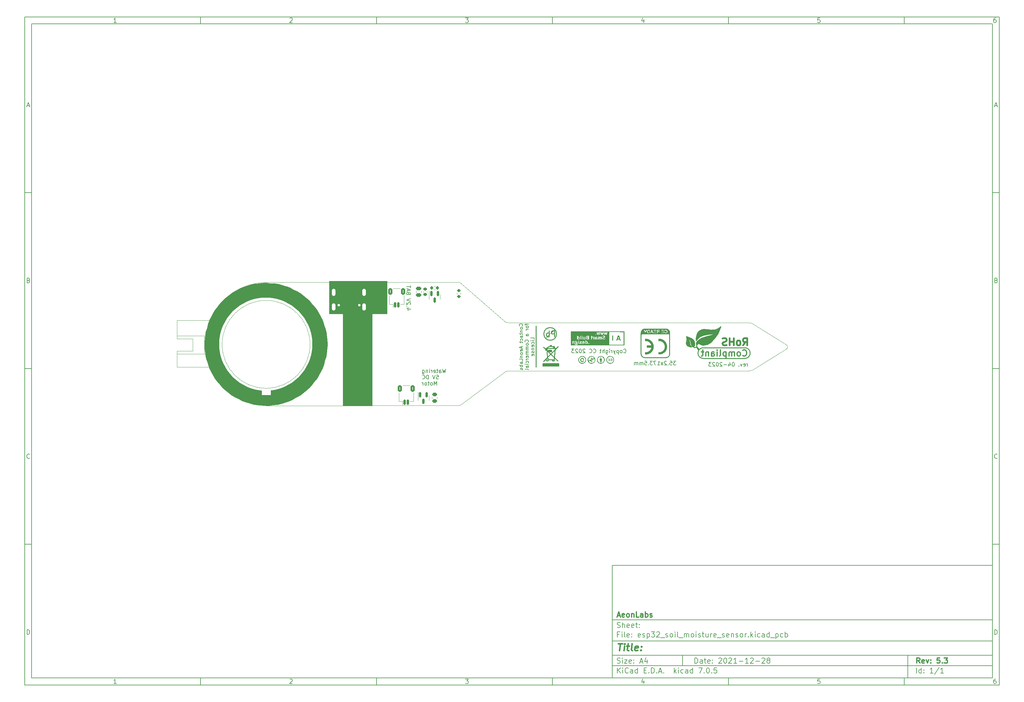
<source format=gbr>
%TF.GenerationSoftware,KiCad,Pcbnew,7.0.5*%
%TF.CreationDate,2023-06-02T10:03:58+02:00*%
%TF.ProjectId,esp32_soil_moisture_sensor,65737033-325f-4736-9f69-6c5f6d6f6973,5.3*%
%TF.SameCoordinates,Original*%
%TF.FileFunction,Legend,Bot*%
%TF.FilePolarity,Positive*%
%FSLAX46Y46*%
G04 Gerber Fmt 4.6, Leading zero omitted, Abs format (unit mm)*
G04 Created by KiCad (PCBNEW 7.0.5) date 2023-06-02 10:03:58*
%MOMM*%
%LPD*%
G01*
G04 APERTURE LIST*
G04 Aperture macros list*
%AMRoundRect*
0 Rectangle with rounded corners*
0 $1 Rounding radius*
0 $2 $3 $4 $5 $6 $7 $8 $9 X,Y pos of 4 corners*
0 Add a 4 corners polygon primitive as box body*
4,1,4,$2,$3,$4,$5,$6,$7,$8,$9,$2,$3,0*
0 Add four circle primitives for the rounded corners*
1,1,$1+$1,$2,$3*
1,1,$1+$1,$4,$5*
1,1,$1+$1,$6,$7*
1,1,$1+$1,$8,$9*
0 Add four rect primitives between the rounded corners*
20,1,$1+$1,$2,$3,$4,$5,0*
20,1,$1+$1,$4,$5,$6,$7,0*
20,1,$1+$1,$6,$7,$8,$9,0*
20,1,$1+$1,$8,$9,$2,$3,0*%
%AMFreePoly0*
4,1,7,1.500000,-0.775000,-1.500000,-0.775000,-1.500000,0.225000,-6.000000,0.225000,-6.000000,0.775000,1.500000,0.775000,1.500000,-0.775000,1.500000,-0.775000,$1*%
%AMFreePoly1*
4,1,8,1.500000,-0.775000,-1.500000,-0.775000,-6.000000,-0.775000,-6.000000,-0.225000,-1.500000,-0.225000,-1.500000,0.775000,1.500000,0.775000,1.500000,-0.775000,1.500000,-0.775000,$1*%
G04 Aperture macros list end*
%ADD10C,0.100000*%
%ADD11C,0.150000*%
%ADD12C,0.300000*%
%ADD13C,0.400000*%
%ADD14C,0.120000*%
%ADD15C,17.525000*%
%ADD16C,0.250000*%
%ADD17C,0.200000*%
%ADD18C,0.500000*%
%ADD19C,0.350000*%
%ADD20C,0.254000*%
%ADD21C,0.127000*%
%ADD22C,0.508000*%
%ADD23C,2.800000*%
%ADD24C,0.700000*%
%ADD25O,1.050000X2.100000*%
%ADD26O,0.800000X1.500000*%
%ADD27RoundRect,0.200000X0.200000X0.275000X-0.200000X0.275000X-0.200000X-0.275000X0.200000X-0.275000X0*%
%ADD28RoundRect,0.225000X-0.250000X0.225000X-0.250000X-0.225000X0.250000X-0.225000X0.250000X0.225000X0*%
%ADD29R,2.600000X1.100000*%
%ADD30FreePoly0,0.000000*%
%ADD31FreePoly1,0.000000*%
%ADD32RoundRect,0.150000X-0.150000X0.587500X-0.150000X-0.587500X0.150000X-0.587500X0.150000X0.587500X0*%
%ADD33RoundRect,0.150000X-0.150000X-0.625000X0.150000X-0.625000X0.150000X0.625000X-0.150000X0.625000X0*%
%ADD34RoundRect,0.250000X-0.350000X-0.650000X0.350000X-0.650000X0.350000X0.650000X-0.350000X0.650000X0*%
%ADD35R,2.500000X2.500000*%
%ADD36C,26.500000*%
%ADD37RoundRect,0.200000X0.275000X-0.200000X0.275000X0.200000X-0.275000X0.200000X-0.275000X-0.200000X0*%
%ADD38RoundRect,0.250000X-0.450000X0.262500X-0.450000X-0.262500X0.450000X-0.262500X0.450000X0.262500X0*%
%ADD39RoundRect,0.250000X-0.475000X0.250000X-0.475000X-0.250000X0.475000X-0.250000X0.475000X0.250000X0*%
%TA.AperFunction,Profile*%
%ADD40C,0.050000*%
%TD*%
%TA.AperFunction,Profile*%
%ADD41C,0.100000*%
%TD*%
G04 APERTURE END LIST*
D10*
D11*
X177002200Y-166007200D02*
X285002200Y-166007200D01*
X285002200Y-198007200D01*
X177002200Y-198007200D01*
X177002200Y-166007200D01*
D10*
D11*
X10000000Y-10000000D02*
X287002200Y-10000000D01*
X287002200Y-200007200D01*
X10000000Y-200007200D01*
X10000000Y-10000000D01*
D10*
D11*
X12000000Y-12000000D02*
X285002200Y-12000000D01*
X285002200Y-198007200D01*
X12000000Y-198007200D01*
X12000000Y-12000000D01*
D10*
D11*
X60000000Y-12000000D02*
X60000000Y-10000000D01*
D10*
D11*
X110000000Y-12000000D02*
X110000000Y-10000000D01*
D10*
D11*
X160000000Y-12000000D02*
X160000000Y-10000000D01*
D10*
D11*
X210000000Y-12000000D02*
X210000000Y-10000000D01*
D10*
D11*
X260000000Y-12000000D02*
X260000000Y-10000000D01*
D10*
D11*
X36089160Y-11593604D02*
X35346303Y-11593604D01*
X35717731Y-11593604D02*
X35717731Y-10293604D01*
X35717731Y-10293604D02*
X35593922Y-10479319D01*
X35593922Y-10479319D02*
X35470112Y-10603128D01*
X35470112Y-10603128D02*
X35346303Y-10665033D01*
D10*
D11*
X85346303Y-10417414D02*
X85408207Y-10355509D01*
X85408207Y-10355509D02*
X85532017Y-10293604D01*
X85532017Y-10293604D02*
X85841541Y-10293604D01*
X85841541Y-10293604D02*
X85965350Y-10355509D01*
X85965350Y-10355509D02*
X86027255Y-10417414D01*
X86027255Y-10417414D02*
X86089160Y-10541223D01*
X86089160Y-10541223D02*
X86089160Y-10665033D01*
X86089160Y-10665033D02*
X86027255Y-10850747D01*
X86027255Y-10850747D02*
X85284398Y-11593604D01*
X85284398Y-11593604D02*
X86089160Y-11593604D01*
D10*
D11*
X135284398Y-10293604D02*
X136089160Y-10293604D01*
X136089160Y-10293604D02*
X135655826Y-10788842D01*
X135655826Y-10788842D02*
X135841541Y-10788842D01*
X135841541Y-10788842D02*
X135965350Y-10850747D01*
X135965350Y-10850747D02*
X136027255Y-10912652D01*
X136027255Y-10912652D02*
X136089160Y-11036461D01*
X136089160Y-11036461D02*
X136089160Y-11345985D01*
X136089160Y-11345985D02*
X136027255Y-11469795D01*
X136027255Y-11469795D02*
X135965350Y-11531700D01*
X135965350Y-11531700D02*
X135841541Y-11593604D01*
X135841541Y-11593604D02*
X135470112Y-11593604D01*
X135470112Y-11593604D02*
X135346303Y-11531700D01*
X135346303Y-11531700D02*
X135284398Y-11469795D01*
D10*
D11*
X185965350Y-10726938D02*
X185965350Y-11593604D01*
X185655826Y-10231700D02*
X185346303Y-11160271D01*
X185346303Y-11160271D02*
X186151064Y-11160271D01*
D10*
D11*
X236027255Y-10293604D02*
X235408207Y-10293604D01*
X235408207Y-10293604D02*
X235346303Y-10912652D01*
X235346303Y-10912652D02*
X235408207Y-10850747D01*
X235408207Y-10850747D02*
X235532017Y-10788842D01*
X235532017Y-10788842D02*
X235841541Y-10788842D01*
X235841541Y-10788842D02*
X235965350Y-10850747D01*
X235965350Y-10850747D02*
X236027255Y-10912652D01*
X236027255Y-10912652D02*
X236089160Y-11036461D01*
X236089160Y-11036461D02*
X236089160Y-11345985D01*
X236089160Y-11345985D02*
X236027255Y-11469795D01*
X236027255Y-11469795D02*
X235965350Y-11531700D01*
X235965350Y-11531700D02*
X235841541Y-11593604D01*
X235841541Y-11593604D02*
X235532017Y-11593604D01*
X235532017Y-11593604D02*
X235408207Y-11531700D01*
X235408207Y-11531700D02*
X235346303Y-11469795D01*
D10*
D11*
X285965350Y-10293604D02*
X285717731Y-10293604D01*
X285717731Y-10293604D02*
X285593922Y-10355509D01*
X285593922Y-10355509D02*
X285532017Y-10417414D01*
X285532017Y-10417414D02*
X285408207Y-10603128D01*
X285408207Y-10603128D02*
X285346303Y-10850747D01*
X285346303Y-10850747D02*
X285346303Y-11345985D01*
X285346303Y-11345985D02*
X285408207Y-11469795D01*
X285408207Y-11469795D02*
X285470112Y-11531700D01*
X285470112Y-11531700D02*
X285593922Y-11593604D01*
X285593922Y-11593604D02*
X285841541Y-11593604D01*
X285841541Y-11593604D02*
X285965350Y-11531700D01*
X285965350Y-11531700D02*
X286027255Y-11469795D01*
X286027255Y-11469795D02*
X286089160Y-11345985D01*
X286089160Y-11345985D02*
X286089160Y-11036461D01*
X286089160Y-11036461D02*
X286027255Y-10912652D01*
X286027255Y-10912652D02*
X285965350Y-10850747D01*
X285965350Y-10850747D02*
X285841541Y-10788842D01*
X285841541Y-10788842D02*
X285593922Y-10788842D01*
X285593922Y-10788842D02*
X285470112Y-10850747D01*
X285470112Y-10850747D02*
X285408207Y-10912652D01*
X285408207Y-10912652D02*
X285346303Y-11036461D01*
D10*
D11*
X60000000Y-198007200D02*
X60000000Y-200007200D01*
D10*
D11*
X110000000Y-198007200D02*
X110000000Y-200007200D01*
D10*
D11*
X160000000Y-198007200D02*
X160000000Y-200007200D01*
D10*
D11*
X210000000Y-198007200D02*
X210000000Y-200007200D01*
D10*
D11*
X260000000Y-198007200D02*
X260000000Y-200007200D01*
D10*
D11*
X36089160Y-199600804D02*
X35346303Y-199600804D01*
X35717731Y-199600804D02*
X35717731Y-198300804D01*
X35717731Y-198300804D02*
X35593922Y-198486519D01*
X35593922Y-198486519D02*
X35470112Y-198610328D01*
X35470112Y-198610328D02*
X35346303Y-198672233D01*
D10*
D11*
X85346303Y-198424614D02*
X85408207Y-198362709D01*
X85408207Y-198362709D02*
X85532017Y-198300804D01*
X85532017Y-198300804D02*
X85841541Y-198300804D01*
X85841541Y-198300804D02*
X85965350Y-198362709D01*
X85965350Y-198362709D02*
X86027255Y-198424614D01*
X86027255Y-198424614D02*
X86089160Y-198548423D01*
X86089160Y-198548423D02*
X86089160Y-198672233D01*
X86089160Y-198672233D02*
X86027255Y-198857947D01*
X86027255Y-198857947D02*
X85284398Y-199600804D01*
X85284398Y-199600804D02*
X86089160Y-199600804D01*
D10*
D11*
X135284398Y-198300804D02*
X136089160Y-198300804D01*
X136089160Y-198300804D02*
X135655826Y-198796042D01*
X135655826Y-198796042D02*
X135841541Y-198796042D01*
X135841541Y-198796042D02*
X135965350Y-198857947D01*
X135965350Y-198857947D02*
X136027255Y-198919852D01*
X136027255Y-198919852D02*
X136089160Y-199043661D01*
X136089160Y-199043661D02*
X136089160Y-199353185D01*
X136089160Y-199353185D02*
X136027255Y-199476995D01*
X136027255Y-199476995D02*
X135965350Y-199538900D01*
X135965350Y-199538900D02*
X135841541Y-199600804D01*
X135841541Y-199600804D02*
X135470112Y-199600804D01*
X135470112Y-199600804D02*
X135346303Y-199538900D01*
X135346303Y-199538900D02*
X135284398Y-199476995D01*
D10*
D11*
X185965350Y-198734138D02*
X185965350Y-199600804D01*
X185655826Y-198238900D02*
X185346303Y-199167471D01*
X185346303Y-199167471D02*
X186151064Y-199167471D01*
D10*
D11*
X236027255Y-198300804D02*
X235408207Y-198300804D01*
X235408207Y-198300804D02*
X235346303Y-198919852D01*
X235346303Y-198919852D02*
X235408207Y-198857947D01*
X235408207Y-198857947D02*
X235532017Y-198796042D01*
X235532017Y-198796042D02*
X235841541Y-198796042D01*
X235841541Y-198796042D02*
X235965350Y-198857947D01*
X235965350Y-198857947D02*
X236027255Y-198919852D01*
X236027255Y-198919852D02*
X236089160Y-199043661D01*
X236089160Y-199043661D02*
X236089160Y-199353185D01*
X236089160Y-199353185D02*
X236027255Y-199476995D01*
X236027255Y-199476995D02*
X235965350Y-199538900D01*
X235965350Y-199538900D02*
X235841541Y-199600804D01*
X235841541Y-199600804D02*
X235532017Y-199600804D01*
X235532017Y-199600804D02*
X235408207Y-199538900D01*
X235408207Y-199538900D02*
X235346303Y-199476995D01*
D10*
D11*
X285965350Y-198300804D02*
X285717731Y-198300804D01*
X285717731Y-198300804D02*
X285593922Y-198362709D01*
X285593922Y-198362709D02*
X285532017Y-198424614D01*
X285532017Y-198424614D02*
X285408207Y-198610328D01*
X285408207Y-198610328D02*
X285346303Y-198857947D01*
X285346303Y-198857947D02*
X285346303Y-199353185D01*
X285346303Y-199353185D02*
X285408207Y-199476995D01*
X285408207Y-199476995D02*
X285470112Y-199538900D01*
X285470112Y-199538900D02*
X285593922Y-199600804D01*
X285593922Y-199600804D02*
X285841541Y-199600804D01*
X285841541Y-199600804D02*
X285965350Y-199538900D01*
X285965350Y-199538900D02*
X286027255Y-199476995D01*
X286027255Y-199476995D02*
X286089160Y-199353185D01*
X286089160Y-199353185D02*
X286089160Y-199043661D01*
X286089160Y-199043661D02*
X286027255Y-198919852D01*
X286027255Y-198919852D02*
X285965350Y-198857947D01*
X285965350Y-198857947D02*
X285841541Y-198796042D01*
X285841541Y-198796042D02*
X285593922Y-198796042D01*
X285593922Y-198796042D02*
X285470112Y-198857947D01*
X285470112Y-198857947D02*
X285408207Y-198919852D01*
X285408207Y-198919852D02*
X285346303Y-199043661D01*
D10*
D11*
X10000000Y-60000000D02*
X12000000Y-60000000D01*
D10*
D11*
X10000000Y-110000000D02*
X12000000Y-110000000D01*
D10*
D11*
X10000000Y-160000000D02*
X12000000Y-160000000D01*
D10*
D11*
X10690476Y-35222176D02*
X11309523Y-35222176D01*
X10566666Y-35593604D02*
X10999999Y-34293604D01*
X10999999Y-34293604D02*
X11433333Y-35593604D01*
D10*
D11*
X11092857Y-84912652D02*
X11278571Y-84974557D01*
X11278571Y-84974557D02*
X11340476Y-85036461D01*
X11340476Y-85036461D02*
X11402380Y-85160271D01*
X11402380Y-85160271D02*
X11402380Y-85345985D01*
X11402380Y-85345985D02*
X11340476Y-85469795D01*
X11340476Y-85469795D02*
X11278571Y-85531700D01*
X11278571Y-85531700D02*
X11154761Y-85593604D01*
X11154761Y-85593604D02*
X10659523Y-85593604D01*
X10659523Y-85593604D02*
X10659523Y-84293604D01*
X10659523Y-84293604D02*
X11092857Y-84293604D01*
X11092857Y-84293604D02*
X11216666Y-84355509D01*
X11216666Y-84355509D02*
X11278571Y-84417414D01*
X11278571Y-84417414D02*
X11340476Y-84541223D01*
X11340476Y-84541223D02*
X11340476Y-84665033D01*
X11340476Y-84665033D02*
X11278571Y-84788842D01*
X11278571Y-84788842D02*
X11216666Y-84850747D01*
X11216666Y-84850747D02*
X11092857Y-84912652D01*
X11092857Y-84912652D02*
X10659523Y-84912652D01*
D10*
D11*
X11402380Y-135469795D02*
X11340476Y-135531700D01*
X11340476Y-135531700D02*
X11154761Y-135593604D01*
X11154761Y-135593604D02*
X11030952Y-135593604D01*
X11030952Y-135593604D02*
X10845238Y-135531700D01*
X10845238Y-135531700D02*
X10721428Y-135407890D01*
X10721428Y-135407890D02*
X10659523Y-135284080D01*
X10659523Y-135284080D02*
X10597619Y-135036461D01*
X10597619Y-135036461D02*
X10597619Y-134850747D01*
X10597619Y-134850747D02*
X10659523Y-134603128D01*
X10659523Y-134603128D02*
X10721428Y-134479319D01*
X10721428Y-134479319D02*
X10845238Y-134355509D01*
X10845238Y-134355509D02*
X11030952Y-134293604D01*
X11030952Y-134293604D02*
X11154761Y-134293604D01*
X11154761Y-134293604D02*
X11340476Y-134355509D01*
X11340476Y-134355509D02*
X11402380Y-134417414D01*
D10*
D11*
X10659523Y-185593604D02*
X10659523Y-184293604D01*
X10659523Y-184293604D02*
X10969047Y-184293604D01*
X10969047Y-184293604D02*
X11154761Y-184355509D01*
X11154761Y-184355509D02*
X11278571Y-184479319D01*
X11278571Y-184479319D02*
X11340476Y-184603128D01*
X11340476Y-184603128D02*
X11402380Y-184850747D01*
X11402380Y-184850747D02*
X11402380Y-185036461D01*
X11402380Y-185036461D02*
X11340476Y-185284080D01*
X11340476Y-185284080D02*
X11278571Y-185407890D01*
X11278571Y-185407890D02*
X11154761Y-185531700D01*
X11154761Y-185531700D02*
X10969047Y-185593604D01*
X10969047Y-185593604D02*
X10659523Y-185593604D01*
D10*
D11*
X287002200Y-60000000D02*
X285002200Y-60000000D01*
D10*
D11*
X287002200Y-110000000D02*
X285002200Y-110000000D01*
D10*
D11*
X287002200Y-160000000D02*
X285002200Y-160000000D01*
D10*
D11*
X285692676Y-35222176D02*
X286311723Y-35222176D01*
X285568866Y-35593604D02*
X286002199Y-34293604D01*
X286002199Y-34293604D02*
X286435533Y-35593604D01*
D10*
D11*
X286095057Y-84912652D02*
X286280771Y-84974557D01*
X286280771Y-84974557D02*
X286342676Y-85036461D01*
X286342676Y-85036461D02*
X286404580Y-85160271D01*
X286404580Y-85160271D02*
X286404580Y-85345985D01*
X286404580Y-85345985D02*
X286342676Y-85469795D01*
X286342676Y-85469795D02*
X286280771Y-85531700D01*
X286280771Y-85531700D02*
X286156961Y-85593604D01*
X286156961Y-85593604D02*
X285661723Y-85593604D01*
X285661723Y-85593604D02*
X285661723Y-84293604D01*
X285661723Y-84293604D02*
X286095057Y-84293604D01*
X286095057Y-84293604D02*
X286218866Y-84355509D01*
X286218866Y-84355509D02*
X286280771Y-84417414D01*
X286280771Y-84417414D02*
X286342676Y-84541223D01*
X286342676Y-84541223D02*
X286342676Y-84665033D01*
X286342676Y-84665033D02*
X286280771Y-84788842D01*
X286280771Y-84788842D02*
X286218866Y-84850747D01*
X286218866Y-84850747D02*
X286095057Y-84912652D01*
X286095057Y-84912652D02*
X285661723Y-84912652D01*
D10*
D11*
X286404580Y-135469795D02*
X286342676Y-135531700D01*
X286342676Y-135531700D02*
X286156961Y-135593604D01*
X286156961Y-135593604D02*
X286033152Y-135593604D01*
X286033152Y-135593604D02*
X285847438Y-135531700D01*
X285847438Y-135531700D02*
X285723628Y-135407890D01*
X285723628Y-135407890D02*
X285661723Y-135284080D01*
X285661723Y-135284080D02*
X285599819Y-135036461D01*
X285599819Y-135036461D02*
X285599819Y-134850747D01*
X285599819Y-134850747D02*
X285661723Y-134603128D01*
X285661723Y-134603128D02*
X285723628Y-134479319D01*
X285723628Y-134479319D02*
X285847438Y-134355509D01*
X285847438Y-134355509D02*
X286033152Y-134293604D01*
X286033152Y-134293604D02*
X286156961Y-134293604D01*
X286156961Y-134293604D02*
X286342676Y-134355509D01*
X286342676Y-134355509D02*
X286404580Y-134417414D01*
D10*
D11*
X285661723Y-185593604D02*
X285661723Y-184293604D01*
X285661723Y-184293604D02*
X285971247Y-184293604D01*
X285971247Y-184293604D02*
X286156961Y-184355509D01*
X286156961Y-184355509D02*
X286280771Y-184479319D01*
X286280771Y-184479319D02*
X286342676Y-184603128D01*
X286342676Y-184603128D02*
X286404580Y-184850747D01*
X286404580Y-184850747D02*
X286404580Y-185036461D01*
X286404580Y-185036461D02*
X286342676Y-185284080D01*
X286342676Y-185284080D02*
X286280771Y-185407890D01*
X286280771Y-185407890D02*
X286156961Y-185531700D01*
X286156961Y-185531700D02*
X285971247Y-185593604D01*
X285971247Y-185593604D02*
X285661723Y-185593604D01*
D10*
D11*
X200458026Y-193793328D02*
X200458026Y-192293328D01*
X200458026Y-192293328D02*
X200815169Y-192293328D01*
X200815169Y-192293328D02*
X201029455Y-192364757D01*
X201029455Y-192364757D02*
X201172312Y-192507614D01*
X201172312Y-192507614D02*
X201243741Y-192650471D01*
X201243741Y-192650471D02*
X201315169Y-192936185D01*
X201315169Y-192936185D02*
X201315169Y-193150471D01*
X201315169Y-193150471D02*
X201243741Y-193436185D01*
X201243741Y-193436185D02*
X201172312Y-193579042D01*
X201172312Y-193579042D02*
X201029455Y-193721900D01*
X201029455Y-193721900D02*
X200815169Y-193793328D01*
X200815169Y-193793328D02*
X200458026Y-193793328D01*
X202600884Y-193793328D02*
X202600884Y-193007614D01*
X202600884Y-193007614D02*
X202529455Y-192864757D01*
X202529455Y-192864757D02*
X202386598Y-192793328D01*
X202386598Y-192793328D02*
X202100884Y-192793328D01*
X202100884Y-192793328D02*
X201958026Y-192864757D01*
X202600884Y-193721900D02*
X202458026Y-193793328D01*
X202458026Y-193793328D02*
X202100884Y-193793328D01*
X202100884Y-193793328D02*
X201958026Y-193721900D01*
X201958026Y-193721900D02*
X201886598Y-193579042D01*
X201886598Y-193579042D02*
X201886598Y-193436185D01*
X201886598Y-193436185D02*
X201958026Y-193293328D01*
X201958026Y-193293328D02*
X202100884Y-193221900D01*
X202100884Y-193221900D02*
X202458026Y-193221900D01*
X202458026Y-193221900D02*
X202600884Y-193150471D01*
X203100884Y-192793328D02*
X203672312Y-192793328D01*
X203315169Y-192293328D02*
X203315169Y-193579042D01*
X203315169Y-193579042D02*
X203386598Y-193721900D01*
X203386598Y-193721900D02*
X203529455Y-193793328D01*
X203529455Y-193793328D02*
X203672312Y-193793328D01*
X204743741Y-193721900D02*
X204600884Y-193793328D01*
X204600884Y-193793328D02*
X204315170Y-193793328D01*
X204315170Y-193793328D02*
X204172312Y-193721900D01*
X204172312Y-193721900D02*
X204100884Y-193579042D01*
X204100884Y-193579042D02*
X204100884Y-193007614D01*
X204100884Y-193007614D02*
X204172312Y-192864757D01*
X204172312Y-192864757D02*
X204315170Y-192793328D01*
X204315170Y-192793328D02*
X204600884Y-192793328D01*
X204600884Y-192793328D02*
X204743741Y-192864757D01*
X204743741Y-192864757D02*
X204815170Y-193007614D01*
X204815170Y-193007614D02*
X204815170Y-193150471D01*
X204815170Y-193150471D02*
X204100884Y-193293328D01*
X205458026Y-193650471D02*
X205529455Y-193721900D01*
X205529455Y-193721900D02*
X205458026Y-193793328D01*
X205458026Y-193793328D02*
X205386598Y-193721900D01*
X205386598Y-193721900D02*
X205458026Y-193650471D01*
X205458026Y-193650471D02*
X205458026Y-193793328D01*
X205458026Y-192864757D02*
X205529455Y-192936185D01*
X205529455Y-192936185D02*
X205458026Y-193007614D01*
X205458026Y-193007614D02*
X205386598Y-192936185D01*
X205386598Y-192936185D02*
X205458026Y-192864757D01*
X205458026Y-192864757D02*
X205458026Y-193007614D01*
X207243741Y-192436185D02*
X207315169Y-192364757D01*
X207315169Y-192364757D02*
X207458027Y-192293328D01*
X207458027Y-192293328D02*
X207815169Y-192293328D01*
X207815169Y-192293328D02*
X207958027Y-192364757D01*
X207958027Y-192364757D02*
X208029455Y-192436185D01*
X208029455Y-192436185D02*
X208100884Y-192579042D01*
X208100884Y-192579042D02*
X208100884Y-192721900D01*
X208100884Y-192721900D02*
X208029455Y-192936185D01*
X208029455Y-192936185D02*
X207172312Y-193793328D01*
X207172312Y-193793328D02*
X208100884Y-193793328D01*
X209029455Y-192293328D02*
X209172312Y-192293328D01*
X209172312Y-192293328D02*
X209315169Y-192364757D01*
X209315169Y-192364757D02*
X209386598Y-192436185D01*
X209386598Y-192436185D02*
X209458026Y-192579042D01*
X209458026Y-192579042D02*
X209529455Y-192864757D01*
X209529455Y-192864757D02*
X209529455Y-193221900D01*
X209529455Y-193221900D02*
X209458026Y-193507614D01*
X209458026Y-193507614D02*
X209386598Y-193650471D01*
X209386598Y-193650471D02*
X209315169Y-193721900D01*
X209315169Y-193721900D02*
X209172312Y-193793328D01*
X209172312Y-193793328D02*
X209029455Y-193793328D01*
X209029455Y-193793328D02*
X208886598Y-193721900D01*
X208886598Y-193721900D02*
X208815169Y-193650471D01*
X208815169Y-193650471D02*
X208743740Y-193507614D01*
X208743740Y-193507614D02*
X208672312Y-193221900D01*
X208672312Y-193221900D02*
X208672312Y-192864757D01*
X208672312Y-192864757D02*
X208743740Y-192579042D01*
X208743740Y-192579042D02*
X208815169Y-192436185D01*
X208815169Y-192436185D02*
X208886598Y-192364757D01*
X208886598Y-192364757D02*
X209029455Y-192293328D01*
X210100883Y-192436185D02*
X210172311Y-192364757D01*
X210172311Y-192364757D02*
X210315169Y-192293328D01*
X210315169Y-192293328D02*
X210672311Y-192293328D01*
X210672311Y-192293328D02*
X210815169Y-192364757D01*
X210815169Y-192364757D02*
X210886597Y-192436185D01*
X210886597Y-192436185D02*
X210958026Y-192579042D01*
X210958026Y-192579042D02*
X210958026Y-192721900D01*
X210958026Y-192721900D02*
X210886597Y-192936185D01*
X210886597Y-192936185D02*
X210029454Y-193793328D01*
X210029454Y-193793328D02*
X210958026Y-193793328D01*
X212386597Y-193793328D02*
X211529454Y-193793328D01*
X211958025Y-193793328D02*
X211958025Y-192293328D01*
X211958025Y-192293328D02*
X211815168Y-192507614D01*
X211815168Y-192507614D02*
X211672311Y-192650471D01*
X211672311Y-192650471D02*
X211529454Y-192721900D01*
X213029453Y-193221900D02*
X214172311Y-193221900D01*
X215672311Y-193793328D02*
X214815168Y-193793328D01*
X215243739Y-193793328D02*
X215243739Y-192293328D01*
X215243739Y-192293328D02*
X215100882Y-192507614D01*
X215100882Y-192507614D02*
X214958025Y-192650471D01*
X214958025Y-192650471D02*
X214815168Y-192721900D01*
X216243739Y-192436185D02*
X216315167Y-192364757D01*
X216315167Y-192364757D02*
X216458025Y-192293328D01*
X216458025Y-192293328D02*
X216815167Y-192293328D01*
X216815167Y-192293328D02*
X216958025Y-192364757D01*
X216958025Y-192364757D02*
X217029453Y-192436185D01*
X217029453Y-192436185D02*
X217100882Y-192579042D01*
X217100882Y-192579042D02*
X217100882Y-192721900D01*
X217100882Y-192721900D02*
X217029453Y-192936185D01*
X217029453Y-192936185D02*
X216172310Y-193793328D01*
X216172310Y-193793328D02*
X217100882Y-193793328D01*
X217743738Y-193221900D02*
X218886596Y-193221900D01*
X219529453Y-192436185D02*
X219600881Y-192364757D01*
X219600881Y-192364757D02*
X219743739Y-192293328D01*
X219743739Y-192293328D02*
X220100881Y-192293328D01*
X220100881Y-192293328D02*
X220243739Y-192364757D01*
X220243739Y-192364757D02*
X220315167Y-192436185D01*
X220315167Y-192436185D02*
X220386596Y-192579042D01*
X220386596Y-192579042D02*
X220386596Y-192721900D01*
X220386596Y-192721900D02*
X220315167Y-192936185D01*
X220315167Y-192936185D02*
X219458024Y-193793328D01*
X219458024Y-193793328D02*
X220386596Y-193793328D01*
X221243738Y-192936185D02*
X221100881Y-192864757D01*
X221100881Y-192864757D02*
X221029452Y-192793328D01*
X221029452Y-192793328D02*
X220958024Y-192650471D01*
X220958024Y-192650471D02*
X220958024Y-192579042D01*
X220958024Y-192579042D02*
X221029452Y-192436185D01*
X221029452Y-192436185D02*
X221100881Y-192364757D01*
X221100881Y-192364757D02*
X221243738Y-192293328D01*
X221243738Y-192293328D02*
X221529452Y-192293328D01*
X221529452Y-192293328D02*
X221672310Y-192364757D01*
X221672310Y-192364757D02*
X221743738Y-192436185D01*
X221743738Y-192436185D02*
X221815167Y-192579042D01*
X221815167Y-192579042D02*
X221815167Y-192650471D01*
X221815167Y-192650471D02*
X221743738Y-192793328D01*
X221743738Y-192793328D02*
X221672310Y-192864757D01*
X221672310Y-192864757D02*
X221529452Y-192936185D01*
X221529452Y-192936185D02*
X221243738Y-192936185D01*
X221243738Y-192936185D02*
X221100881Y-193007614D01*
X221100881Y-193007614D02*
X221029452Y-193079042D01*
X221029452Y-193079042D02*
X220958024Y-193221900D01*
X220958024Y-193221900D02*
X220958024Y-193507614D01*
X220958024Y-193507614D02*
X221029452Y-193650471D01*
X221029452Y-193650471D02*
X221100881Y-193721900D01*
X221100881Y-193721900D02*
X221243738Y-193793328D01*
X221243738Y-193793328D02*
X221529452Y-193793328D01*
X221529452Y-193793328D02*
X221672310Y-193721900D01*
X221672310Y-193721900D02*
X221743738Y-193650471D01*
X221743738Y-193650471D02*
X221815167Y-193507614D01*
X221815167Y-193507614D02*
X221815167Y-193221900D01*
X221815167Y-193221900D02*
X221743738Y-193079042D01*
X221743738Y-193079042D02*
X221672310Y-193007614D01*
X221672310Y-193007614D02*
X221529452Y-192936185D01*
D10*
D11*
X177002200Y-194507200D02*
X285002200Y-194507200D01*
D10*
D11*
X178458026Y-196593328D02*
X178458026Y-195093328D01*
X179315169Y-196593328D02*
X178672312Y-195736185D01*
X179315169Y-195093328D02*
X178458026Y-195950471D01*
X179958026Y-196593328D02*
X179958026Y-195593328D01*
X179958026Y-195093328D02*
X179886598Y-195164757D01*
X179886598Y-195164757D02*
X179958026Y-195236185D01*
X179958026Y-195236185D02*
X180029455Y-195164757D01*
X180029455Y-195164757D02*
X179958026Y-195093328D01*
X179958026Y-195093328D02*
X179958026Y-195236185D01*
X181529455Y-196450471D02*
X181458027Y-196521900D01*
X181458027Y-196521900D02*
X181243741Y-196593328D01*
X181243741Y-196593328D02*
X181100884Y-196593328D01*
X181100884Y-196593328D02*
X180886598Y-196521900D01*
X180886598Y-196521900D02*
X180743741Y-196379042D01*
X180743741Y-196379042D02*
X180672312Y-196236185D01*
X180672312Y-196236185D02*
X180600884Y-195950471D01*
X180600884Y-195950471D02*
X180600884Y-195736185D01*
X180600884Y-195736185D02*
X180672312Y-195450471D01*
X180672312Y-195450471D02*
X180743741Y-195307614D01*
X180743741Y-195307614D02*
X180886598Y-195164757D01*
X180886598Y-195164757D02*
X181100884Y-195093328D01*
X181100884Y-195093328D02*
X181243741Y-195093328D01*
X181243741Y-195093328D02*
X181458027Y-195164757D01*
X181458027Y-195164757D02*
X181529455Y-195236185D01*
X182815170Y-196593328D02*
X182815170Y-195807614D01*
X182815170Y-195807614D02*
X182743741Y-195664757D01*
X182743741Y-195664757D02*
X182600884Y-195593328D01*
X182600884Y-195593328D02*
X182315170Y-195593328D01*
X182315170Y-195593328D02*
X182172312Y-195664757D01*
X182815170Y-196521900D02*
X182672312Y-196593328D01*
X182672312Y-196593328D02*
X182315170Y-196593328D01*
X182315170Y-196593328D02*
X182172312Y-196521900D01*
X182172312Y-196521900D02*
X182100884Y-196379042D01*
X182100884Y-196379042D02*
X182100884Y-196236185D01*
X182100884Y-196236185D02*
X182172312Y-196093328D01*
X182172312Y-196093328D02*
X182315170Y-196021900D01*
X182315170Y-196021900D02*
X182672312Y-196021900D01*
X182672312Y-196021900D02*
X182815170Y-195950471D01*
X184172313Y-196593328D02*
X184172313Y-195093328D01*
X184172313Y-196521900D02*
X184029455Y-196593328D01*
X184029455Y-196593328D02*
X183743741Y-196593328D01*
X183743741Y-196593328D02*
X183600884Y-196521900D01*
X183600884Y-196521900D02*
X183529455Y-196450471D01*
X183529455Y-196450471D02*
X183458027Y-196307614D01*
X183458027Y-196307614D02*
X183458027Y-195879042D01*
X183458027Y-195879042D02*
X183529455Y-195736185D01*
X183529455Y-195736185D02*
X183600884Y-195664757D01*
X183600884Y-195664757D02*
X183743741Y-195593328D01*
X183743741Y-195593328D02*
X184029455Y-195593328D01*
X184029455Y-195593328D02*
X184172313Y-195664757D01*
X186029455Y-195807614D02*
X186529455Y-195807614D01*
X186743741Y-196593328D02*
X186029455Y-196593328D01*
X186029455Y-196593328D02*
X186029455Y-195093328D01*
X186029455Y-195093328D02*
X186743741Y-195093328D01*
X187386598Y-196450471D02*
X187458027Y-196521900D01*
X187458027Y-196521900D02*
X187386598Y-196593328D01*
X187386598Y-196593328D02*
X187315170Y-196521900D01*
X187315170Y-196521900D02*
X187386598Y-196450471D01*
X187386598Y-196450471D02*
X187386598Y-196593328D01*
X188100884Y-196593328D02*
X188100884Y-195093328D01*
X188100884Y-195093328D02*
X188458027Y-195093328D01*
X188458027Y-195093328D02*
X188672313Y-195164757D01*
X188672313Y-195164757D02*
X188815170Y-195307614D01*
X188815170Y-195307614D02*
X188886599Y-195450471D01*
X188886599Y-195450471D02*
X188958027Y-195736185D01*
X188958027Y-195736185D02*
X188958027Y-195950471D01*
X188958027Y-195950471D02*
X188886599Y-196236185D01*
X188886599Y-196236185D02*
X188815170Y-196379042D01*
X188815170Y-196379042D02*
X188672313Y-196521900D01*
X188672313Y-196521900D02*
X188458027Y-196593328D01*
X188458027Y-196593328D02*
X188100884Y-196593328D01*
X189600884Y-196450471D02*
X189672313Y-196521900D01*
X189672313Y-196521900D02*
X189600884Y-196593328D01*
X189600884Y-196593328D02*
X189529456Y-196521900D01*
X189529456Y-196521900D02*
X189600884Y-196450471D01*
X189600884Y-196450471D02*
X189600884Y-196593328D01*
X190243742Y-196164757D02*
X190958028Y-196164757D01*
X190100885Y-196593328D02*
X190600885Y-195093328D01*
X190600885Y-195093328D02*
X191100885Y-196593328D01*
X191600884Y-196450471D02*
X191672313Y-196521900D01*
X191672313Y-196521900D02*
X191600884Y-196593328D01*
X191600884Y-196593328D02*
X191529456Y-196521900D01*
X191529456Y-196521900D02*
X191600884Y-196450471D01*
X191600884Y-196450471D02*
X191600884Y-196593328D01*
X194600884Y-196593328D02*
X194600884Y-195093328D01*
X194743742Y-196021900D02*
X195172313Y-196593328D01*
X195172313Y-195593328D02*
X194600884Y-196164757D01*
X195815170Y-196593328D02*
X195815170Y-195593328D01*
X195815170Y-195093328D02*
X195743742Y-195164757D01*
X195743742Y-195164757D02*
X195815170Y-195236185D01*
X195815170Y-195236185D02*
X195886599Y-195164757D01*
X195886599Y-195164757D02*
X195815170Y-195093328D01*
X195815170Y-195093328D02*
X195815170Y-195236185D01*
X197172314Y-196521900D02*
X197029456Y-196593328D01*
X197029456Y-196593328D02*
X196743742Y-196593328D01*
X196743742Y-196593328D02*
X196600885Y-196521900D01*
X196600885Y-196521900D02*
X196529456Y-196450471D01*
X196529456Y-196450471D02*
X196458028Y-196307614D01*
X196458028Y-196307614D02*
X196458028Y-195879042D01*
X196458028Y-195879042D02*
X196529456Y-195736185D01*
X196529456Y-195736185D02*
X196600885Y-195664757D01*
X196600885Y-195664757D02*
X196743742Y-195593328D01*
X196743742Y-195593328D02*
X197029456Y-195593328D01*
X197029456Y-195593328D02*
X197172314Y-195664757D01*
X198458028Y-196593328D02*
X198458028Y-195807614D01*
X198458028Y-195807614D02*
X198386599Y-195664757D01*
X198386599Y-195664757D02*
X198243742Y-195593328D01*
X198243742Y-195593328D02*
X197958028Y-195593328D01*
X197958028Y-195593328D02*
X197815170Y-195664757D01*
X198458028Y-196521900D02*
X198315170Y-196593328D01*
X198315170Y-196593328D02*
X197958028Y-196593328D01*
X197958028Y-196593328D02*
X197815170Y-196521900D01*
X197815170Y-196521900D02*
X197743742Y-196379042D01*
X197743742Y-196379042D02*
X197743742Y-196236185D01*
X197743742Y-196236185D02*
X197815170Y-196093328D01*
X197815170Y-196093328D02*
X197958028Y-196021900D01*
X197958028Y-196021900D02*
X198315170Y-196021900D01*
X198315170Y-196021900D02*
X198458028Y-195950471D01*
X199815171Y-196593328D02*
X199815171Y-195093328D01*
X199815171Y-196521900D02*
X199672313Y-196593328D01*
X199672313Y-196593328D02*
X199386599Y-196593328D01*
X199386599Y-196593328D02*
X199243742Y-196521900D01*
X199243742Y-196521900D02*
X199172313Y-196450471D01*
X199172313Y-196450471D02*
X199100885Y-196307614D01*
X199100885Y-196307614D02*
X199100885Y-195879042D01*
X199100885Y-195879042D02*
X199172313Y-195736185D01*
X199172313Y-195736185D02*
X199243742Y-195664757D01*
X199243742Y-195664757D02*
X199386599Y-195593328D01*
X199386599Y-195593328D02*
X199672313Y-195593328D01*
X199672313Y-195593328D02*
X199815171Y-195664757D01*
X201529456Y-195093328D02*
X202529456Y-195093328D01*
X202529456Y-195093328D02*
X201886599Y-196593328D01*
X203100884Y-196450471D02*
X203172313Y-196521900D01*
X203172313Y-196521900D02*
X203100884Y-196593328D01*
X203100884Y-196593328D02*
X203029456Y-196521900D01*
X203029456Y-196521900D02*
X203100884Y-196450471D01*
X203100884Y-196450471D02*
X203100884Y-196593328D01*
X204100885Y-195093328D02*
X204243742Y-195093328D01*
X204243742Y-195093328D02*
X204386599Y-195164757D01*
X204386599Y-195164757D02*
X204458028Y-195236185D01*
X204458028Y-195236185D02*
X204529456Y-195379042D01*
X204529456Y-195379042D02*
X204600885Y-195664757D01*
X204600885Y-195664757D02*
X204600885Y-196021900D01*
X204600885Y-196021900D02*
X204529456Y-196307614D01*
X204529456Y-196307614D02*
X204458028Y-196450471D01*
X204458028Y-196450471D02*
X204386599Y-196521900D01*
X204386599Y-196521900D02*
X204243742Y-196593328D01*
X204243742Y-196593328D02*
X204100885Y-196593328D01*
X204100885Y-196593328D02*
X203958028Y-196521900D01*
X203958028Y-196521900D02*
X203886599Y-196450471D01*
X203886599Y-196450471D02*
X203815170Y-196307614D01*
X203815170Y-196307614D02*
X203743742Y-196021900D01*
X203743742Y-196021900D02*
X203743742Y-195664757D01*
X203743742Y-195664757D02*
X203815170Y-195379042D01*
X203815170Y-195379042D02*
X203886599Y-195236185D01*
X203886599Y-195236185D02*
X203958028Y-195164757D01*
X203958028Y-195164757D02*
X204100885Y-195093328D01*
X205243741Y-196450471D02*
X205315170Y-196521900D01*
X205315170Y-196521900D02*
X205243741Y-196593328D01*
X205243741Y-196593328D02*
X205172313Y-196521900D01*
X205172313Y-196521900D02*
X205243741Y-196450471D01*
X205243741Y-196450471D02*
X205243741Y-196593328D01*
X206672313Y-195093328D02*
X205958027Y-195093328D01*
X205958027Y-195093328D02*
X205886599Y-195807614D01*
X205886599Y-195807614D02*
X205958027Y-195736185D01*
X205958027Y-195736185D02*
X206100885Y-195664757D01*
X206100885Y-195664757D02*
X206458027Y-195664757D01*
X206458027Y-195664757D02*
X206600885Y-195736185D01*
X206600885Y-195736185D02*
X206672313Y-195807614D01*
X206672313Y-195807614D02*
X206743742Y-195950471D01*
X206743742Y-195950471D02*
X206743742Y-196307614D01*
X206743742Y-196307614D02*
X206672313Y-196450471D01*
X206672313Y-196450471D02*
X206600885Y-196521900D01*
X206600885Y-196521900D02*
X206458027Y-196593328D01*
X206458027Y-196593328D02*
X206100885Y-196593328D01*
X206100885Y-196593328D02*
X205958027Y-196521900D01*
X205958027Y-196521900D02*
X205886599Y-196450471D01*
D10*
D11*
X177002200Y-191507200D02*
X285002200Y-191507200D01*
D10*
D12*
X264413853Y-193785528D02*
X263913853Y-193071242D01*
X263556710Y-193785528D02*
X263556710Y-192285528D01*
X263556710Y-192285528D02*
X264128139Y-192285528D01*
X264128139Y-192285528D02*
X264270996Y-192356957D01*
X264270996Y-192356957D02*
X264342425Y-192428385D01*
X264342425Y-192428385D02*
X264413853Y-192571242D01*
X264413853Y-192571242D02*
X264413853Y-192785528D01*
X264413853Y-192785528D02*
X264342425Y-192928385D01*
X264342425Y-192928385D02*
X264270996Y-192999814D01*
X264270996Y-192999814D02*
X264128139Y-193071242D01*
X264128139Y-193071242D02*
X263556710Y-193071242D01*
X265628139Y-193714100D02*
X265485282Y-193785528D01*
X265485282Y-193785528D02*
X265199568Y-193785528D01*
X265199568Y-193785528D02*
X265056710Y-193714100D01*
X265056710Y-193714100D02*
X264985282Y-193571242D01*
X264985282Y-193571242D02*
X264985282Y-192999814D01*
X264985282Y-192999814D02*
X265056710Y-192856957D01*
X265056710Y-192856957D02*
X265199568Y-192785528D01*
X265199568Y-192785528D02*
X265485282Y-192785528D01*
X265485282Y-192785528D02*
X265628139Y-192856957D01*
X265628139Y-192856957D02*
X265699568Y-192999814D01*
X265699568Y-192999814D02*
X265699568Y-193142671D01*
X265699568Y-193142671D02*
X264985282Y-193285528D01*
X266199567Y-192785528D02*
X266556710Y-193785528D01*
X266556710Y-193785528D02*
X266913853Y-192785528D01*
X267485281Y-193642671D02*
X267556710Y-193714100D01*
X267556710Y-193714100D02*
X267485281Y-193785528D01*
X267485281Y-193785528D02*
X267413853Y-193714100D01*
X267413853Y-193714100D02*
X267485281Y-193642671D01*
X267485281Y-193642671D02*
X267485281Y-193785528D01*
X267485281Y-192856957D02*
X267556710Y-192928385D01*
X267556710Y-192928385D02*
X267485281Y-192999814D01*
X267485281Y-192999814D02*
X267413853Y-192928385D01*
X267413853Y-192928385D02*
X267485281Y-192856957D01*
X267485281Y-192856957D02*
X267485281Y-192999814D01*
X270056710Y-192285528D02*
X269342424Y-192285528D01*
X269342424Y-192285528D02*
X269270996Y-192999814D01*
X269270996Y-192999814D02*
X269342424Y-192928385D01*
X269342424Y-192928385D02*
X269485282Y-192856957D01*
X269485282Y-192856957D02*
X269842424Y-192856957D01*
X269842424Y-192856957D02*
X269985282Y-192928385D01*
X269985282Y-192928385D02*
X270056710Y-192999814D01*
X270056710Y-192999814D02*
X270128139Y-193142671D01*
X270128139Y-193142671D02*
X270128139Y-193499814D01*
X270128139Y-193499814D02*
X270056710Y-193642671D01*
X270056710Y-193642671D02*
X269985282Y-193714100D01*
X269985282Y-193714100D02*
X269842424Y-193785528D01*
X269842424Y-193785528D02*
X269485282Y-193785528D01*
X269485282Y-193785528D02*
X269342424Y-193714100D01*
X269342424Y-193714100D02*
X269270996Y-193642671D01*
X270770995Y-193642671D02*
X270842424Y-193714100D01*
X270842424Y-193714100D02*
X270770995Y-193785528D01*
X270770995Y-193785528D02*
X270699567Y-193714100D01*
X270699567Y-193714100D02*
X270770995Y-193642671D01*
X270770995Y-193642671D02*
X270770995Y-193785528D01*
X271342424Y-192285528D02*
X272270996Y-192285528D01*
X272270996Y-192285528D02*
X271770996Y-192856957D01*
X271770996Y-192856957D02*
X271985281Y-192856957D01*
X271985281Y-192856957D02*
X272128139Y-192928385D01*
X272128139Y-192928385D02*
X272199567Y-192999814D01*
X272199567Y-192999814D02*
X272270996Y-193142671D01*
X272270996Y-193142671D02*
X272270996Y-193499814D01*
X272270996Y-193499814D02*
X272199567Y-193642671D01*
X272199567Y-193642671D02*
X272128139Y-193714100D01*
X272128139Y-193714100D02*
X271985281Y-193785528D01*
X271985281Y-193785528D02*
X271556710Y-193785528D01*
X271556710Y-193785528D02*
X271413853Y-193714100D01*
X271413853Y-193714100D02*
X271342424Y-193642671D01*
D10*
D11*
X178386598Y-193721900D02*
X178600884Y-193793328D01*
X178600884Y-193793328D02*
X178958026Y-193793328D01*
X178958026Y-193793328D02*
X179100884Y-193721900D01*
X179100884Y-193721900D02*
X179172312Y-193650471D01*
X179172312Y-193650471D02*
X179243741Y-193507614D01*
X179243741Y-193507614D02*
X179243741Y-193364757D01*
X179243741Y-193364757D02*
X179172312Y-193221900D01*
X179172312Y-193221900D02*
X179100884Y-193150471D01*
X179100884Y-193150471D02*
X178958026Y-193079042D01*
X178958026Y-193079042D02*
X178672312Y-193007614D01*
X178672312Y-193007614D02*
X178529455Y-192936185D01*
X178529455Y-192936185D02*
X178458026Y-192864757D01*
X178458026Y-192864757D02*
X178386598Y-192721900D01*
X178386598Y-192721900D02*
X178386598Y-192579042D01*
X178386598Y-192579042D02*
X178458026Y-192436185D01*
X178458026Y-192436185D02*
X178529455Y-192364757D01*
X178529455Y-192364757D02*
X178672312Y-192293328D01*
X178672312Y-192293328D02*
X179029455Y-192293328D01*
X179029455Y-192293328D02*
X179243741Y-192364757D01*
X179886597Y-193793328D02*
X179886597Y-192793328D01*
X179886597Y-192293328D02*
X179815169Y-192364757D01*
X179815169Y-192364757D02*
X179886597Y-192436185D01*
X179886597Y-192436185D02*
X179958026Y-192364757D01*
X179958026Y-192364757D02*
X179886597Y-192293328D01*
X179886597Y-192293328D02*
X179886597Y-192436185D01*
X180458026Y-192793328D02*
X181243741Y-192793328D01*
X181243741Y-192793328D02*
X180458026Y-193793328D01*
X180458026Y-193793328D02*
X181243741Y-193793328D01*
X182386598Y-193721900D02*
X182243741Y-193793328D01*
X182243741Y-193793328D02*
X181958027Y-193793328D01*
X181958027Y-193793328D02*
X181815169Y-193721900D01*
X181815169Y-193721900D02*
X181743741Y-193579042D01*
X181743741Y-193579042D02*
X181743741Y-193007614D01*
X181743741Y-193007614D02*
X181815169Y-192864757D01*
X181815169Y-192864757D02*
X181958027Y-192793328D01*
X181958027Y-192793328D02*
X182243741Y-192793328D01*
X182243741Y-192793328D02*
X182386598Y-192864757D01*
X182386598Y-192864757D02*
X182458027Y-193007614D01*
X182458027Y-193007614D02*
X182458027Y-193150471D01*
X182458027Y-193150471D02*
X181743741Y-193293328D01*
X183100883Y-193650471D02*
X183172312Y-193721900D01*
X183172312Y-193721900D02*
X183100883Y-193793328D01*
X183100883Y-193793328D02*
X183029455Y-193721900D01*
X183029455Y-193721900D02*
X183100883Y-193650471D01*
X183100883Y-193650471D02*
X183100883Y-193793328D01*
X183100883Y-192864757D02*
X183172312Y-192936185D01*
X183172312Y-192936185D02*
X183100883Y-193007614D01*
X183100883Y-193007614D02*
X183029455Y-192936185D01*
X183029455Y-192936185D02*
X183100883Y-192864757D01*
X183100883Y-192864757D02*
X183100883Y-193007614D01*
X184886598Y-193364757D02*
X185600884Y-193364757D01*
X184743741Y-193793328D02*
X185243741Y-192293328D01*
X185243741Y-192293328D02*
X185743741Y-193793328D01*
X186886598Y-192793328D02*
X186886598Y-193793328D01*
X186529455Y-192221900D02*
X186172312Y-193293328D01*
X186172312Y-193293328D02*
X187100883Y-193293328D01*
D10*
D11*
X263458026Y-196593328D02*
X263458026Y-195093328D01*
X264815170Y-196593328D02*
X264815170Y-195093328D01*
X264815170Y-196521900D02*
X264672312Y-196593328D01*
X264672312Y-196593328D02*
X264386598Y-196593328D01*
X264386598Y-196593328D02*
X264243741Y-196521900D01*
X264243741Y-196521900D02*
X264172312Y-196450471D01*
X264172312Y-196450471D02*
X264100884Y-196307614D01*
X264100884Y-196307614D02*
X264100884Y-195879042D01*
X264100884Y-195879042D02*
X264172312Y-195736185D01*
X264172312Y-195736185D02*
X264243741Y-195664757D01*
X264243741Y-195664757D02*
X264386598Y-195593328D01*
X264386598Y-195593328D02*
X264672312Y-195593328D01*
X264672312Y-195593328D02*
X264815170Y-195664757D01*
X265529455Y-196450471D02*
X265600884Y-196521900D01*
X265600884Y-196521900D02*
X265529455Y-196593328D01*
X265529455Y-196593328D02*
X265458027Y-196521900D01*
X265458027Y-196521900D02*
X265529455Y-196450471D01*
X265529455Y-196450471D02*
X265529455Y-196593328D01*
X265529455Y-195664757D02*
X265600884Y-195736185D01*
X265600884Y-195736185D02*
X265529455Y-195807614D01*
X265529455Y-195807614D02*
X265458027Y-195736185D01*
X265458027Y-195736185D02*
X265529455Y-195664757D01*
X265529455Y-195664757D02*
X265529455Y-195807614D01*
X268172313Y-196593328D02*
X267315170Y-196593328D01*
X267743741Y-196593328D02*
X267743741Y-195093328D01*
X267743741Y-195093328D02*
X267600884Y-195307614D01*
X267600884Y-195307614D02*
X267458027Y-195450471D01*
X267458027Y-195450471D02*
X267315170Y-195521900D01*
X269886598Y-195021900D02*
X268600884Y-196950471D01*
X271172313Y-196593328D02*
X270315170Y-196593328D01*
X270743741Y-196593328D02*
X270743741Y-195093328D01*
X270743741Y-195093328D02*
X270600884Y-195307614D01*
X270600884Y-195307614D02*
X270458027Y-195450471D01*
X270458027Y-195450471D02*
X270315170Y-195521900D01*
D10*
D11*
X177002200Y-187507200D02*
X285002200Y-187507200D01*
D10*
D13*
X178693928Y-188211638D02*
X179836785Y-188211638D01*
X179015357Y-190211638D02*
X179265357Y-188211638D01*
X180253452Y-190211638D02*
X180420119Y-188878304D01*
X180503452Y-188211638D02*
X180396309Y-188306876D01*
X180396309Y-188306876D02*
X180479643Y-188402114D01*
X180479643Y-188402114D02*
X180586786Y-188306876D01*
X180586786Y-188306876D02*
X180503452Y-188211638D01*
X180503452Y-188211638D02*
X180479643Y-188402114D01*
X181086786Y-188878304D02*
X181848690Y-188878304D01*
X181455833Y-188211638D02*
X181241548Y-189925923D01*
X181241548Y-189925923D02*
X181312976Y-190116400D01*
X181312976Y-190116400D02*
X181491548Y-190211638D01*
X181491548Y-190211638D02*
X181682024Y-190211638D01*
X182634405Y-190211638D02*
X182455833Y-190116400D01*
X182455833Y-190116400D02*
X182384405Y-189925923D01*
X182384405Y-189925923D02*
X182598690Y-188211638D01*
X184170119Y-190116400D02*
X183967738Y-190211638D01*
X183967738Y-190211638D02*
X183586785Y-190211638D01*
X183586785Y-190211638D02*
X183408214Y-190116400D01*
X183408214Y-190116400D02*
X183336785Y-189925923D01*
X183336785Y-189925923D02*
X183432024Y-189164019D01*
X183432024Y-189164019D02*
X183551071Y-188973542D01*
X183551071Y-188973542D02*
X183753452Y-188878304D01*
X183753452Y-188878304D02*
X184134404Y-188878304D01*
X184134404Y-188878304D02*
X184312976Y-188973542D01*
X184312976Y-188973542D02*
X184384404Y-189164019D01*
X184384404Y-189164019D02*
X184360595Y-189354495D01*
X184360595Y-189354495D02*
X183384404Y-189544971D01*
X185134405Y-190021161D02*
X185217738Y-190116400D01*
X185217738Y-190116400D02*
X185110595Y-190211638D01*
X185110595Y-190211638D02*
X185027262Y-190116400D01*
X185027262Y-190116400D02*
X185134405Y-190021161D01*
X185134405Y-190021161D02*
X185110595Y-190211638D01*
X185265357Y-188973542D02*
X185348690Y-189068780D01*
X185348690Y-189068780D02*
X185241548Y-189164019D01*
X185241548Y-189164019D02*
X185158214Y-189068780D01*
X185158214Y-189068780D02*
X185265357Y-188973542D01*
X185265357Y-188973542D02*
X185241548Y-189164019D01*
D10*
D11*
X178958026Y-185607614D02*
X178458026Y-185607614D01*
X178458026Y-186393328D02*
X178458026Y-184893328D01*
X178458026Y-184893328D02*
X179172312Y-184893328D01*
X179743740Y-186393328D02*
X179743740Y-185393328D01*
X179743740Y-184893328D02*
X179672312Y-184964757D01*
X179672312Y-184964757D02*
X179743740Y-185036185D01*
X179743740Y-185036185D02*
X179815169Y-184964757D01*
X179815169Y-184964757D02*
X179743740Y-184893328D01*
X179743740Y-184893328D02*
X179743740Y-185036185D01*
X180672312Y-186393328D02*
X180529455Y-186321900D01*
X180529455Y-186321900D02*
X180458026Y-186179042D01*
X180458026Y-186179042D02*
X180458026Y-184893328D01*
X181815169Y-186321900D02*
X181672312Y-186393328D01*
X181672312Y-186393328D02*
X181386598Y-186393328D01*
X181386598Y-186393328D02*
X181243740Y-186321900D01*
X181243740Y-186321900D02*
X181172312Y-186179042D01*
X181172312Y-186179042D02*
X181172312Y-185607614D01*
X181172312Y-185607614D02*
X181243740Y-185464757D01*
X181243740Y-185464757D02*
X181386598Y-185393328D01*
X181386598Y-185393328D02*
X181672312Y-185393328D01*
X181672312Y-185393328D02*
X181815169Y-185464757D01*
X181815169Y-185464757D02*
X181886598Y-185607614D01*
X181886598Y-185607614D02*
X181886598Y-185750471D01*
X181886598Y-185750471D02*
X181172312Y-185893328D01*
X182529454Y-186250471D02*
X182600883Y-186321900D01*
X182600883Y-186321900D02*
X182529454Y-186393328D01*
X182529454Y-186393328D02*
X182458026Y-186321900D01*
X182458026Y-186321900D02*
X182529454Y-186250471D01*
X182529454Y-186250471D02*
X182529454Y-186393328D01*
X182529454Y-185464757D02*
X182600883Y-185536185D01*
X182600883Y-185536185D02*
X182529454Y-185607614D01*
X182529454Y-185607614D02*
X182458026Y-185536185D01*
X182458026Y-185536185D02*
X182529454Y-185464757D01*
X182529454Y-185464757D02*
X182529454Y-185607614D01*
X184958026Y-186321900D02*
X184815169Y-186393328D01*
X184815169Y-186393328D02*
X184529455Y-186393328D01*
X184529455Y-186393328D02*
X184386597Y-186321900D01*
X184386597Y-186321900D02*
X184315169Y-186179042D01*
X184315169Y-186179042D02*
X184315169Y-185607614D01*
X184315169Y-185607614D02*
X184386597Y-185464757D01*
X184386597Y-185464757D02*
X184529455Y-185393328D01*
X184529455Y-185393328D02*
X184815169Y-185393328D01*
X184815169Y-185393328D02*
X184958026Y-185464757D01*
X184958026Y-185464757D02*
X185029455Y-185607614D01*
X185029455Y-185607614D02*
X185029455Y-185750471D01*
X185029455Y-185750471D02*
X184315169Y-185893328D01*
X185600883Y-186321900D02*
X185743740Y-186393328D01*
X185743740Y-186393328D02*
X186029454Y-186393328D01*
X186029454Y-186393328D02*
X186172311Y-186321900D01*
X186172311Y-186321900D02*
X186243740Y-186179042D01*
X186243740Y-186179042D02*
X186243740Y-186107614D01*
X186243740Y-186107614D02*
X186172311Y-185964757D01*
X186172311Y-185964757D02*
X186029454Y-185893328D01*
X186029454Y-185893328D02*
X185815169Y-185893328D01*
X185815169Y-185893328D02*
X185672311Y-185821900D01*
X185672311Y-185821900D02*
X185600883Y-185679042D01*
X185600883Y-185679042D02*
X185600883Y-185607614D01*
X185600883Y-185607614D02*
X185672311Y-185464757D01*
X185672311Y-185464757D02*
X185815169Y-185393328D01*
X185815169Y-185393328D02*
X186029454Y-185393328D01*
X186029454Y-185393328D02*
X186172311Y-185464757D01*
X186886597Y-185393328D02*
X186886597Y-186893328D01*
X186886597Y-185464757D02*
X187029455Y-185393328D01*
X187029455Y-185393328D02*
X187315169Y-185393328D01*
X187315169Y-185393328D02*
X187458026Y-185464757D01*
X187458026Y-185464757D02*
X187529455Y-185536185D01*
X187529455Y-185536185D02*
X187600883Y-185679042D01*
X187600883Y-185679042D02*
X187600883Y-186107614D01*
X187600883Y-186107614D02*
X187529455Y-186250471D01*
X187529455Y-186250471D02*
X187458026Y-186321900D01*
X187458026Y-186321900D02*
X187315169Y-186393328D01*
X187315169Y-186393328D02*
X187029455Y-186393328D01*
X187029455Y-186393328D02*
X186886597Y-186321900D01*
X188100883Y-184893328D02*
X189029455Y-184893328D01*
X189029455Y-184893328D02*
X188529455Y-185464757D01*
X188529455Y-185464757D02*
X188743740Y-185464757D01*
X188743740Y-185464757D02*
X188886598Y-185536185D01*
X188886598Y-185536185D02*
X188958026Y-185607614D01*
X188958026Y-185607614D02*
X189029455Y-185750471D01*
X189029455Y-185750471D02*
X189029455Y-186107614D01*
X189029455Y-186107614D02*
X188958026Y-186250471D01*
X188958026Y-186250471D02*
X188886598Y-186321900D01*
X188886598Y-186321900D02*
X188743740Y-186393328D01*
X188743740Y-186393328D02*
X188315169Y-186393328D01*
X188315169Y-186393328D02*
X188172312Y-186321900D01*
X188172312Y-186321900D02*
X188100883Y-186250471D01*
X189600883Y-185036185D02*
X189672311Y-184964757D01*
X189672311Y-184964757D02*
X189815169Y-184893328D01*
X189815169Y-184893328D02*
X190172311Y-184893328D01*
X190172311Y-184893328D02*
X190315169Y-184964757D01*
X190315169Y-184964757D02*
X190386597Y-185036185D01*
X190386597Y-185036185D02*
X190458026Y-185179042D01*
X190458026Y-185179042D02*
X190458026Y-185321900D01*
X190458026Y-185321900D02*
X190386597Y-185536185D01*
X190386597Y-185536185D02*
X189529454Y-186393328D01*
X189529454Y-186393328D02*
X190458026Y-186393328D01*
X190743740Y-186536185D02*
X191886597Y-186536185D01*
X192172311Y-186321900D02*
X192315168Y-186393328D01*
X192315168Y-186393328D02*
X192600882Y-186393328D01*
X192600882Y-186393328D02*
X192743739Y-186321900D01*
X192743739Y-186321900D02*
X192815168Y-186179042D01*
X192815168Y-186179042D02*
X192815168Y-186107614D01*
X192815168Y-186107614D02*
X192743739Y-185964757D01*
X192743739Y-185964757D02*
X192600882Y-185893328D01*
X192600882Y-185893328D02*
X192386597Y-185893328D01*
X192386597Y-185893328D02*
X192243739Y-185821900D01*
X192243739Y-185821900D02*
X192172311Y-185679042D01*
X192172311Y-185679042D02*
X192172311Y-185607614D01*
X192172311Y-185607614D02*
X192243739Y-185464757D01*
X192243739Y-185464757D02*
X192386597Y-185393328D01*
X192386597Y-185393328D02*
X192600882Y-185393328D01*
X192600882Y-185393328D02*
X192743739Y-185464757D01*
X193672311Y-186393328D02*
X193529454Y-186321900D01*
X193529454Y-186321900D02*
X193458025Y-186250471D01*
X193458025Y-186250471D02*
X193386597Y-186107614D01*
X193386597Y-186107614D02*
X193386597Y-185679042D01*
X193386597Y-185679042D02*
X193458025Y-185536185D01*
X193458025Y-185536185D02*
X193529454Y-185464757D01*
X193529454Y-185464757D02*
X193672311Y-185393328D01*
X193672311Y-185393328D02*
X193886597Y-185393328D01*
X193886597Y-185393328D02*
X194029454Y-185464757D01*
X194029454Y-185464757D02*
X194100883Y-185536185D01*
X194100883Y-185536185D02*
X194172311Y-185679042D01*
X194172311Y-185679042D02*
X194172311Y-186107614D01*
X194172311Y-186107614D02*
X194100883Y-186250471D01*
X194100883Y-186250471D02*
X194029454Y-186321900D01*
X194029454Y-186321900D02*
X193886597Y-186393328D01*
X193886597Y-186393328D02*
X193672311Y-186393328D01*
X194815168Y-186393328D02*
X194815168Y-185393328D01*
X194815168Y-184893328D02*
X194743740Y-184964757D01*
X194743740Y-184964757D02*
X194815168Y-185036185D01*
X194815168Y-185036185D02*
X194886597Y-184964757D01*
X194886597Y-184964757D02*
X194815168Y-184893328D01*
X194815168Y-184893328D02*
X194815168Y-185036185D01*
X195743740Y-186393328D02*
X195600883Y-186321900D01*
X195600883Y-186321900D02*
X195529454Y-186179042D01*
X195529454Y-186179042D02*
X195529454Y-184893328D01*
X195958026Y-186536185D02*
X197100883Y-186536185D01*
X197458025Y-186393328D02*
X197458025Y-185393328D01*
X197458025Y-185536185D02*
X197529454Y-185464757D01*
X197529454Y-185464757D02*
X197672311Y-185393328D01*
X197672311Y-185393328D02*
X197886597Y-185393328D01*
X197886597Y-185393328D02*
X198029454Y-185464757D01*
X198029454Y-185464757D02*
X198100883Y-185607614D01*
X198100883Y-185607614D02*
X198100883Y-186393328D01*
X198100883Y-185607614D02*
X198172311Y-185464757D01*
X198172311Y-185464757D02*
X198315168Y-185393328D01*
X198315168Y-185393328D02*
X198529454Y-185393328D01*
X198529454Y-185393328D02*
X198672311Y-185464757D01*
X198672311Y-185464757D02*
X198743740Y-185607614D01*
X198743740Y-185607614D02*
X198743740Y-186393328D01*
X199672311Y-186393328D02*
X199529454Y-186321900D01*
X199529454Y-186321900D02*
X199458025Y-186250471D01*
X199458025Y-186250471D02*
X199386597Y-186107614D01*
X199386597Y-186107614D02*
X199386597Y-185679042D01*
X199386597Y-185679042D02*
X199458025Y-185536185D01*
X199458025Y-185536185D02*
X199529454Y-185464757D01*
X199529454Y-185464757D02*
X199672311Y-185393328D01*
X199672311Y-185393328D02*
X199886597Y-185393328D01*
X199886597Y-185393328D02*
X200029454Y-185464757D01*
X200029454Y-185464757D02*
X200100883Y-185536185D01*
X200100883Y-185536185D02*
X200172311Y-185679042D01*
X200172311Y-185679042D02*
X200172311Y-186107614D01*
X200172311Y-186107614D02*
X200100883Y-186250471D01*
X200100883Y-186250471D02*
X200029454Y-186321900D01*
X200029454Y-186321900D02*
X199886597Y-186393328D01*
X199886597Y-186393328D02*
X199672311Y-186393328D01*
X200815168Y-186393328D02*
X200815168Y-185393328D01*
X200815168Y-184893328D02*
X200743740Y-184964757D01*
X200743740Y-184964757D02*
X200815168Y-185036185D01*
X200815168Y-185036185D02*
X200886597Y-184964757D01*
X200886597Y-184964757D02*
X200815168Y-184893328D01*
X200815168Y-184893328D02*
X200815168Y-185036185D01*
X201458026Y-186321900D02*
X201600883Y-186393328D01*
X201600883Y-186393328D02*
X201886597Y-186393328D01*
X201886597Y-186393328D02*
X202029454Y-186321900D01*
X202029454Y-186321900D02*
X202100883Y-186179042D01*
X202100883Y-186179042D02*
X202100883Y-186107614D01*
X202100883Y-186107614D02*
X202029454Y-185964757D01*
X202029454Y-185964757D02*
X201886597Y-185893328D01*
X201886597Y-185893328D02*
X201672312Y-185893328D01*
X201672312Y-185893328D02*
X201529454Y-185821900D01*
X201529454Y-185821900D02*
X201458026Y-185679042D01*
X201458026Y-185679042D02*
X201458026Y-185607614D01*
X201458026Y-185607614D02*
X201529454Y-185464757D01*
X201529454Y-185464757D02*
X201672312Y-185393328D01*
X201672312Y-185393328D02*
X201886597Y-185393328D01*
X201886597Y-185393328D02*
X202029454Y-185464757D01*
X202529455Y-185393328D02*
X203100883Y-185393328D01*
X202743740Y-184893328D02*
X202743740Y-186179042D01*
X202743740Y-186179042D02*
X202815169Y-186321900D01*
X202815169Y-186321900D02*
X202958026Y-186393328D01*
X202958026Y-186393328D02*
X203100883Y-186393328D01*
X204243741Y-185393328D02*
X204243741Y-186393328D01*
X203600883Y-185393328D02*
X203600883Y-186179042D01*
X203600883Y-186179042D02*
X203672312Y-186321900D01*
X203672312Y-186321900D02*
X203815169Y-186393328D01*
X203815169Y-186393328D02*
X204029455Y-186393328D01*
X204029455Y-186393328D02*
X204172312Y-186321900D01*
X204172312Y-186321900D02*
X204243741Y-186250471D01*
X204958026Y-186393328D02*
X204958026Y-185393328D01*
X204958026Y-185679042D02*
X205029455Y-185536185D01*
X205029455Y-185536185D02*
X205100884Y-185464757D01*
X205100884Y-185464757D02*
X205243741Y-185393328D01*
X205243741Y-185393328D02*
X205386598Y-185393328D01*
X206458026Y-186321900D02*
X206315169Y-186393328D01*
X206315169Y-186393328D02*
X206029455Y-186393328D01*
X206029455Y-186393328D02*
X205886597Y-186321900D01*
X205886597Y-186321900D02*
X205815169Y-186179042D01*
X205815169Y-186179042D02*
X205815169Y-185607614D01*
X205815169Y-185607614D02*
X205886597Y-185464757D01*
X205886597Y-185464757D02*
X206029455Y-185393328D01*
X206029455Y-185393328D02*
X206315169Y-185393328D01*
X206315169Y-185393328D02*
X206458026Y-185464757D01*
X206458026Y-185464757D02*
X206529455Y-185607614D01*
X206529455Y-185607614D02*
X206529455Y-185750471D01*
X206529455Y-185750471D02*
X205815169Y-185893328D01*
X206815169Y-186536185D02*
X207958026Y-186536185D01*
X208243740Y-186321900D02*
X208386597Y-186393328D01*
X208386597Y-186393328D02*
X208672311Y-186393328D01*
X208672311Y-186393328D02*
X208815168Y-186321900D01*
X208815168Y-186321900D02*
X208886597Y-186179042D01*
X208886597Y-186179042D02*
X208886597Y-186107614D01*
X208886597Y-186107614D02*
X208815168Y-185964757D01*
X208815168Y-185964757D02*
X208672311Y-185893328D01*
X208672311Y-185893328D02*
X208458026Y-185893328D01*
X208458026Y-185893328D02*
X208315168Y-185821900D01*
X208315168Y-185821900D02*
X208243740Y-185679042D01*
X208243740Y-185679042D02*
X208243740Y-185607614D01*
X208243740Y-185607614D02*
X208315168Y-185464757D01*
X208315168Y-185464757D02*
X208458026Y-185393328D01*
X208458026Y-185393328D02*
X208672311Y-185393328D01*
X208672311Y-185393328D02*
X208815168Y-185464757D01*
X210100883Y-186321900D02*
X209958026Y-186393328D01*
X209958026Y-186393328D02*
X209672312Y-186393328D01*
X209672312Y-186393328D02*
X209529454Y-186321900D01*
X209529454Y-186321900D02*
X209458026Y-186179042D01*
X209458026Y-186179042D02*
X209458026Y-185607614D01*
X209458026Y-185607614D02*
X209529454Y-185464757D01*
X209529454Y-185464757D02*
X209672312Y-185393328D01*
X209672312Y-185393328D02*
X209958026Y-185393328D01*
X209958026Y-185393328D02*
X210100883Y-185464757D01*
X210100883Y-185464757D02*
X210172312Y-185607614D01*
X210172312Y-185607614D02*
X210172312Y-185750471D01*
X210172312Y-185750471D02*
X209458026Y-185893328D01*
X210815168Y-185393328D02*
X210815168Y-186393328D01*
X210815168Y-185536185D02*
X210886597Y-185464757D01*
X210886597Y-185464757D02*
X211029454Y-185393328D01*
X211029454Y-185393328D02*
X211243740Y-185393328D01*
X211243740Y-185393328D02*
X211386597Y-185464757D01*
X211386597Y-185464757D02*
X211458026Y-185607614D01*
X211458026Y-185607614D02*
X211458026Y-186393328D01*
X212100883Y-186321900D02*
X212243740Y-186393328D01*
X212243740Y-186393328D02*
X212529454Y-186393328D01*
X212529454Y-186393328D02*
X212672311Y-186321900D01*
X212672311Y-186321900D02*
X212743740Y-186179042D01*
X212743740Y-186179042D02*
X212743740Y-186107614D01*
X212743740Y-186107614D02*
X212672311Y-185964757D01*
X212672311Y-185964757D02*
X212529454Y-185893328D01*
X212529454Y-185893328D02*
X212315169Y-185893328D01*
X212315169Y-185893328D02*
X212172311Y-185821900D01*
X212172311Y-185821900D02*
X212100883Y-185679042D01*
X212100883Y-185679042D02*
X212100883Y-185607614D01*
X212100883Y-185607614D02*
X212172311Y-185464757D01*
X212172311Y-185464757D02*
X212315169Y-185393328D01*
X212315169Y-185393328D02*
X212529454Y-185393328D01*
X212529454Y-185393328D02*
X212672311Y-185464757D01*
X213600883Y-186393328D02*
X213458026Y-186321900D01*
X213458026Y-186321900D02*
X213386597Y-186250471D01*
X213386597Y-186250471D02*
X213315169Y-186107614D01*
X213315169Y-186107614D02*
X213315169Y-185679042D01*
X213315169Y-185679042D02*
X213386597Y-185536185D01*
X213386597Y-185536185D02*
X213458026Y-185464757D01*
X213458026Y-185464757D02*
X213600883Y-185393328D01*
X213600883Y-185393328D02*
X213815169Y-185393328D01*
X213815169Y-185393328D02*
X213958026Y-185464757D01*
X213958026Y-185464757D02*
X214029455Y-185536185D01*
X214029455Y-185536185D02*
X214100883Y-185679042D01*
X214100883Y-185679042D02*
X214100883Y-186107614D01*
X214100883Y-186107614D02*
X214029455Y-186250471D01*
X214029455Y-186250471D02*
X213958026Y-186321900D01*
X213958026Y-186321900D02*
X213815169Y-186393328D01*
X213815169Y-186393328D02*
X213600883Y-186393328D01*
X214743740Y-186393328D02*
X214743740Y-185393328D01*
X214743740Y-185679042D02*
X214815169Y-185536185D01*
X214815169Y-185536185D02*
X214886598Y-185464757D01*
X214886598Y-185464757D02*
X215029455Y-185393328D01*
X215029455Y-185393328D02*
X215172312Y-185393328D01*
X215672311Y-186250471D02*
X215743740Y-186321900D01*
X215743740Y-186321900D02*
X215672311Y-186393328D01*
X215672311Y-186393328D02*
X215600883Y-186321900D01*
X215600883Y-186321900D02*
X215672311Y-186250471D01*
X215672311Y-186250471D02*
X215672311Y-186393328D01*
X216386597Y-186393328D02*
X216386597Y-184893328D01*
X216529455Y-185821900D02*
X216958026Y-186393328D01*
X216958026Y-185393328D02*
X216386597Y-185964757D01*
X217600883Y-186393328D02*
X217600883Y-185393328D01*
X217600883Y-184893328D02*
X217529455Y-184964757D01*
X217529455Y-184964757D02*
X217600883Y-185036185D01*
X217600883Y-185036185D02*
X217672312Y-184964757D01*
X217672312Y-184964757D02*
X217600883Y-184893328D01*
X217600883Y-184893328D02*
X217600883Y-185036185D01*
X218958027Y-186321900D02*
X218815169Y-186393328D01*
X218815169Y-186393328D02*
X218529455Y-186393328D01*
X218529455Y-186393328D02*
X218386598Y-186321900D01*
X218386598Y-186321900D02*
X218315169Y-186250471D01*
X218315169Y-186250471D02*
X218243741Y-186107614D01*
X218243741Y-186107614D02*
X218243741Y-185679042D01*
X218243741Y-185679042D02*
X218315169Y-185536185D01*
X218315169Y-185536185D02*
X218386598Y-185464757D01*
X218386598Y-185464757D02*
X218529455Y-185393328D01*
X218529455Y-185393328D02*
X218815169Y-185393328D01*
X218815169Y-185393328D02*
X218958027Y-185464757D01*
X220243741Y-186393328D02*
X220243741Y-185607614D01*
X220243741Y-185607614D02*
X220172312Y-185464757D01*
X220172312Y-185464757D02*
X220029455Y-185393328D01*
X220029455Y-185393328D02*
X219743741Y-185393328D01*
X219743741Y-185393328D02*
X219600883Y-185464757D01*
X220243741Y-186321900D02*
X220100883Y-186393328D01*
X220100883Y-186393328D02*
X219743741Y-186393328D01*
X219743741Y-186393328D02*
X219600883Y-186321900D01*
X219600883Y-186321900D02*
X219529455Y-186179042D01*
X219529455Y-186179042D02*
X219529455Y-186036185D01*
X219529455Y-186036185D02*
X219600883Y-185893328D01*
X219600883Y-185893328D02*
X219743741Y-185821900D01*
X219743741Y-185821900D02*
X220100883Y-185821900D01*
X220100883Y-185821900D02*
X220243741Y-185750471D01*
X221600884Y-186393328D02*
X221600884Y-184893328D01*
X221600884Y-186321900D02*
X221458026Y-186393328D01*
X221458026Y-186393328D02*
X221172312Y-186393328D01*
X221172312Y-186393328D02*
X221029455Y-186321900D01*
X221029455Y-186321900D02*
X220958026Y-186250471D01*
X220958026Y-186250471D02*
X220886598Y-186107614D01*
X220886598Y-186107614D02*
X220886598Y-185679042D01*
X220886598Y-185679042D02*
X220958026Y-185536185D01*
X220958026Y-185536185D02*
X221029455Y-185464757D01*
X221029455Y-185464757D02*
X221172312Y-185393328D01*
X221172312Y-185393328D02*
X221458026Y-185393328D01*
X221458026Y-185393328D02*
X221600884Y-185464757D01*
X221958027Y-186536185D02*
X223100884Y-186536185D01*
X223458026Y-185393328D02*
X223458026Y-186893328D01*
X223458026Y-185464757D02*
X223600884Y-185393328D01*
X223600884Y-185393328D02*
X223886598Y-185393328D01*
X223886598Y-185393328D02*
X224029455Y-185464757D01*
X224029455Y-185464757D02*
X224100884Y-185536185D01*
X224100884Y-185536185D02*
X224172312Y-185679042D01*
X224172312Y-185679042D02*
X224172312Y-186107614D01*
X224172312Y-186107614D02*
X224100884Y-186250471D01*
X224100884Y-186250471D02*
X224029455Y-186321900D01*
X224029455Y-186321900D02*
X223886598Y-186393328D01*
X223886598Y-186393328D02*
X223600884Y-186393328D01*
X223600884Y-186393328D02*
X223458026Y-186321900D01*
X225458027Y-186321900D02*
X225315169Y-186393328D01*
X225315169Y-186393328D02*
X225029455Y-186393328D01*
X225029455Y-186393328D02*
X224886598Y-186321900D01*
X224886598Y-186321900D02*
X224815169Y-186250471D01*
X224815169Y-186250471D02*
X224743741Y-186107614D01*
X224743741Y-186107614D02*
X224743741Y-185679042D01*
X224743741Y-185679042D02*
X224815169Y-185536185D01*
X224815169Y-185536185D02*
X224886598Y-185464757D01*
X224886598Y-185464757D02*
X225029455Y-185393328D01*
X225029455Y-185393328D02*
X225315169Y-185393328D01*
X225315169Y-185393328D02*
X225458027Y-185464757D01*
X226100883Y-186393328D02*
X226100883Y-184893328D01*
X226100883Y-185464757D02*
X226243741Y-185393328D01*
X226243741Y-185393328D02*
X226529455Y-185393328D01*
X226529455Y-185393328D02*
X226672312Y-185464757D01*
X226672312Y-185464757D02*
X226743741Y-185536185D01*
X226743741Y-185536185D02*
X226815169Y-185679042D01*
X226815169Y-185679042D02*
X226815169Y-186107614D01*
X226815169Y-186107614D02*
X226743741Y-186250471D01*
X226743741Y-186250471D02*
X226672312Y-186321900D01*
X226672312Y-186321900D02*
X226529455Y-186393328D01*
X226529455Y-186393328D02*
X226243741Y-186393328D01*
X226243741Y-186393328D02*
X226100883Y-186321900D01*
D10*
D11*
X177002200Y-181507200D02*
X285002200Y-181507200D01*
D10*
D11*
X178386598Y-183621900D02*
X178600884Y-183693328D01*
X178600884Y-183693328D02*
X178958026Y-183693328D01*
X178958026Y-183693328D02*
X179100884Y-183621900D01*
X179100884Y-183621900D02*
X179172312Y-183550471D01*
X179172312Y-183550471D02*
X179243741Y-183407614D01*
X179243741Y-183407614D02*
X179243741Y-183264757D01*
X179243741Y-183264757D02*
X179172312Y-183121900D01*
X179172312Y-183121900D02*
X179100884Y-183050471D01*
X179100884Y-183050471D02*
X178958026Y-182979042D01*
X178958026Y-182979042D02*
X178672312Y-182907614D01*
X178672312Y-182907614D02*
X178529455Y-182836185D01*
X178529455Y-182836185D02*
X178458026Y-182764757D01*
X178458026Y-182764757D02*
X178386598Y-182621900D01*
X178386598Y-182621900D02*
X178386598Y-182479042D01*
X178386598Y-182479042D02*
X178458026Y-182336185D01*
X178458026Y-182336185D02*
X178529455Y-182264757D01*
X178529455Y-182264757D02*
X178672312Y-182193328D01*
X178672312Y-182193328D02*
X179029455Y-182193328D01*
X179029455Y-182193328D02*
X179243741Y-182264757D01*
X179886597Y-183693328D02*
X179886597Y-182193328D01*
X180529455Y-183693328D02*
X180529455Y-182907614D01*
X180529455Y-182907614D02*
X180458026Y-182764757D01*
X180458026Y-182764757D02*
X180315169Y-182693328D01*
X180315169Y-182693328D02*
X180100883Y-182693328D01*
X180100883Y-182693328D02*
X179958026Y-182764757D01*
X179958026Y-182764757D02*
X179886597Y-182836185D01*
X181815169Y-183621900D02*
X181672312Y-183693328D01*
X181672312Y-183693328D02*
X181386598Y-183693328D01*
X181386598Y-183693328D02*
X181243740Y-183621900D01*
X181243740Y-183621900D02*
X181172312Y-183479042D01*
X181172312Y-183479042D02*
X181172312Y-182907614D01*
X181172312Y-182907614D02*
X181243740Y-182764757D01*
X181243740Y-182764757D02*
X181386598Y-182693328D01*
X181386598Y-182693328D02*
X181672312Y-182693328D01*
X181672312Y-182693328D02*
X181815169Y-182764757D01*
X181815169Y-182764757D02*
X181886598Y-182907614D01*
X181886598Y-182907614D02*
X181886598Y-183050471D01*
X181886598Y-183050471D02*
X181172312Y-183193328D01*
X183100883Y-183621900D02*
X182958026Y-183693328D01*
X182958026Y-183693328D02*
X182672312Y-183693328D01*
X182672312Y-183693328D02*
X182529454Y-183621900D01*
X182529454Y-183621900D02*
X182458026Y-183479042D01*
X182458026Y-183479042D02*
X182458026Y-182907614D01*
X182458026Y-182907614D02*
X182529454Y-182764757D01*
X182529454Y-182764757D02*
X182672312Y-182693328D01*
X182672312Y-182693328D02*
X182958026Y-182693328D01*
X182958026Y-182693328D02*
X183100883Y-182764757D01*
X183100883Y-182764757D02*
X183172312Y-182907614D01*
X183172312Y-182907614D02*
X183172312Y-183050471D01*
X183172312Y-183050471D02*
X182458026Y-183193328D01*
X183600883Y-182693328D02*
X184172311Y-182693328D01*
X183815168Y-182193328D02*
X183815168Y-183479042D01*
X183815168Y-183479042D02*
X183886597Y-183621900D01*
X183886597Y-183621900D02*
X184029454Y-183693328D01*
X184029454Y-183693328D02*
X184172311Y-183693328D01*
X184672311Y-183550471D02*
X184743740Y-183621900D01*
X184743740Y-183621900D02*
X184672311Y-183693328D01*
X184672311Y-183693328D02*
X184600883Y-183621900D01*
X184600883Y-183621900D02*
X184672311Y-183550471D01*
X184672311Y-183550471D02*
X184672311Y-183693328D01*
X184672311Y-182764757D02*
X184743740Y-182836185D01*
X184743740Y-182836185D02*
X184672311Y-182907614D01*
X184672311Y-182907614D02*
X184600883Y-182836185D01*
X184600883Y-182836185D02*
X184672311Y-182764757D01*
X184672311Y-182764757D02*
X184672311Y-182907614D01*
D10*
D12*
X178485282Y-180256957D02*
X179199568Y-180256957D01*
X178342425Y-180685528D02*
X178842425Y-179185528D01*
X178842425Y-179185528D02*
X179342425Y-180685528D01*
X180413853Y-180614100D02*
X180270996Y-180685528D01*
X180270996Y-180685528D02*
X179985282Y-180685528D01*
X179985282Y-180685528D02*
X179842424Y-180614100D01*
X179842424Y-180614100D02*
X179770996Y-180471242D01*
X179770996Y-180471242D02*
X179770996Y-179899814D01*
X179770996Y-179899814D02*
X179842424Y-179756957D01*
X179842424Y-179756957D02*
X179985282Y-179685528D01*
X179985282Y-179685528D02*
X180270996Y-179685528D01*
X180270996Y-179685528D02*
X180413853Y-179756957D01*
X180413853Y-179756957D02*
X180485282Y-179899814D01*
X180485282Y-179899814D02*
X180485282Y-180042671D01*
X180485282Y-180042671D02*
X179770996Y-180185528D01*
X181342424Y-180685528D02*
X181199567Y-180614100D01*
X181199567Y-180614100D02*
X181128138Y-180542671D01*
X181128138Y-180542671D02*
X181056710Y-180399814D01*
X181056710Y-180399814D02*
X181056710Y-179971242D01*
X181056710Y-179971242D02*
X181128138Y-179828385D01*
X181128138Y-179828385D02*
X181199567Y-179756957D01*
X181199567Y-179756957D02*
X181342424Y-179685528D01*
X181342424Y-179685528D02*
X181556710Y-179685528D01*
X181556710Y-179685528D02*
X181699567Y-179756957D01*
X181699567Y-179756957D02*
X181770996Y-179828385D01*
X181770996Y-179828385D02*
X181842424Y-179971242D01*
X181842424Y-179971242D02*
X181842424Y-180399814D01*
X181842424Y-180399814D02*
X181770996Y-180542671D01*
X181770996Y-180542671D02*
X181699567Y-180614100D01*
X181699567Y-180614100D02*
X181556710Y-180685528D01*
X181556710Y-180685528D02*
X181342424Y-180685528D01*
X182485281Y-179685528D02*
X182485281Y-180685528D01*
X182485281Y-179828385D02*
X182556710Y-179756957D01*
X182556710Y-179756957D02*
X182699567Y-179685528D01*
X182699567Y-179685528D02*
X182913853Y-179685528D01*
X182913853Y-179685528D02*
X183056710Y-179756957D01*
X183056710Y-179756957D02*
X183128139Y-179899814D01*
X183128139Y-179899814D02*
X183128139Y-180685528D01*
X184556710Y-180685528D02*
X183842424Y-180685528D01*
X183842424Y-180685528D02*
X183842424Y-179185528D01*
X185699568Y-180685528D02*
X185699568Y-179899814D01*
X185699568Y-179899814D02*
X185628139Y-179756957D01*
X185628139Y-179756957D02*
X185485282Y-179685528D01*
X185485282Y-179685528D02*
X185199568Y-179685528D01*
X185199568Y-179685528D02*
X185056710Y-179756957D01*
X185699568Y-180614100D02*
X185556710Y-180685528D01*
X185556710Y-180685528D02*
X185199568Y-180685528D01*
X185199568Y-180685528D02*
X185056710Y-180614100D01*
X185056710Y-180614100D02*
X184985282Y-180471242D01*
X184985282Y-180471242D02*
X184985282Y-180328385D01*
X184985282Y-180328385D02*
X185056710Y-180185528D01*
X185056710Y-180185528D02*
X185199568Y-180114100D01*
X185199568Y-180114100D02*
X185556710Y-180114100D01*
X185556710Y-180114100D02*
X185699568Y-180042671D01*
X186413853Y-180685528D02*
X186413853Y-179185528D01*
X186413853Y-179756957D02*
X186556711Y-179685528D01*
X186556711Y-179685528D02*
X186842425Y-179685528D01*
X186842425Y-179685528D02*
X186985282Y-179756957D01*
X186985282Y-179756957D02*
X187056711Y-179828385D01*
X187056711Y-179828385D02*
X187128139Y-179971242D01*
X187128139Y-179971242D02*
X187128139Y-180399814D01*
X187128139Y-180399814D02*
X187056711Y-180542671D01*
X187056711Y-180542671D02*
X186985282Y-180614100D01*
X186985282Y-180614100D02*
X186842425Y-180685528D01*
X186842425Y-180685528D02*
X186556711Y-180685528D01*
X186556711Y-180685528D02*
X186413853Y-180614100D01*
X187699568Y-180614100D02*
X187842425Y-180685528D01*
X187842425Y-180685528D02*
X188128139Y-180685528D01*
X188128139Y-180685528D02*
X188270996Y-180614100D01*
X188270996Y-180614100D02*
X188342425Y-180471242D01*
X188342425Y-180471242D02*
X188342425Y-180399814D01*
X188342425Y-180399814D02*
X188270996Y-180256957D01*
X188270996Y-180256957D02*
X188128139Y-180185528D01*
X188128139Y-180185528D02*
X187913854Y-180185528D01*
X187913854Y-180185528D02*
X187770996Y-180114100D01*
X187770996Y-180114100D02*
X187699568Y-179971242D01*
X187699568Y-179971242D02*
X187699568Y-179899814D01*
X187699568Y-179899814D02*
X187770996Y-179756957D01*
X187770996Y-179756957D02*
X187913854Y-179685528D01*
X187913854Y-179685528D02*
X188128139Y-179685528D01*
X188128139Y-179685528D02*
X188270996Y-179756957D01*
D10*
D11*
D10*
D11*
D10*
D11*
D10*
D11*
D10*
D11*
X197002200Y-191507200D02*
X197002200Y-194507200D01*
D10*
D11*
X261002200Y-191507200D02*
X261002200Y-198007200D01*
D14*
X100480000Y-85420000D02*
X108780000Y-85420000D01*
X108780000Y-120560000D01*
X100480000Y-120560000D01*
X100480000Y-85420000D01*
G36*
X100480000Y-85420000D02*
G01*
X108780000Y-85420000D01*
X108780000Y-120560000D01*
X100480000Y-120560000D01*
X100480000Y-85420000D01*
G37*
X96560000Y-85140000D02*
X112980000Y-85140000D01*
X112980000Y-94440000D01*
X96560000Y-94440000D01*
X96560000Y-85140000D01*
G36*
X96560000Y-85140000D02*
G01*
X112980000Y-85140000D01*
X112980000Y-94440000D01*
X96560000Y-94440000D01*
X96560000Y-85140000D01*
G37*
D15*
X87372500Y-103120000D02*
G75*
G03*
X87372500Y-103120000I-8762500J0D01*
G01*
D16*
X155340000Y-97926000D02*
X155340000Y-109610000D01*
D17*
X119294852Y-92857142D02*
X118561519Y-92857142D01*
X119713900Y-93119047D02*
X118928185Y-93380952D01*
X118928185Y-93380952D02*
X118928185Y-92699999D01*
X118666280Y-92280952D02*
X118613900Y-92228571D01*
X118613900Y-92228571D02*
X118561519Y-92280952D01*
X118561519Y-92280952D02*
X118613900Y-92333333D01*
X118613900Y-92333333D02*
X118666280Y-92280952D01*
X118666280Y-92280952D02*
X118561519Y-92280952D01*
X119556757Y-91809523D02*
X119609138Y-91757142D01*
X119609138Y-91757142D02*
X119661519Y-91652380D01*
X119661519Y-91652380D02*
X119661519Y-91390475D01*
X119661519Y-91390475D02*
X119609138Y-91285713D01*
X119609138Y-91285713D02*
X119556757Y-91233332D01*
X119556757Y-91233332D02*
X119451995Y-91180951D01*
X119451995Y-91180951D02*
X119347233Y-91180951D01*
X119347233Y-91180951D02*
X119190090Y-91233332D01*
X119190090Y-91233332D02*
X118561519Y-91861904D01*
X118561519Y-91861904D02*
X118561519Y-91180951D01*
X119661519Y-90866666D02*
X118561519Y-90499999D01*
X118561519Y-90499999D02*
X119661519Y-90133332D01*
X119137709Y-88561904D02*
X119085328Y-88404761D01*
X119085328Y-88404761D02*
X119032947Y-88352380D01*
X119032947Y-88352380D02*
X118928185Y-88299999D01*
X118928185Y-88299999D02*
X118771042Y-88299999D01*
X118771042Y-88299999D02*
X118666280Y-88352380D01*
X118666280Y-88352380D02*
X118613900Y-88404761D01*
X118613900Y-88404761D02*
X118561519Y-88509523D01*
X118561519Y-88509523D02*
X118561519Y-88928571D01*
X118561519Y-88928571D02*
X119661519Y-88928571D01*
X119661519Y-88928571D02*
X119661519Y-88561904D01*
X119661519Y-88561904D02*
X119609138Y-88457142D01*
X119609138Y-88457142D02*
X119556757Y-88404761D01*
X119556757Y-88404761D02*
X119451995Y-88352380D01*
X119451995Y-88352380D02*
X119347233Y-88352380D01*
X119347233Y-88352380D02*
X119242471Y-88404761D01*
X119242471Y-88404761D02*
X119190090Y-88457142D01*
X119190090Y-88457142D02*
X119137709Y-88561904D01*
X119137709Y-88561904D02*
X119137709Y-88928571D01*
X118875804Y-87880952D02*
X118875804Y-87357142D01*
X118561519Y-87985714D02*
X119661519Y-87619047D01*
X119661519Y-87619047D02*
X118561519Y-87252380D01*
X119661519Y-87042857D02*
X119661519Y-86414285D01*
X118561519Y-86728571D02*
X119661519Y-86728571D01*
X195075238Y-107888480D02*
X194394285Y-107888480D01*
X194394285Y-107888480D02*
X194760952Y-108307528D01*
X194760952Y-108307528D02*
X194603809Y-108307528D01*
X194603809Y-108307528D02*
X194499047Y-108359909D01*
X194499047Y-108359909D02*
X194446666Y-108412290D01*
X194446666Y-108412290D02*
X194394285Y-108517052D01*
X194394285Y-108517052D02*
X194394285Y-108778957D01*
X194394285Y-108778957D02*
X194446666Y-108883719D01*
X194446666Y-108883719D02*
X194499047Y-108936100D01*
X194499047Y-108936100D02*
X194603809Y-108988480D01*
X194603809Y-108988480D02*
X194918095Y-108988480D01*
X194918095Y-108988480D02*
X195022857Y-108936100D01*
X195022857Y-108936100D02*
X195075238Y-108883719D01*
X193399047Y-107888480D02*
X193922857Y-107888480D01*
X193922857Y-107888480D02*
X193975238Y-108412290D01*
X193975238Y-108412290D02*
X193922857Y-108359909D01*
X193922857Y-108359909D02*
X193818095Y-108307528D01*
X193818095Y-108307528D02*
X193556190Y-108307528D01*
X193556190Y-108307528D02*
X193451428Y-108359909D01*
X193451428Y-108359909D02*
X193399047Y-108412290D01*
X193399047Y-108412290D02*
X193346666Y-108517052D01*
X193346666Y-108517052D02*
X193346666Y-108778957D01*
X193346666Y-108778957D02*
X193399047Y-108883719D01*
X193399047Y-108883719D02*
X193451428Y-108936100D01*
X193451428Y-108936100D02*
X193556190Y-108988480D01*
X193556190Y-108988480D02*
X193818095Y-108988480D01*
X193818095Y-108988480D02*
X193922857Y-108936100D01*
X193922857Y-108936100D02*
X193975238Y-108883719D01*
X192875238Y-108883719D02*
X192822857Y-108936100D01*
X192822857Y-108936100D02*
X192875238Y-108988480D01*
X192875238Y-108988480D02*
X192927619Y-108936100D01*
X192927619Y-108936100D02*
X192875238Y-108883719D01*
X192875238Y-108883719D02*
X192875238Y-108988480D01*
X192403809Y-107993242D02*
X192351428Y-107940861D01*
X192351428Y-107940861D02*
X192246666Y-107888480D01*
X192246666Y-107888480D02*
X191984761Y-107888480D01*
X191984761Y-107888480D02*
X191879999Y-107940861D01*
X191879999Y-107940861D02*
X191827618Y-107993242D01*
X191827618Y-107993242D02*
X191775237Y-108098004D01*
X191775237Y-108098004D02*
X191775237Y-108202766D01*
X191775237Y-108202766D02*
X191827618Y-108359909D01*
X191827618Y-108359909D02*
X192456190Y-108988480D01*
X192456190Y-108988480D02*
X191775237Y-108988480D01*
X191408571Y-108988480D02*
X190832380Y-108255147D01*
X191408571Y-108255147D02*
X190832380Y-108988480D01*
X189837142Y-108988480D02*
X190465714Y-108988480D01*
X190151428Y-108988480D02*
X190151428Y-107888480D01*
X190151428Y-107888480D02*
X190256190Y-108045623D01*
X190256190Y-108045623D02*
X190360952Y-108150385D01*
X190360952Y-108150385D02*
X190465714Y-108202766D01*
X189470476Y-107888480D02*
X188737142Y-107888480D01*
X188737142Y-107888480D02*
X189208571Y-108988480D01*
X188422857Y-107888480D02*
X187741904Y-107888480D01*
X187741904Y-107888480D02*
X188108571Y-108307528D01*
X188108571Y-108307528D02*
X187951428Y-108307528D01*
X187951428Y-108307528D02*
X187846666Y-108359909D01*
X187846666Y-108359909D02*
X187794285Y-108412290D01*
X187794285Y-108412290D02*
X187741904Y-108517052D01*
X187741904Y-108517052D02*
X187741904Y-108778957D01*
X187741904Y-108778957D02*
X187794285Y-108883719D01*
X187794285Y-108883719D02*
X187846666Y-108936100D01*
X187846666Y-108936100D02*
X187951428Y-108988480D01*
X187951428Y-108988480D02*
X188265714Y-108988480D01*
X188265714Y-108988480D02*
X188370476Y-108936100D01*
X188370476Y-108936100D02*
X188422857Y-108883719D01*
X187270476Y-108883719D02*
X187218095Y-108936100D01*
X187218095Y-108936100D02*
X187270476Y-108988480D01*
X187270476Y-108988480D02*
X187322857Y-108936100D01*
X187322857Y-108936100D02*
X187270476Y-108883719D01*
X187270476Y-108883719D02*
X187270476Y-108988480D01*
X186222856Y-107888480D02*
X186746666Y-107888480D01*
X186746666Y-107888480D02*
X186799047Y-108412290D01*
X186799047Y-108412290D02*
X186746666Y-108359909D01*
X186746666Y-108359909D02*
X186641904Y-108307528D01*
X186641904Y-108307528D02*
X186379999Y-108307528D01*
X186379999Y-108307528D02*
X186275237Y-108359909D01*
X186275237Y-108359909D02*
X186222856Y-108412290D01*
X186222856Y-108412290D02*
X186170475Y-108517052D01*
X186170475Y-108517052D02*
X186170475Y-108778957D01*
X186170475Y-108778957D02*
X186222856Y-108883719D01*
X186222856Y-108883719D02*
X186275237Y-108936100D01*
X186275237Y-108936100D02*
X186379999Y-108988480D01*
X186379999Y-108988480D02*
X186641904Y-108988480D01*
X186641904Y-108988480D02*
X186746666Y-108936100D01*
X186746666Y-108936100D02*
X186799047Y-108883719D01*
X185699047Y-108988480D02*
X185699047Y-108255147D01*
X185699047Y-108359909D02*
X185646666Y-108307528D01*
X185646666Y-108307528D02*
X185541904Y-108255147D01*
X185541904Y-108255147D02*
X185384761Y-108255147D01*
X185384761Y-108255147D02*
X185279999Y-108307528D01*
X185279999Y-108307528D02*
X185227618Y-108412290D01*
X185227618Y-108412290D02*
X185227618Y-108988480D01*
X185227618Y-108412290D02*
X185175237Y-108307528D01*
X185175237Y-108307528D02*
X185070475Y-108255147D01*
X185070475Y-108255147D02*
X184913332Y-108255147D01*
X184913332Y-108255147D02*
X184808571Y-108307528D01*
X184808571Y-108307528D02*
X184756190Y-108412290D01*
X184756190Y-108412290D02*
X184756190Y-108988480D01*
X184232380Y-108988480D02*
X184232380Y-108255147D01*
X184232380Y-108359909D02*
X184179999Y-108307528D01*
X184179999Y-108307528D02*
X184075237Y-108255147D01*
X184075237Y-108255147D02*
X183918094Y-108255147D01*
X183918094Y-108255147D02*
X183813332Y-108307528D01*
X183813332Y-108307528D02*
X183760951Y-108412290D01*
X183760951Y-108412290D02*
X183760951Y-108988480D01*
X183760951Y-108412290D02*
X183708570Y-108307528D01*
X183708570Y-108307528D02*
X183603808Y-108255147D01*
X183603808Y-108255147D02*
X183446665Y-108255147D01*
X183446665Y-108255147D02*
X183341904Y-108307528D01*
X183341904Y-108307528D02*
X183289523Y-108412290D01*
X183289523Y-108412290D02*
X183289523Y-108988480D01*
X129663482Y-110107480D02*
X129401577Y-111207480D01*
X129401577Y-111207480D02*
X129192053Y-110421766D01*
X129192053Y-110421766D02*
X128982529Y-111207480D01*
X128982529Y-111207480D02*
X128720625Y-110107480D01*
X127830148Y-111207480D02*
X127830148Y-110631290D01*
X127830148Y-110631290D02*
X127882529Y-110526528D01*
X127882529Y-110526528D02*
X127987291Y-110474147D01*
X127987291Y-110474147D02*
X128196815Y-110474147D01*
X128196815Y-110474147D02*
X128301577Y-110526528D01*
X127830148Y-111155100D02*
X127934910Y-111207480D01*
X127934910Y-111207480D02*
X128196815Y-111207480D01*
X128196815Y-111207480D02*
X128301577Y-111155100D01*
X128301577Y-111155100D02*
X128353958Y-111050338D01*
X128353958Y-111050338D02*
X128353958Y-110945576D01*
X128353958Y-110945576D02*
X128301577Y-110840814D01*
X128301577Y-110840814D02*
X128196815Y-110788433D01*
X128196815Y-110788433D02*
X127934910Y-110788433D01*
X127934910Y-110788433D02*
X127830148Y-110736052D01*
X127463482Y-110474147D02*
X127044434Y-110474147D01*
X127306339Y-110107480D02*
X127306339Y-111050338D01*
X127306339Y-111050338D02*
X127253958Y-111155100D01*
X127253958Y-111155100D02*
X127149196Y-111207480D01*
X127149196Y-111207480D02*
X127044434Y-111207480D01*
X126258720Y-111155100D02*
X126363482Y-111207480D01*
X126363482Y-111207480D02*
X126573006Y-111207480D01*
X126573006Y-111207480D02*
X126677768Y-111155100D01*
X126677768Y-111155100D02*
X126730149Y-111050338D01*
X126730149Y-111050338D02*
X126730149Y-110631290D01*
X126730149Y-110631290D02*
X126677768Y-110526528D01*
X126677768Y-110526528D02*
X126573006Y-110474147D01*
X126573006Y-110474147D02*
X126363482Y-110474147D01*
X126363482Y-110474147D02*
X126258720Y-110526528D01*
X126258720Y-110526528D02*
X126206339Y-110631290D01*
X126206339Y-110631290D02*
X126206339Y-110736052D01*
X126206339Y-110736052D02*
X126730149Y-110840814D01*
X125734911Y-111207480D02*
X125734911Y-110474147D01*
X125734911Y-110683671D02*
X125682530Y-110578909D01*
X125682530Y-110578909D02*
X125630149Y-110526528D01*
X125630149Y-110526528D02*
X125525387Y-110474147D01*
X125525387Y-110474147D02*
X125420625Y-110474147D01*
X125053959Y-111207480D02*
X125053959Y-110474147D01*
X125053959Y-110107480D02*
X125106340Y-110159861D01*
X125106340Y-110159861D02*
X125053959Y-110212242D01*
X125053959Y-110212242D02*
X125001578Y-110159861D01*
X125001578Y-110159861D02*
X125053959Y-110107480D01*
X125053959Y-110107480D02*
X125053959Y-110212242D01*
X124530149Y-110474147D02*
X124530149Y-111207480D01*
X124530149Y-110578909D02*
X124477768Y-110526528D01*
X124477768Y-110526528D02*
X124373006Y-110474147D01*
X124373006Y-110474147D02*
X124215863Y-110474147D01*
X124215863Y-110474147D02*
X124111101Y-110526528D01*
X124111101Y-110526528D02*
X124058720Y-110631290D01*
X124058720Y-110631290D02*
X124058720Y-111207480D01*
X123063482Y-110474147D02*
X123063482Y-111364623D01*
X123063482Y-111364623D02*
X123115863Y-111469385D01*
X123115863Y-111469385D02*
X123168244Y-111521766D01*
X123168244Y-111521766D02*
X123273006Y-111574147D01*
X123273006Y-111574147D02*
X123430149Y-111574147D01*
X123430149Y-111574147D02*
X123534911Y-111521766D01*
X123063482Y-111155100D02*
X123168244Y-111207480D01*
X123168244Y-111207480D02*
X123377768Y-111207480D01*
X123377768Y-111207480D02*
X123482530Y-111155100D01*
X123482530Y-111155100D02*
X123534911Y-111102719D01*
X123534911Y-111102719D02*
X123587292Y-110997957D01*
X123587292Y-110997957D02*
X123587292Y-110683671D01*
X123587292Y-110683671D02*
X123534911Y-110578909D01*
X123534911Y-110578909D02*
X123482530Y-110526528D01*
X123482530Y-110526528D02*
X123377768Y-110474147D01*
X123377768Y-110474147D02*
X123168244Y-110474147D01*
X123168244Y-110474147D02*
X123063482Y-110526528D01*
X127044434Y-111878480D02*
X127568244Y-111878480D01*
X127568244Y-111878480D02*
X127620625Y-112402290D01*
X127620625Y-112402290D02*
X127568244Y-112349909D01*
X127568244Y-112349909D02*
X127463482Y-112297528D01*
X127463482Y-112297528D02*
X127201577Y-112297528D01*
X127201577Y-112297528D02*
X127096815Y-112349909D01*
X127096815Y-112349909D02*
X127044434Y-112402290D01*
X127044434Y-112402290D02*
X126992053Y-112507052D01*
X126992053Y-112507052D02*
X126992053Y-112768957D01*
X126992053Y-112768957D02*
X127044434Y-112873719D01*
X127044434Y-112873719D02*
X127096815Y-112926100D01*
X127096815Y-112926100D02*
X127201577Y-112978480D01*
X127201577Y-112978480D02*
X127463482Y-112978480D01*
X127463482Y-112978480D02*
X127568244Y-112926100D01*
X127568244Y-112926100D02*
X127620625Y-112873719D01*
X126677768Y-111878480D02*
X126311101Y-112978480D01*
X126311101Y-112978480D02*
X125944434Y-111878480D01*
X124739673Y-112978480D02*
X124739673Y-111878480D01*
X124739673Y-111878480D02*
X124477768Y-111878480D01*
X124477768Y-111878480D02*
X124320625Y-111930861D01*
X124320625Y-111930861D02*
X124215863Y-112035623D01*
X124215863Y-112035623D02*
X124163482Y-112140385D01*
X124163482Y-112140385D02*
X124111101Y-112349909D01*
X124111101Y-112349909D02*
X124111101Y-112507052D01*
X124111101Y-112507052D02*
X124163482Y-112716576D01*
X124163482Y-112716576D02*
X124215863Y-112821338D01*
X124215863Y-112821338D02*
X124320625Y-112926100D01*
X124320625Y-112926100D02*
X124477768Y-112978480D01*
X124477768Y-112978480D02*
X124739673Y-112978480D01*
X123011101Y-112873719D02*
X123063482Y-112926100D01*
X123063482Y-112926100D02*
X123220625Y-112978480D01*
X123220625Y-112978480D02*
X123325387Y-112978480D01*
X123325387Y-112978480D02*
X123482530Y-112926100D01*
X123482530Y-112926100D02*
X123587292Y-112821338D01*
X123587292Y-112821338D02*
X123639673Y-112716576D01*
X123639673Y-112716576D02*
X123692054Y-112507052D01*
X123692054Y-112507052D02*
X123692054Y-112349909D01*
X123692054Y-112349909D02*
X123639673Y-112140385D01*
X123639673Y-112140385D02*
X123587292Y-112035623D01*
X123587292Y-112035623D02*
X123482530Y-111930861D01*
X123482530Y-111930861D02*
X123325387Y-111878480D01*
X123325387Y-111878480D02*
X123220625Y-111878480D01*
X123220625Y-111878480D02*
X123063482Y-111930861D01*
X123063482Y-111930861D02*
X123011101Y-111983242D01*
X127096815Y-114749480D02*
X127096815Y-113649480D01*
X127096815Y-113649480D02*
X126730148Y-114435195D01*
X126730148Y-114435195D02*
X126363481Y-113649480D01*
X126363481Y-113649480D02*
X126363481Y-114749480D01*
X125682529Y-114749480D02*
X125787291Y-114697100D01*
X125787291Y-114697100D02*
X125839672Y-114644719D01*
X125839672Y-114644719D02*
X125892053Y-114539957D01*
X125892053Y-114539957D02*
X125892053Y-114225671D01*
X125892053Y-114225671D02*
X125839672Y-114120909D01*
X125839672Y-114120909D02*
X125787291Y-114068528D01*
X125787291Y-114068528D02*
X125682529Y-114016147D01*
X125682529Y-114016147D02*
X125525386Y-114016147D01*
X125525386Y-114016147D02*
X125420624Y-114068528D01*
X125420624Y-114068528D02*
X125368243Y-114120909D01*
X125368243Y-114120909D02*
X125315862Y-114225671D01*
X125315862Y-114225671D02*
X125315862Y-114539957D01*
X125315862Y-114539957D02*
X125368243Y-114644719D01*
X125368243Y-114644719D02*
X125420624Y-114697100D01*
X125420624Y-114697100D02*
X125525386Y-114749480D01*
X125525386Y-114749480D02*
X125682529Y-114749480D01*
X125001577Y-114016147D02*
X124582529Y-114016147D01*
X124844434Y-113649480D02*
X124844434Y-114592338D01*
X124844434Y-114592338D02*
X124792053Y-114697100D01*
X124792053Y-114697100D02*
X124687291Y-114749480D01*
X124687291Y-114749480D02*
X124582529Y-114749480D01*
X124058720Y-114749480D02*
X124163482Y-114697100D01*
X124163482Y-114697100D02*
X124215863Y-114644719D01*
X124215863Y-114644719D02*
X124268244Y-114539957D01*
X124268244Y-114539957D02*
X124268244Y-114225671D01*
X124268244Y-114225671D02*
X124215863Y-114120909D01*
X124215863Y-114120909D02*
X124163482Y-114068528D01*
X124163482Y-114068528D02*
X124058720Y-114016147D01*
X124058720Y-114016147D02*
X123901577Y-114016147D01*
X123901577Y-114016147D02*
X123796815Y-114068528D01*
X123796815Y-114068528D02*
X123744434Y-114120909D01*
X123744434Y-114120909D02*
X123692053Y-114225671D01*
X123692053Y-114225671D02*
X123692053Y-114539957D01*
X123692053Y-114539957D02*
X123744434Y-114644719D01*
X123744434Y-114644719D02*
X123796815Y-114697100D01*
X123796815Y-114697100D02*
X123901577Y-114749480D01*
X123901577Y-114749480D02*
X124058720Y-114749480D01*
X123220625Y-114749480D02*
X123220625Y-114016147D01*
X123220625Y-114225671D02*
X123168244Y-114120909D01*
X123168244Y-114120909D02*
X123115863Y-114068528D01*
X123115863Y-114068528D02*
X123011101Y-114016147D01*
X123011101Y-114016147D02*
X122906339Y-114016147D01*
X151446980Y-97895236D02*
X151494600Y-97847617D01*
X151494600Y-97847617D02*
X151542219Y-97704760D01*
X151542219Y-97704760D02*
X151542219Y-97609522D01*
X151542219Y-97609522D02*
X151494600Y-97466665D01*
X151494600Y-97466665D02*
X151399361Y-97371427D01*
X151399361Y-97371427D02*
X151304123Y-97323808D01*
X151304123Y-97323808D02*
X151113647Y-97276189D01*
X151113647Y-97276189D02*
X150970790Y-97276189D01*
X150970790Y-97276189D02*
X150780314Y-97323808D01*
X150780314Y-97323808D02*
X150685076Y-97371427D01*
X150685076Y-97371427D02*
X150589838Y-97466665D01*
X150589838Y-97466665D02*
X150542219Y-97609522D01*
X150542219Y-97609522D02*
X150542219Y-97704760D01*
X150542219Y-97704760D02*
X150589838Y-97847617D01*
X150589838Y-97847617D02*
X150637457Y-97895236D01*
X151542219Y-98466665D02*
X151494600Y-98371427D01*
X151494600Y-98371427D02*
X151446980Y-98323808D01*
X151446980Y-98323808D02*
X151351742Y-98276189D01*
X151351742Y-98276189D02*
X151066028Y-98276189D01*
X151066028Y-98276189D02*
X150970790Y-98323808D01*
X150970790Y-98323808D02*
X150923171Y-98371427D01*
X150923171Y-98371427D02*
X150875552Y-98466665D01*
X150875552Y-98466665D02*
X150875552Y-98609522D01*
X150875552Y-98609522D02*
X150923171Y-98704760D01*
X150923171Y-98704760D02*
X150970790Y-98752379D01*
X150970790Y-98752379D02*
X151066028Y-98799998D01*
X151066028Y-98799998D02*
X151351742Y-98799998D01*
X151351742Y-98799998D02*
X151446980Y-98752379D01*
X151446980Y-98752379D02*
X151494600Y-98704760D01*
X151494600Y-98704760D02*
X151542219Y-98609522D01*
X151542219Y-98609522D02*
X151542219Y-98466665D01*
X150875552Y-99228570D02*
X151542219Y-99228570D01*
X150970790Y-99228570D02*
X150923171Y-99276189D01*
X150923171Y-99276189D02*
X150875552Y-99371427D01*
X150875552Y-99371427D02*
X150875552Y-99514284D01*
X150875552Y-99514284D02*
X150923171Y-99609522D01*
X150923171Y-99609522D02*
X151018409Y-99657141D01*
X151018409Y-99657141D02*
X151542219Y-99657141D01*
X150875552Y-99990475D02*
X150875552Y-100371427D01*
X150542219Y-100133332D02*
X151399361Y-100133332D01*
X151399361Y-100133332D02*
X151494600Y-100180951D01*
X151494600Y-100180951D02*
X151542219Y-100276189D01*
X151542219Y-100276189D02*
X151542219Y-100371427D01*
X151542219Y-101133332D02*
X151018409Y-101133332D01*
X151018409Y-101133332D02*
X150923171Y-101085713D01*
X150923171Y-101085713D02*
X150875552Y-100990475D01*
X150875552Y-100990475D02*
X150875552Y-100799999D01*
X150875552Y-100799999D02*
X150923171Y-100704761D01*
X151494600Y-101133332D02*
X151542219Y-101038094D01*
X151542219Y-101038094D02*
X151542219Y-100799999D01*
X151542219Y-100799999D02*
X151494600Y-100704761D01*
X151494600Y-100704761D02*
X151399361Y-100657142D01*
X151399361Y-100657142D02*
X151304123Y-100657142D01*
X151304123Y-100657142D02*
X151208885Y-100704761D01*
X151208885Y-100704761D02*
X151161266Y-100799999D01*
X151161266Y-100799999D02*
X151161266Y-101038094D01*
X151161266Y-101038094D02*
X151113647Y-101133332D01*
X151494600Y-102038094D02*
X151542219Y-101942856D01*
X151542219Y-101942856D02*
X151542219Y-101752380D01*
X151542219Y-101752380D02*
X151494600Y-101657142D01*
X151494600Y-101657142D02*
X151446980Y-101609523D01*
X151446980Y-101609523D02*
X151351742Y-101561904D01*
X151351742Y-101561904D02*
X151066028Y-101561904D01*
X151066028Y-101561904D02*
X150970790Y-101609523D01*
X150970790Y-101609523D02*
X150923171Y-101657142D01*
X150923171Y-101657142D02*
X150875552Y-101752380D01*
X150875552Y-101752380D02*
X150875552Y-101942856D01*
X150875552Y-101942856D02*
X150923171Y-102038094D01*
X150875552Y-102323809D02*
X150875552Y-102704761D01*
X150542219Y-102466666D02*
X151399361Y-102466666D01*
X151399361Y-102466666D02*
X151494600Y-102514285D01*
X151494600Y-102514285D02*
X151542219Y-102609523D01*
X151542219Y-102609523D02*
X151542219Y-102704761D01*
X151256504Y-103752381D02*
X151256504Y-104228571D01*
X151542219Y-103657143D02*
X150542219Y-103990476D01*
X150542219Y-103990476D02*
X151542219Y-104323809D01*
X151494600Y-105038095D02*
X151542219Y-104942857D01*
X151542219Y-104942857D02*
X151542219Y-104752381D01*
X151542219Y-104752381D02*
X151494600Y-104657143D01*
X151494600Y-104657143D02*
X151399361Y-104609524D01*
X151399361Y-104609524D02*
X151018409Y-104609524D01*
X151018409Y-104609524D02*
X150923171Y-104657143D01*
X150923171Y-104657143D02*
X150875552Y-104752381D01*
X150875552Y-104752381D02*
X150875552Y-104942857D01*
X150875552Y-104942857D02*
X150923171Y-105038095D01*
X150923171Y-105038095D02*
X151018409Y-105085714D01*
X151018409Y-105085714D02*
X151113647Y-105085714D01*
X151113647Y-105085714D02*
X151208885Y-104609524D01*
X151542219Y-105657143D02*
X151494600Y-105561905D01*
X151494600Y-105561905D02*
X151446980Y-105514286D01*
X151446980Y-105514286D02*
X151351742Y-105466667D01*
X151351742Y-105466667D02*
X151066028Y-105466667D01*
X151066028Y-105466667D02*
X150970790Y-105514286D01*
X150970790Y-105514286D02*
X150923171Y-105561905D01*
X150923171Y-105561905D02*
X150875552Y-105657143D01*
X150875552Y-105657143D02*
X150875552Y-105800000D01*
X150875552Y-105800000D02*
X150923171Y-105895238D01*
X150923171Y-105895238D02*
X150970790Y-105942857D01*
X150970790Y-105942857D02*
X151066028Y-105990476D01*
X151066028Y-105990476D02*
X151351742Y-105990476D01*
X151351742Y-105990476D02*
X151446980Y-105942857D01*
X151446980Y-105942857D02*
X151494600Y-105895238D01*
X151494600Y-105895238D02*
X151542219Y-105800000D01*
X151542219Y-105800000D02*
X151542219Y-105657143D01*
X150875552Y-106419048D02*
X151542219Y-106419048D01*
X150970790Y-106419048D02*
X150923171Y-106466667D01*
X150923171Y-106466667D02*
X150875552Y-106561905D01*
X150875552Y-106561905D02*
X150875552Y-106704762D01*
X150875552Y-106704762D02*
X150923171Y-106800000D01*
X150923171Y-106800000D02*
X151018409Y-106847619D01*
X151018409Y-106847619D02*
X151542219Y-106847619D01*
X151542219Y-107800000D02*
X151542219Y-107323810D01*
X151542219Y-107323810D02*
X150542219Y-107323810D01*
X151542219Y-108561905D02*
X151018409Y-108561905D01*
X151018409Y-108561905D02*
X150923171Y-108514286D01*
X150923171Y-108514286D02*
X150875552Y-108419048D01*
X150875552Y-108419048D02*
X150875552Y-108228572D01*
X150875552Y-108228572D02*
X150923171Y-108133334D01*
X151494600Y-108561905D02*
X151542219Y-108466667D01*
X151542219Y-108466667D02*
X151542219Y-108228572D01*
X151542219Y-108228572D02*
X151494600Y-108133334D01*
X151494600Y-108133334D02*
X151399361Y-108085715D01*
X151399361Y-108085715D02*
X151304123Y-108085715D01*
X151304123Y-108085715D02*
X151208885Y-108133334D01*
X151208885Y-108133334D02*
X151161266Y-108228572D01*
X151161266Y-108228572D02*
X151161266Y-108466667D01*
X151161266Y-108466667D02*
X151113647Y-108561905D01*
X151542219Y-109038096D02*
X150542219Y-109038096D01*
X150923171Y-109038096D02*
X150875552Y-109133334D01*
X150875552Y-109133334D02*
X150875552Y-109323810D01*
X150875552Y-109323810D02*
X150923171Y-109419048D01*
X150923171Y-109419048D02*
X150970790Y-109466667D01*
X150970790Y-109466667D02*
X151066028Y-109514286D01*
X151066028Y-109514286D02*
X151351742Y-109514286D01*
X151351742Y-109514286D02*
X151446980Y-109466667D01*
X151446980Y-109466667D02*
X151494600Y-109419048D01*
X151494600Y-109419048D02*
X151542219Y-109323810D01*
X151542219Y-109323810D02*
X151542219Y-109133334D01*
X151542219Y-109133334D02*
X151494600Y-109038096D01*
X151494600Y-109895239D02*
X151542219Y-109990477D01*
X151542219Y-109990477D02*
X151542219Y-110180953D01*
X151542219Y-110180953D02*
X151494600Y-110276191D01*
X151494600Y-110276191D02*
X151399361Y-110323810D01*
X151399361Y-110323810D02*
X151351742Y-110323810D01*
X151351742Y-110323810D02*
X151256504Y-110276191D01*
X151256504Y-110276191D02*
X151208885Y-110180953D01*
X151208885Y-110180953D02*
X151208885Y-110038096D01*
X151208885Y-110038096D02*
X151161266Y-109942858D01*
X151161266Y-109942858D02*
X151066028Y-109895239D01*
X151066028Y-109895239D02*
X151018409Y-109895239D01*
X151018409Y-109895239D02*
X150923171Y-109942858D01*
X150923171Y-109942858D02*
X150875552Y-110038096D01*
X150875552Y-110038096D02*
X150875552Y-110180953D01*
X150875552Y-110180953D02*
X150923171Y-110276191D01*
X152485552Y-97228571D02*
X152485552Y-97609523D01*
X153152219Y-97371428D02*
X152295076Y-97371428D01*
X152295076Y-97371428D02*
X152199838Y-97419047D01*
X152199838Y-97419047D02*
X152152219Y-97514285D01*
X152152219Y-97514285D02*
X152152219Y-97609523D01*
X153152219Y-98085714D02*
X153104600Y-97990476D01*
X153104600Y-97990476D02*
X153056980Y-97942857D01*
X153056980Y-97942857D02*
X152961742Y-97895238D01*
X152961742Y-97895238D02*
X152676028Y-97895238D01*
X152676028Y-97895238D02*
X152580790Y-97942857D01*
X152580790Y-97942857D02*
X152533171Y-97990476D01*
X152533171Y-97990476D02*
X152485552Y-98085714D01*
X152485552Y-98085714D02*
X152485552Y-98228571D01*
X152485552Y-98228571D02*
X152533171Y-98323809D01*
X152533171Y-98323809D02*
X152580790Y-98371428D01*
X152580790Y-98371428D02*
X152676028Y-98419047D01*
X152676028Y-98419047D02*
X152961742Y-98419047D01*
X152961742Y-98419047D02*
X153056980Y-98371428D01*
X153056980Y-98371428D02*
X153104600Y-98323809D01*
X153104600Y-98323809D02*
X153152219Y-98228571D01*
X153152219Y-98228571D02*
X153152219Y-98085714D01*
X153152219Y-98847619D02*
X152485552Y-98847619D01*
X152676028Y-98847619D02*
X152580790Y-98895238D01*
X152580790Y-98895238D02*
X152533171Y-98942857D01*
X152533171Y-98942857D02*
X152485552Y-99038095D01*
X152485552Y-99038095D02*
X152485552Y-99133333D01*
X153152219Y-100657143D02*
X152628409Y-100657143D01*
X152628409Y-100657143D02*
X152533171Y-100609524D01*
X152533171Y-100609524D02*
X152485552Y-100514286D01*
X152485552Y-100514286D02*
X152485552Y-100323810D01*
X152485552Y-100323810D02*
X152533171Y-100228572D01*
X153104600Y-100657143D02*
X153152219Y-100561905D01*
X153152219Y-100561905D02*
X153152219Y-100323810D01*
X153152219Y-100323810D02*
X153104600Y-100228572D01*
X153104600Y-100228572D02*
X153009361Y-100180953D01*
X153009361Y-100180953D02*
X152914123Y-100180953D01*
X152914123Y-100180953D02*
X152818885Y-100228572D01*
X152818885Y-100228572D02*
X152771266Y-100323810D01*
X152771266Y-100323810D02*
X152771266Y-100561905D01*
X152771266Y-100561905D02*
X152723647Y-100657143D01*
X153056980Y-102466667D02*
X153104600Y-102419048D01*
X153104600Y-102419048D02*
X153152219Y-102276191D01*
X153152219Y-102276191D02*
X153152219Y-102180953D01*
X153152219Y-102180953D02*
X153104600Y-102038096D01*
X153104600Y-102038096D02*
X153009361Y-101942858D01*
X153009361Y-101942858D02*
X152914123Y-101895239D01*
X152914123Y-101895239D02*
X152723647Y-101847620D01*
X152723647Y-101847620D02*
X152580790Y-101847620D01*
X152580790Y-101847620D02*
X152390314Y-101895239D01*
X152390314Y-101895239D02*
X152295076Y-101942858D01*
X152295076Y-101942858D02*
X152199838Y-102038096D01*
X152199838Y-102038096D02*
X152152219Y-102180953D01*
X152152219Y-102180953D02*
X152152219Y-102276191D01*
X152152219Y-102276191D02*
X152199838Y-102419048D01*
X152199838Y-102419048D02*
X152247457Y-102466667D01*
X153152219Y-103038096D02*
X153104600Y-102942858D01*
X153104600Y-102942858D02*
X153056980Y-102895239D01*
X153056980Y-102895239D02*
X152961742Y-102847620D01*
X152961742Y-102847620D02*
X152676028Y-102847620D01*
X152676028Y-102847620D02*
X152580790Y-102895239D01*
X152580790Y-102895239D02*
X152533171Y-102942858D01*
X152533171Y-102942858D02*
X152485552Y-103038096D01*
X152485552Y-103038096D02*
X152485552Y-103180953D01*
X152485552Y-103180953D02*
X152533171Y-103276191D01*
X152533171Y-103276191D02*
X152580790Y-103323810D01*
X152580790Y-103323810D02*
X152676028Y-103371429D01*
X152676028Y-103371429D02*
X152961742Y-103371429D01*
X152961742Y-103371429D02*
X153056980Y-103323810D01*
X153056980Y-103323810D02*
X153104600Y-103276191D01*
X153104600Y-103276191D02*
X153152219Y-103180953D01*
X153152219Y-103180953D02*
X153152219Y-103038096D01*
X153152219Y-103800001D02*
X152485552Y-103800001D01*
X152580790Y-103800001D02*
X152533171Y-103847620D01*
X152533171Y-103847620D02*
X152485552Y-103942858D01*
X152485552Y-103942858D02*
X152485552Y-104085715D01*
X152485552Y-104085715D02*
X152533171Y-104180953D01*
X152533171Y-104180953D02*
X152628409Y-104228572D01*
X152628409Y-104228572D02*
X153152219Y-104228572D01*
X152628409Y-104228572D02*
X152533171Y-104276191D01*
X152533171Y-104276191D02*
X152485552Y-104371429D01*
X152485552Y-104371429D02*
X152485552Y-104514286D01*
X152485552Y-104514286D02*
X152533171Y-104609525D01*
X152533171Y-104609525D02*
X152628409Y-104657144D01*
X152628409Y-104657144D02*
X153152219Y-104657144D01*
X153152219Y-105133334D02*
X152485552Y-105133334D01*
X152580790Y-105133334D02*
X152533171Y-105180953D01*
X152533171Y-105180953D02*
X152485552Y-105276191D01*
X152485552Y-105276191D02*
X152485552Y-105419048D01*
X152485552Y-105419048D02*
X152533171Y-105514286D01*
X152533171Y-105514286D02*
X152628409Y-105561905D01*
X152628409Y-105561905D02*
X153152219Y-105561905D01*
X152628409Y-105561905D02*
X152533171Y-105609524D01*
X152533171Y-105609524D02*
X152485552Y-105704762D01*
X152485552Y-105704762D02*
X152485552Y-105847619D01*
X152485552Y-105847619D02*
X152533171Y-105942858D01*
X152533171Y-105942858D02*
X152628409Y-105990477D01*
X152628409Y-105990477D02*
X153152219Y-105990477D01*
X153104600Y-106847619D02*
X153152219Y-106752381D01*
X153152219Y-106752381D02*
X153152219Y-106561905D01*
X153152219Y-106561905D02*
X153104600Y-106466667D01*
X153104600Y-106466667D02*
X153009361Y-106419048D01*
X153009361Y-106419048D02*
X152628409Y-106419048D01*
X152628409Y-106419048D02*
X152533171Y-106466667D01*
X152533171Y-106466667D02*
X152485552Y-106561905D01*
X152485552Y-106561905D02*
X152485552Y-106752381D01*
X152485552Y-106752381D02*
X152533171Y-106847619D01*
X152533171Y-106847619D02*
X152628409Y-106895238D01*
X152628409Y-106895238D02*
X152723647Y-106895238D01*
X152723647Y-106895238D02*
X152818885Y-106419048D01*
X153152219Y-107323810D02*
X152485552Y-107323810D01*
X152676028Y-107323810D02*
X152580790Y-107371429D01*
X152580790Y-107371429D02*
X152533171Y-107419048D01*
X152533171Y-107419048D02*
X152485552Y-107514286D01*
X152485552Y-107514286D02*
X152485552Y-107609524D01*
X153104600Y-108371429D02*
X153152219Y-108276191D01*
X153152219Y-108276191D02*
X153152219Y-108085715D01*
X153152219Y-108085715D02*
X153104600Y-107990477D01*
X153104600Y-107990477D02*
X153056980Y-107942858D01*
X153056980Y-107942858D02*
X152961742Y-107895239D01*
X152961742Y-107895239D02*
X152676028Y-107895239D01*
X152676028Y-107895239D02*
X152580790Y-107942858D01*
X152580790Y-107942858D02*
X152533171Y-107990477D01*
X152533171Y-107990477D02*
X152485552Y-108085715D01*
X152485552Y-108085715D02*
X152485552Y-108276191D01*
X152485552Y-108276191D02*
X152533171Y-108371429D01*
X153152219Y-108800001D02*
X152485552Y-108800001D01*
X152152219Y-108800001D02*
X152199838Y-108752382D01*
X152199838Y-108752382D02*
X152247457Y-108800001D01*
X152247457Y-108800001D02*
X152199838Y-108847620D01*
X152199838Y-108847620D02*
X152152219Y-108800001D01*
X152152219Y-108800001D02*
X152247457Y-108800001D01*
X153152219Y-109704762D02*
X152628409Y-109704762D01*
X152628409Y-109704762D02*
X152533171Y-109657143D01*
X152533171Y-109657143D02*
X152485552Y-109561905D01*
X152485552Y-109561905D02*
X152485552Y-109371429D01*
X152485552Y-109371429D02*
X152533171Y-109276191D01*
X153104600Y-109704762D02*
X153152219Y-109609524D01*
X153152219Y-109609524D02*
X153152219Y-109371429D01*
X153152219Y-109371429D02*
X153104600Y-109276191D01*
X153104600Y-109276191D02*
X153009361Y-109228572D01*
X153009361Y-109228572D02*
X152914123Y-109228572D01*
X152914123Y-109228572D02*
X152818885Y-109276191D01*
X152818885Y-109276191D02*
X152771266Y-109371429D01*
X152771266Y-109371429D02*
X152771266Y-109609524D01*
X152771266Y-109609524D02*
X152723647Y-109704762D01*
X153152219Y-110323810D02*
X153104600Y-110228572D01*
X153104600Y-110228572D02*
X153009361Y-110180953D01*
X153009361Y-110180953D02*
X152152219Y-110180953D01*
X154762219Y-101728571D02*
X154762219Y-101252381D01*
X154762219Y-101252381D02*
X153762219Y-101252381D01*
X154762219Y-102061905D02*
X154095552Y-102061905D01*
X153762219Y-102061905D02*
X153809838Y-102014286D01*
X153809838Y-102014286D02*
X153857457Y-102061905D01*
X153857457Y-102061905D02*
X153809838Y-102109524D01*
X153809838Y-102109524D02*
X153762219Y-102061905D01*
X153762219Y-102061905D02*
X153857457Y-102061905D01*
X154714600Y-102966666D02*
X154762219Y-102871428D01*
X154762219Y-102871428D02*
X154762219Y-102680952D01*
X154762219Y-102680952D02*
X154714600Y-102585714D01*
X154714600Y-102585714D02*
X154666980Y-102538095D01*
X154666980Y-102538095D02*
X154571742Y-102490476D01*
X154571742Y-102490476D02*
X154286028Y-102490476D01*
X154286028Y-102490476D02*
X154190790Y-102538095D01*
X154190790Y-102538095D02*
X154143171Y-102585714D01*
X154143171Y-102585714D02*
X154095552Y-102680952D01*
X154095552Y-102680952D02*
X154095552Y-102871428D01*
X154095552Y-102871428D02*
X154143171Y-102966666D01*
X154714600Y-103776190D02*
X154762219Y-103680952D01*
X154762219Y-103680952D02*
X154762219Y-103490476D01*
X154762219Y-103490476D02*
X154714600Y-103395238D01*
X154714600Y-103395238D02*
X154619361Y-103347619D01*
X154619361Y-103347619D02*
X154238409Y-103347619D01*
X154238409Y-103347619D02*
X154143171Y-103395238D01*
X154143171Y-103395238D02*
X154095552Y-103490476D01*
X154095552Y-103490476D02*
X154095552Y-103680952D01*
X154095552Y-103680952D02*
X154143171Y-103776190D01*
X154143171Y-103776190D02*
X154238409Y-103823809D01*
X154238409Y-103823809D02*
X154333647Y-103823809D01*
X154333647Y-103823809D02*
X154428885Y-103347619D01*
X154095552Y-104252381D02*
X154762219Y-104252381D01*
X154190790Y-104252381D02*
X154143171Y-104300000D01*
X154143171Y-104300000D02*
X154095552Y-104395238D01*
X154095552Y-104395238D02*
X154095552Y-104538095D01*
X154095552Y-104538095D02*
X154143171Y-104633333D01*
X154143171Y-104633333D02*
X154238409Y-104680952D01*
X154238409Y-104680952D02*
X154762219Y-104680952D01*
X154714600Y-105109524D02*
X154762219Y-105204762D01*
X154762219Y-105204762D02*
X154762219Y-105395238D01*
X154762219Y-105395238D02*
X154714600Y-105490476D01*
X154714600Y-105490476D02*
X154619361Y-105538095D01*
X154619361Y-105538095D02*
X154571742Y-105538095D01*
X154571742Y-105538095D02*
X154476504Y-105490476D01*
X154476504Y-105490476D02*
X154428885Y-105395238D01*
X154428885Y-105395238D02*
X154428885Y-105252381D01*
X154428885Y-105252381D02*
X154381266Y-105157143D01*
X154381266Y-105157143D02*
X154286028Y-105109524D01*
X154286028Y-105109524D02*
X154238409Y-105109524D01*
X154238409Y-105109524D02*
X154143171Y-105157143D01*
X154143171Y-105157143D02*
X154095552Y-105252381D01*
X154095552Y-105252381D02*
X154095552Y-105395238D01*
X154095552Y-105395238D02*
X154143171Y-105490476D01*
X154714600Y-106347619D02*
X154762219Y-106252381D01*
X154762219Y-106252381D02*
X154762219Y-106061905D01*
X154762219Y-106061905D02*
X154714600Y-105966667D01*
X154714600Y-105966667D02*
X154619361Y-105919048D01*
X154619361Y-105919048D02*
X154238409Y-105919048D01*
X154238409Y-105919048D02*
X154143171Y-105966667D01*
X154143171Y-105966667D02*
X154095552Y-106061905D01*
X154095552Y-106061905D02*
X154095552Y-106252381D01*
X154095552Y-106252381D02*
X154143171Y-106347619D01*
X154143171Y-106347619D02*
X154238409Y-106395238D01*
X154238409Y-106395238D02*
X154333647Y-106395238D01*
X154333647Y-106395238D02*
X154428885Y-105919048D01*
X215438309Y-109351980D02*
X215438309Y-108618647D01*
X215438309Y-108828171D02*
X215385928Y-108723409D01*
X215385928Y-108723409D02*
X215333547Y-108671028D01*
X215333547Y-108671028D02*
X215228785Y-108618647D01*
X215228785Y-108618647D02*
X215124023Y-108618647D01*
X214338309Y-109299600D02*
X214443071Y-109351980D01*
X214443071Y-109351980D02*
X214652595Y-109351980D01*
X214652595Y-109351980D02*
X214757357Y-109299600D01*
X214757357Y-109299600D02*
X214809738Y-109194838D01*
X214809738Y-109194838D02*
X214809738Y-108775790D01*
X214809738Y-108775790D02*
X214757357Y-108671028D01*
X214757357Y-108671028D02*
X214652595Y-108618647D01*
X214652595Y-108618647D02*
X214443071Y-108618647D01*
X214443071Y-108618647D02*
X214338309Y-108671028D01*
X214338309Y-108671028D02*
X214285928Y-108775790D01*
X214285928Y-108775790D02*
X214285928Y-108880552D01*
X214285928Y-108880552D02*
X214809738Y-108985314D01*
X213919262Y-108618647D02*
X213657357Y-109351980D01*
X213657357Y-109351980D02*
X213395452Y-108618647D01*
X212976405Y-109247219D02*
X212924024Y-109299600D01*
X212924024Y-109299600D02*
X212976405Y-109351980D01*
X212976405Y-109351980D02*
X213028786Y-109299600D01*
X213028786Y-109299600D02*
X212976405Y-109247219D01*
X212976405Y-109247219D02*
X212976405Y-109351980D01*
X211404976Y-108251980D02*
X211300214Y-108251980D01*
X211300214Y-108251980D02*
X211195452Y-108304361D01*
X211195452Y-108304361D02*
X211143071Y-108356742D01*
X211143071Y-108356742D02*
X211090690Y-108461504D01*
X211090690Y-108461504D02*
X211038309Y-108671028D01*
X211038309Y-108671028D02*
X211038309Y-108932933D01*
X211038309Y-108932933D02*
X211090690Y-109142457D01*
X211090690Y-109142457D02*
X211143071Y-109247219D01*
X211143071Y-109247219D02*
X211195452Y-109299600D01*
X211195452Y-109299600D02*
X211300214Y-109351980D01*
X211300214Y-109351980D02*
X211404976Y-109351980D01*
X211404976Y-109351980D02*
X211509738Y-109299600D01*
X211509738Y-109299600D02*
X211562119Y-109247219D01*
X211562119Y-109247219D02*
X211614500Y-109142457D01*
X211614500Y-109142457D02*
X211666881Y-108932933D01*
X211666881Y-108932933D02*
X211666881Y-108671028D01*
X211666881Y-108671028D02*
X211614500Y-108461504D01*
X211614500Y-108461504D02*
X211562119Y-108356742D01*
X211562119Y-108356742D02*
X211509738Y-108304361D01*
X211509738Y-108304361D02*
X211404976Y-108251980D01*
X210095452Y-108618647D02*
X210095452Y-109351980D01*
X210357357Y-108199600D02*
X210619262Y-108985314D01*
X210619262Y-108985314D02*
X209938309Y-108985314D01*
X209519262Y-108932933D02*
X208681167Y-108932933D01*
X208209738Y-108356742D02*
X208157357Y-108304361D01*
X208157357Y-108304361D02*
X208052595Y-108251980D01*
X208052595Y-108251980D02*
X207790690Y-108251980D01*
X207790690Y-108251980D02*
X207685928Y-108304361D01*
X207685928Y-108304361D02*
X207633547Y-108356742D01*
X207633547Y-108356742D02*
X207581166Y-108461504D01*
X207581166Y-108461504D02*
X207581166Y-108566266D01*
X207581166Y-108566266D02*
X207633547Y-108723409D01*
X207633547Y-108723409D02*
X208262119Y-109351980D01*
X208262119Y-109351980D02*
X207581166Y-109351980D01*
X206900214Y-108251980D02*
X206795452Y-108251980D01*
X206795452Y-108251980D02*
X206690690Y-108304361D01*
X206690690Y-108304361D02*
X206638309Y-108356742D01*
X206638309Y-108356742D02*
X206585928Y-108461504D01*
X206585928Y-108461504D02*
X206533547Y-108671028D01*
X206533547Y-108671028D02*
X206533547Y-108932933D01*
X206533547Y-108932933D02*
X206585928Y-109142457D01*
X206585928Y-109142457D02*
X206638309Y-109247219D01*
X206638309Y-109247219D02*
X206690690Y-109299600D01*
X206690690Y-109299600D02*
X206795452Y-109351980D01*
X206795452Y-109351980D02*
X206900214Y-109351980D01*
X206900214Y-109351980D02*
X207004976Y-109299600D01*
X207004976Y-109299600D02*
X207057357Y-109247219D01*
X207057357Y-109247219D02*
X207109738Y-109142457D01*
X207109738Y-109142457D02*
X207162119Y-108932933D01*
X207162119Y-108932933D02*
X207162119Y-108671028D01*
X207162119Y-108671028D02*
X207109738Y-108461504D01*
X207109738Y-108461504D02*
X207057357Y-108356742D01*
X207057357Y-108356742D02*
X207004976Y-108304361D01*
X207004976Y-108304361D02*
X206900214Y-108251980D01*
X206114500Y-108356742D02*
X206062119Y-108304361D01*
X206062119Y-108304361D02*
X205957357Y-108251980D01*
X205957357Y-108251980D02*
X205695452Y-108251980D01*
X205695452Y-108251980D02*
X205590690Y-108304361D01*
X205590690Y-108304361D02*
X205538309Y-108356742D01*
X205538309Y-108356742D02*
X205485928Y-108461504D01*
X205485928Y-108461504D02*
X205485928Y-108566266D01*
X205485928Y-108566266D02*
X205538309Y-108723409D01*
X205538309Y-108723409D02*
X206166881Y-109351980D01*
X206166881Y-109351980D02*
X205485928Y-109351980D01*
X205119262Y-108251980D02*
X204438309Y-108251980D01*
X204438309Y-108251980D02*
X204804976Y-108671028D01*
X204804976Y-108671028D02*
X204647833Y-108671028D01*
X204647833Y-108671028D02*
X204543071Y-108723409D01*
X204543071Y-108723409D02*
X204490690Y-108775790D01*
X204490690Y-108775790D02*
X204438309Y-108880552D01*
X204438309Y-108880552D02*
X204438309Y-109142457D01*
X204438309Y-109142457D02*
X204490690Y-109247219D01*
X204490690Y-109247219D02*
X204543071Y-109299600D01*
X204543071Y-109299600D02*
X204647833Y-109351980D01*
X204647833Y-109351980D02*
X204962119Y-109351980D01*
X204962119Y-109351980D02*
X205066881Y-109299600D01*
X205066881Y-109299600D02*
X205119262Y-109247219D01*
X180209046Y-105443719D02*
X180261427Y-105496100D01*
X180261427Y-105496100D02*
X180418570Y-105548480D01*
X180418570Y-105548480D02*
X180523332Y-105548480D01*
X180523332Y-105548480D02*
X180680475Y-105496100D01*
X180680475Y-105496100D02*
X180785237Y-105391338D01*
X180785237Y-105391338D02*
X180837618Y-105286576D01*
X180837618Y-105286576D02*
X180889999Y-105077052D01*
X180889999Y-105077052D02*
X180889999Y-104919909D01*
X180889999Y-104919909D02*
X180837618Y-104710385D01*
X180837618Y-104710385D02*
X180785237Y-104605623D01*
X180785237Y-104605623D02*
X180680475Y-104500861D01*
X180680475Y-104500861D02*
X180523332Y-104448480D01*
X180523332Y-104448480D02*
X180418570Y-104448480D01*
X180418570Y-104448480D02*
X180261427Y-104500861D01*
X180261427Y-104500861D02*
X180209046Y-104553242D01*
X179580475Y-105548480D02*
X179685237Y-105496100D01*
X179685237Y-105496100D02*
X179737618Y-105443719D01*
X179737618Y-105443719D02*
X179789999Y-105338957D01*
X179789999Y-105338957D02*
X179789999Y-105024671D01*
X179789999Y-105024671D02*
X179737618Y-104919909D01*
X179737618Y-104919909D02*
X179685237Y-104867528D01*
X179685237Y-104867528D02*
X179580475Y-104815147D01*
X179580475Y-104815147D02*
X179423332Y-104815147D01*
X179423332Y-104815147D02*
X179318570Y-104867528D01*
X179318570Y-104867528D02*
X179266189Y-104919909D01*
X179266189Y-104919909D02*
X179213808Y-105024671D01*
X179213808Y-105024671D02*
X179213808Y-105338957D01*
X179213808Y-105338957D02*
X179266189Y-105443719D01*
X179266189Y-105443719D02*
X179318570Y-105496100D01*
X179318570Y-105496100D02*
X179423332Y-105548480D01*
X179423332Y-105548480D02*
X179580475Y-105548480D01*
X178742380Y-104815147D02*
X178742380Y-105915147D01*
X178742380Y-104867528D02*
X178637618Y-104815147D01*
X178637618Y-104815147D02*
X178428094Y-104815147D01*
X178428094Y-104815147D02*
X178323332Y-104867528D01*
X178323332Y-104867528D02*
X178270951Y-104919909D01*
X178270951Y-104919909D02*
X178218570Y-105024671D01*
X178218570Y-105024671D02*
X178218570Y-105338957D01*
X178218570Y-105338957D02*
X178270951Y-105443719D01*
X178270951Y-105443719D02*
X178323332Y-105496100D01*
X178323332Y-105496100D02*
X178428094Y-105548480D01*
X178428094Y-105548480D02*
X178637618Y-105548480D01*
X178637618Y-105548480D02*
X178742380Y-105496100D01*
X177851904Y-104815147D02*
X177589999Y-105548480D01*
X177328094Y-104815147D02*
X177589999Y-105548480D01*
X177589999Y-105548480D02*
X177694761Y-105810385D01*
X177694761Y-105810385D02*
X177747142Y-105862766D01*
X177747142Y-105862766D02*
X177851904Y-105915147D01*
X176909047Y-105548480D02*
X176909047Y-104815147D01*
X176909047Y-105024671D02*
X176856666Y-104919909D01*
X176856666Y-104919909D02*
X176804285Y-104867528D01*
X176804285Y-104867528D02*
X176699523Y-104815147D01*
X176699523Y-104815147D02*
X176594761Y-104815147D01*
X176228095Y-105548480D02*
X176228095Y-104815147D01*
X176228095Y-104448480D02*
X176280476Y-104500861D01*
X176280476Y-104500861D02*
X176228095Y-104553242D01*
X176228095Y-104553242D02*
X176175714Y-104500861D01*
X176175714Y-104500861D02*
X176228095Y-104448480D01*
X176228095Y-104448480D02*
X176228095Y-104553242D01*
X175232856Y-104815147D02*
X175232856Y-105705623D01*
X175232856Y-105705623D02*
X175285237Y-105810385D01*
X175285237Y-105810385D02*
X175337618Y-105862766D01*
X175337618Y-105862766D02*
X175442380Y-105915147D01*
X175442380Y-105915147D02*
X175599523Y-105915147D01*
X175599523Y-105915147D02*
X175704285Y-105862766D01*
X175232856Y-105496100D02*
X175337618Y-105548480D01*
X175337618Y-105548480D02*
X175547142Y-105548480D01*
X175547142Y-105548480D02*
X175651904Y-105496100D01*
X175651904Y-105496100D02*
X175704285Y-105443719D01*
X175704285Y-105443719D02*
X175756666Y-105338957D01*
X175756666Y-105338957D02*
X175756666Y-105024671D01*
X175756666Y-105024671D02*
X175704285Y-104919909D01*
X175704285Y-104919909D02*
X175651904Y-104867528D01*
X175651904Y-104867528D02*
X175547142Y-104815147D01*
X175547142Y-104815147D02*
X175337618Y-104815147D01*
X175337618Y-104815147D02*
X175232856Y-104867528D01*
X174709047Y-105548480D02*
X174709047Y-104448480D01*
X174237618Y-105548480D02*
X174237618Y-104972290D01*
X174237618Y-104972290D02*
X174289999Y-104867528D01*
X174289999Y-104867528D02*
X174394761Y-104815147D01*
X174394761Y-104815147D02*
X174551904Y-104815147D01*
X174551904Y-104815147D02*
X174656666Y-104867528D01*
X174656666Y-104867528D02*
X174709047Y-104919909D01*
X173870952Y-104815147D02*
X173451904Y-104815147D01*
X173713809Y-104448480D02*
X173713809Y-105391338D01*
X173713809Y-105391338D02*
X173661428Y-105496100D01*
X173661428Y-105496100D02*
X173556666Y-105548480D01*
X173556666Y-105548480D02*
X173451904Y-105548480D01*
X171618571Y-105443719D02*
X171670952Y-105496100D01*
X171670952Y-105496100D02*
X171828095Y-105548480D01*
X171828095Y-105548480D02*
X171932857Y-105548480D01*
X171932857Y-105548480D02*
X172090000Y-105496100D01*
X172090000Y-105496100D02*
X172194762Y-105391338D01*
X172194762Y-105391338D02*
X172247143Y-105286576D01*
X172247143Y-105286576D02*
X172299524Y-105077052D01*
X172299524Y-105077052D02*
X172299524Y-104919909D01*
X172299524Y-104919909D02*
X172247143Y-104710385D01*
X172247143Y-104710385D02*
X172194762Y-104605623D01*
X172194762Y-104605623D02*
X172090000Y-104500861D01*
X172090000Y-104500861D02*
X171932857Y-104448480D01*
X171932857Y-104448480D02*
X171828095Y-104448480D01*
X171828095Y-104448480D02*
X171670952Y-104500861D01*
X171670952Y-104500861D02*
X171618571Y-104553242D01*
X170518571Y-105443719D02*
X170570952Y-105496100D01*
X170570952Y-105496100D02*
X170728095Y-105548480D01*
X170728095Y-105548480D02*
X170832857Y-105548480D01*
X170832857Y-105548480D02*
X170990000Y-105496100D01*
X170990000Y-105496100D02*
X171094762Y-105391338D01*
X171094762Y-105391338D02*
X171147143Y-105286576D01*
X171147143Y-105286576D02*
X171199524Y-105077052D01*
X171199524Y-105077052D02*
X171199524Y-104919909D01*
X171199524Y-104919909D02*
X171147143Y-104710385D01*
X171147143Y-104710385D02*
X171094762Y-104605623D01*
X171094762Y-104605623D02*
X170990000Y-104500861D01*
X170990000Y-104500861D02*
X170832857Y-104448480D01*
X170832857Y-104448480D02*
X170728095Y-104448480D01*
X170728095Y-104448480D02*
X170570952Y-104500861D01*
X170570952Y-104500861D02*
X170518571Y-104553242D01*
X169261429Y-104553242D02*
X169209048Y-104500861D01*
X169209048Y-104500861D02*
X169104286Y-104448480D01*
X169104286Y-104448480D02*
X168842381Y-104448480D01*
X168842381Y-104448480D02*
X168737619Y-104500861D01*
X168737619Y-104500861D02*
X168685238Y-104553242D01*
X168685238Y-104553242D02*
X168632857Y-104658004D01*
X168632857Y-104658004D02*
X168632857Y-104762766D01*
X168632857Y-104762766D02*
X168685238Y-104919909D01*
X168685238Y-104919909D02*
X169313810Y-105548480D01*
X169313810Y-105548480D02*
X168632857Y-105548480D01*
X167951905Y-104448480D02*
X167847143Y-104448480D01*
X167847143Y-104448480D02*
X167742381Y-104500861D01*
X167742381Y-104500861D02*
X167690000Y-104553242D01*
X167690000Y-104553242D02*
X167637619Y-104658004D01*
X167637619Y-104658004D02*
X167585238Y-104867528D01*
X167585238Y-104867528D02*
X167585238Y-105129433D01*
X167585238Y-105129433D02*
X167637619Y-105338957D01*
X167637619Y-105338957D02*
X167690000Y-105443719D01*
X167690000Y-105443719D02*
X167742381Y-105496100D01*
X167742381Y-105496100D02*
X167847143Y-105548480D01*
X167847143Y-105548480D02*
X167951905Y-105548480D01*
X167951905Y-105548480D02*
X168056667Y-105496100D01*
X168056667Y-105496100D02*
X168109048Y-105443719D01*
X168109048Y-105443719D02*
X168161429Y-105338957D01*
X168161429Y-105338957D02*
X168213810Y-105129433D01*
X168213810Y-105129433D02*
X168213810Y-104867528D01*
X168213810Y-104867528D02*
X168161429Y-104658004D01*
X168161429Y-104658004D02*
X168109048Y-104553242D01*
X168109048Y-104553242D02*
X168056667Y-104500861D01*
X168056667Y-104500861D02*
X167951905Y-104448480D01*
X167166191Y-104553242D02*
X167113810Y-104500861D01*
X167113810Y-104500861D02*
X167009048Y-104448480D01*
X167009048Y-104448480D02*
X166747143Y-104448480D01*
X166747143Y-104448480D02*
X166642381Y-104500861D01*
X166642381Y-104500861D02*
X166590000Y-104553242D01*
X166590000Y-104553242D02*
X166537619Y-104658004D01*
X166537619Y-104658004D02*
X166537619Y-104762766D01*
X166537619Y-104762766D02*
X166590000Y-104919909D01*
X166590000Y-104919909D02*
X167218572Y-105548480D01*
X167218572Y-105548480D02*
X166537619Y-105548480D01*
X166170953Y-104448480D02*
X165490000Y-104448480D01*
X165490000Y-104448480D02*
X165856667Y-104867528D01*
X165856667Y-104867528D02*
X165699524Y-104867528D01*
X165699524Y-104867528D02*
X165594762Y-104919909D01*
X165594762Y-104919909D02*
X165542381Y-104972290D01*
X165542381Y-104972290D02*
X165490000Y-105077052D01*
X165490000Y-105077052D02*
X165490000Y-105338957D01*
X165490000Y-105338957D02*
X165542381Y-105443719D01*
X165542381Y-105443719D02*
X165594762Y-105496100D01*
X165594762Y-105496100D02*
X165699524Y-105548480D01*
X165699524Y-105548480D02*
X166013810Y-105548480D01*
X166013810Y-105548480D02*
X166118572Y-105496100D01*
X166118572Y-105496100D02*
X166170953Y-105443719D01*
D18*
%TO.C,Sign-RoHS*%
X214155714Y-103399238D02*
X214822381Y-102446857D01*
X215298571Y-103399238D02*
X215298571Y-101399238D01*
X215298571Y-101399238D02*
X214536666Y-101399238D01*
X214536666Y-101399238D02*
X214346190Y-101494476D01*
X214346190Y-101494476D02*
X214250952Y-101589714D01*
X214250952Y-101589714D02*
X214155714Y-101780190D01*
X214155714Y-101780190D02*
X214155714Y-102065904D01*
X214155714Y-102065904D02*
X214250952Y-102256380D01*
X214250952Y-102256380D02*
X214346190Y-102351619D01*
X214346190Y-102351619D02*
X214536666Y-102446857D01*
X214536666Y-102446857D02*
X215298571Y-102446857D01*
X213012857Y-103399238D02*
X213203333Y-103304000D01*
X213203333Y-103304000D02*
X213298571Y-103208761D01*
X213298571Y-103208761D02*
X213393809Y-103018285D01*
X213393809Y-103018285D02*
X213393809Y-102446857D01*
X213393809Y-102446857D02*
X213298571Y-102256380D01*
X213298571Y-102256380D02*
X213203333Y-102161142D01*
X213203333Y-102161142D02*
X213012857Y-102065904D01*
X213012857Y-102065904D02*
X212727142Y-102065904D01*
X212727142Y-102065904D02*
X212536666Y-102161142D01*
X212536666Y-102161142D02*
X212441428Y-102256380D01*
X212441428Y-102256380D02*
X212346190Y-102446857D01*
X212346190Y-102446857D02*
X212346190Y-103018285D01*
X212346190Y-103018285D02*
X212441428Y-103208761D01*
X212441428Y-103208761D02*
X212536666Y-103304000D01*
X212536666Y-103304000D02*
X212727142Y-103399238D01*
X212727142Y-103399238D02*
X213012857Y-103399238D01*
X211489047Y-103399238D02*
X211489047Y-101399238D01*
X211489047Y-102351619D02*
X210346190Y-102351619D01*
X210346190Y-103399238D02*
X210346190Y-101399238D01*
X209489047Y-103304000D02*
X209203333Y-103399238D01*
X209203333Y-103399238D02*
X208727142Y-103399238D01*
X208727142Y-103399238D02*
X208536666Y-103304000D01*
X208536666Y-103304000D02*
X208441428Y-103208761D01*
X208441428Y-103208761D02*
X208346190Y-103018285D01*
X208346190Y-103018285D02*
X208346190Y-102827809D01*
X208346190Y-102827809D02*
X208441428Y-102637333D01*
X208441428Y-102637333D02*
X208536666Y-102542095D01*
X208536666Y-102542095D02*
X208727142Y-102446857D01*
X208727142Y-102446857D02*
X209108095Y-102351619D01*
X209108095Y-102351619D02*
X209298571Y-102256380D01*
X209298571Y-102256380D02*
X209393809Y-102161142D01*
X209393809Y-102161142D02*
X209489047Y-101970666D01*
X209489047Y-101970666D02*
X209489047Y-101780190D01*
X209489047Y-101780190D02*
X209393809Y-101589714D01*
X209393809Y-101589714D02*
X209298571Y-101494476D01*
X209298571Y-101494476D02*
X209108095Y-101399238D01*
X209108095Y-101399238D02*
X208631904Y-101399238D01*
X208631904Y-101399238D02*
X208346190Y-101494476D01*
D19*
X214109333Y-106305004D02*
X214194000Y-106389671D01*
X214194000Y-106389671D02*
X214448000Y-106474337D01*
X214448000Y-106474337D02*
X214617333Y-106474337D01*
X214617333Y-106474337D02*
X214871333Y-106389671D01*
X214871333Y-106389671D02*
X215040667Y-106220337D01*
X215040667Y-106220337D02*
X215125333Y-106051004D01*
X215125333Y-106051004D02*
X215210000Y-105712337D01*
X215210000Y-105712337D02*
X215210000Y-105458337D01*
X215210000Y-105458337D02*
X215125333Y-105119671D01*
X215125333Y-105119671D02*
X215040667Y-104950337D01*
X215040667Y-104950337D02*
X214871333Y-104781004D01*
X214871333Y-104781004D02*
X214617333Y-104696337D01*
X214617333Y-104696337D02*
X214448000Y-104696337D01*
X214448000Y-104696337D02*
X214194000Y-104781004D01*
X214194000Y-104781004D02*
X214109333Y-104865671D01*
X213093333Y-106474337D02*
X213262667Y-106389671D01*
X213262667Y-106389671D02*
X213347333Y-106305004D01*
X213347333Y-106305004D02*
X213432000Y-106135671D01*
X213432000Y-106135671D02*
X213432000Y-105627671D01*
X213432000Y-105627671D02*
X213347333Y-105458337D01*
X213347333Y-105458337D02*
X213262667Y-105373671D01*
X213262667Y-105373671D02*
X213093333Y-105289004D01*
X213093333Y-105289004D02*
X212839333Y-105289004D01*
X212839333Y-105289004D02*
X212670000Y-105373671D01*
X212670000Y-105373671D02*
X212585333Y-105458337D01*
X212585333Y-105458337D02*
X212500667Y-105627671D01*
X212500667Y-105627671D02*
X212500667Y-106135671D01*
X212500667Y-106135671D02*
X212585333Y-106305004D01*
X212585333Y-106305004D02*
X212670000Y-106389671D01*
X212670000Y-106389671D02*
X212839333Y-106474337D01*
X212839333Y-106474337D02*
X213093333Y-106474337D01*
X211738666Y-106474337D02*
X211738666Y-105289004D01*
X211738666Y-105458337D02*
X211654000Y-105373671D01*
X211654000Y-105373671D02*
X211484666Y-105289004D01*
X211484666Y-105289004D02*
X211230666Y-105289004D01*
X211230666Y-105289004D02*
X211061333Y-105373671D01*
X211061333Y-105373671D02*
X210976666Y-105543004D01*
X210976666Y-105543004D02*
X210976666Y-106474337D01*
X210976666Y-105543004D02*
X210892000Y-105373671D01*
X210892000Y-105373671D02*
X210722666Y-105289004D01*
X210722666Y-105289004D02*
X210468666Y-105289004D01*
X210468666Y-105289004D02*
X210299333Y-105373671D01*
X210299333Y-105373671D02*
X210214666Y-105543004D01*
X210214666Y-105543004D02*
X210214666Y-106474337D01*
X209367999Y-105289004D02*
X209367999Y-107067004D01*
X209367999Y-105373671D02*
X209198666Y-105289004D01*
X209198666Y-105289004D02*
X208859999Y-105289004D01*
X208859999Y-105289004D02*
X208690666Y-105373671D01*
X208690666Y-105373671D02*
X208605999Y-105458337D01*
X208605999Y-105458337D02*
X208521333Y-105627671D01*
X208521333Y-105627671D02*
X208521333Y-106135671D01*
X208521333Y-106135671D02*
X208605999Y-106305004D01*
X208605999Y-106305004D02*
X208690666Y-106389671D01*
X208690666Y-106389671D02*
X208859999Y-106474337D01*
X208859999Y-106474337D02*
X209198666Y-106474337D01*
X209198666Y-106474337D02*
X209367999Y-106389671D01*
X207505332Y-106474337D02*
X207674666Y-106389671D01*
X207674666Y-106389671D02*
X207759332Y-106220337D01*
X207759332Y-106220337D02*
X207759332Y-104696337D01*
X206827999Y-106474337D02*
X206827999Y-105289004D01*
X206827999Y-104696337D02*
X206912666Y-104781004D01*
X206912666Y-104781004D02*
X206827999Y-104865671D01*
X206827999Y-104865671D02*
X206743333Y-104781004D01*
X206743333Y-104781004D02*
X206827999Y-104696337D01*
X206827999Y-104696337D02*
X206827999Y-104865671D01*
X205219332Y-106474337D02*
X205219332Y-105543004D01*
X205219332Y-105543004D02*
X205303999Y-105373671D01*
X205303999Y-105373671D02*
X205473332Y-105289004D01*
X205473332Y-105289004D02*
X205811999Y-105289004D01*
X205811999Y-105289004D02*
X205981332Y-105373671D01*
X205219332Y-106389671D02*
X205388666Y-106474337D01*
X205388666Y-106474337D02*
X205811999Y-106474337D01*
X205811999Y-106474337D02*
X205981332Y-106389671D01*
X205981332Y-106389671D02*
X206065999Y-106220337D01*
X206065999Y-106220337D02*
X206065999Y-106051004D01*
X206065999Y-106051004D02*
X205981332Y-105881671D01*
X205981332Y-105881671D02*
X205811999Y-105797004D01*
X205811999Y-105797004D02*
X205388666Y-105797004D01*
X205388666Y-105797004D02*
X205219332Y-105712337D01*
X204372665Y-105289004D02*
X204372665Y-106474337D01*
X204372665Y-105458337D02*
X204287999Y-105373671D01*
X204287999Y-105373671D02*
X204118665Y-105289004D01*
X204118665Y-105289004D02*
X203864665Y-105289004D01*
X203864665Y-105289004D02*
X203695332Y-105373671D01*
X203695332Y-105373671D02*
X203610665Y-105543004D01*
X203610665Y-105543004D02*
X203610665Y-106474337D01*
X203017998Y-105289004D02*
X202340665Y-105289004D01*
X202763998Y-104696337D02*
X202763998Y-106220337D01*
X202763998Y-106220337D02*
X202679332Y-106389671D01*
X202679332Y-106389671D02*
X202509998Y-106474337D01*
X202509998Y-106474337D02*
X202340665Y-106474337D01*
D20*
%TO.C,Sign-PbFree*%
X160528268Y-100953565D02*
X160528268Y-99253565D01*
X160528268Y-99253565D02*
X159956839Y-99253565D01*
X159956839Y-99253565D02*
X159813982Y-99334517D01*
X159813982Y-99334517D02*
X159742553Y-99415470D01*
X159742553Y-99415470D02*
X159671125Y-99577374D01*
X159671125Y-99577374D02*
X159671125Y-99820232D01*
X159671125Y-99820232D02*
X159742553Y-99982136D01*
X159742553Y-99982136D02*
X159813982Y-100063089D01*
X159813982Y-100063089D02*
X159956839Y-100144041D01*
X159956839Y-100144041D02*
X160528268Y-100144041D01*
X159028268Y-100953565D02*
X159028268Y-99253565D01*
X159028268Y-99901184D02*
X158885411Y-99820232D01*
X158885411Y-99820232D02*
X158599696Y-99820232D01*
X158599696Y-99820232D02*
X158456839Y-99901184D01*
X158456839Y-99901184D02*
X158385411Y-99982136D01*
X158385411Y-99982136D02*
X158313982Y-100144041D01*
X158313982Y-100144041D02*
X158313982Y-100629755D01*
X158313982Y-100629755D02*
X158385411Y-100791660D01*
X158385411Y-100791660D02*
X158456839Y-100872613D01*
X158456839Y-100872613D02*
X158599696Y-100953565D01*
X158599696Y-100953565D02*
X158885411Y-100953565D01*
X158885411Y-100953565D02*
X159028268Y-100872613D01*
%TO.C,G\u002A\u002A\u002A*%
G36*
X173814658Y-106838189D02*
G01*
X173860733Y-106880853D01*
X173886302Y-106938266D01*
X173884343Y-107002984D01*
X173847831Y-107067560D01*
X173810452Y-107094514D01*
X173741750Y-107110166D01*
X173726379Y-107109377D01*
X173661337Y-107085443D01*
X173616465Y-107036498D01*
X173596008Y-106973869D01*
X173604210Y-106908884D01*
X173645318Y-106852868D01*
X173689089Y-106826896D01*
X173755102Y-106817721D01*
X173814658Y-106838189D01*
G37*
G36*
X173820753Y-107174132D02*
G01*
X173905104Y-107178900D01*
X173969210Y-107187211D01*
X174002100Y-107199066D01*
X174004929Y-107202700D01*
X174017353Y-107246729D01*
X174024934Y-107330766D01*
X174027500Y-107453066D01*
X174027496Y-107464924D01*
X174026707Y-107562359D01*
X174023716Y-107625473D01*
X174017310Y-107661544D01*
X174006276Y-107677849D01*
X173989400Y-107681666D01*
X173969421Y-107682964D01*
X173939778Y-107695048D01*
X173919877Y-107724892D01*
X173907905Y-107778621D01*
X173902050Y-107862359D01*
X173900500Y-107982233D01*
X173900500Y-108232000D01*
X173583000Y-108232000D01*
X173583000Y-107982233D01*
X173582617Y-107914682D01*
X173579042Y-107814463D01*
X173570215Y-107747177D01*
X173554324Y-107706699D01*
X173529556Y-107686903D01*
X173494100Y-107681666D01*
X173492124Y-107681639D01*
X173475885Y-107676905D01*
X173465366Y-107658958D01*
X173459354Y-107620522D01*
X173456637Y-107554317D01*
X173456000Y-107453066D01*
X173456090Y-107427516D01*
X173459602Y-107312197D01*
X173468097Y-107235465D01*
X173481401Y-107199066D01*
X173500290Y-107190495D01*
X173555925Y-107181089D01*
X173635193Y-107175226D01*
X173727126Y-107172907D01*
X173820753Y-107174132D01*
G37*
G36*
X176110403Y-107190983D02*
G01*
X176205781Y-107219681D01*
X176288648Y-107272905D01*
X176350139Y-107347885D01*
X176381391Y-107441853D01*
X176383707Y-107462340D01*
X176380637Y-107594366D01*
X176344286Y-107702750D01*
X176275698Y-107785469D01*
X176175917Y-107840495D01*
X176159723Y-107846221D01*
X176107291Y-107863662D01*
X176071369Y-107868455D01*
X176033008Y-107860540D01*
X175973254Y-107839859D01*
X175917747Y-107817621D01*
X175847778Y-107776769D01*
X175812826Y-107735667D01*
X175814994Y-107697455D01*
X175856385Y-107665277D01*
X175868215Y-107660214D01*
X175908467Y-107655262D01*
X175944332Y-107683046D01*
X175965997Y-107701323D01*
X176030071Y-107722685D01*
X176099536Y-107715293D01*
X176156762Y-107679444D01*
X176171655Y-107657782D01*
X176193635Y-107587973D01*
X176198480Y-107504498D01*
X176186188Y-107424817D01*
X176156762Y-107366388D01*
X176140671Y-107351723D01*
X176082901Y-107326188D01*
X176021806Y-107326398D01*
X175974834Y-107353583D01*
X175953079Y-107372629D01*
X175898467Y-107382985D01*
X175836004Y-107355289D01*
X175831867Y-107352254D01*
X175808580Y-107330902D01*
X175811931Y-107309863D01*
X175843297Y-107273746D01*
X175917567Y-107218241D01*
X176011377Y-107189580D01*
X176110403Y-107190983D01*
G37*
G36*
X176861640Y-107223913D02*
G01*
X176948473Y-107293285D01*
X176996156Y-107363878D01*
X177027963Y-107473674D01*
X177024177Y-107604337D01*
X177017056Y-107636525D01*
X176971015Y-107727605D01*
X176895571Y-107801400D01*
X176800334Y-107847469D01*
X176744012Y-107862978D01*
X176708383Y-107868462D01*
X176676314Y-107863486D01*
X176628867Y-107848119D01*
X176609634Y-107840492D01*
X176554011Y-107809587D01*
X176499115Y-107769927D01*
X176457196Y-107730993D01*
X176440500Y-107702270D01*
X176454820Y-107686347D01*
X176493729Y-107664209D01*
X176511496Y-107656814D01*
X176550824Y-107653688D01*
X176588979Y-107681978D01*
X176605946Y-107696634D01*
X176672291Y-107723004D01*
X176741316Y-107712414D01*
X176800878Y-107665791D01*
X176802603Y-107663590D01*
X176829486Y-107619285D01*
X176839878Y-107568291D01*
X176837452Y-107493286D01*
X176834980Y-107468310D01*
X176818179Y-107392150D01*
X176788992Y-107350411D01*
X176778699Y-107343706D01*
X176718050Y-107324296D01*
X176655417Y-107327700D01*
X176609834Y-107353583D01*
X176586763Y-107373457D01*
X176532365Y-107382648D01*
X176471004Y-107353631D01*
X176462237Y-107346776D01*
X176443613Y-107326237D01*
X176451419Y-107305042D01*
X176488463Y-107269689D01*
X176548528Y-107226917D01*
X176652099Y-107190238D01*
X176759659Y-107189400D01*
X176861640Y-107223913D01*
G37*
G36*
X168500168Y-106955878D02*
G01*
X168576795Y-106962327D01*
X168637538Y-106979519D01*
X168700113Y-107011470D01*
X168782095Y-107069380D01*
X168857801Y-107158641D01*
X168909011Y-107275636D01*
X168919065Y-107304704D01*
X168945456Y-107350509D01*
X168978317Y-107364166D01*
X168991455Y-107366455D01*
X168992785Y-107381264D01*
X168968456Y-107414192D01*
X168915494Y-107470260D01*
X168810995Y-107576354D01*
X168715206Y-107480273D01*
X168700552Y-107465403D01*
X168655560Y-107414885D01*
X168639239Y-107383786D01*
X168648141Y-107366238D01*
X168659038Y-107356171D01*
X168665370Y-107316841D01*
X168642506Y-107266883D01*
X168594145Y-107216552D01*
X168575215Y-107203491D01*
X168512798Y-107180534D01*
X168423972Y-107173666D01*
X168394948Y-107173969D01*
X168333338Y-107180086D01*
X168290659Y-107198835D01*
X168249706Y-107236410D01*
X168239422Y-107247925D01*
X168195516Y-107317805D01*
X168171582Y-107405795D01*
X168164334Y-107522916D01*
X168166233Y-107589291D01*
X168181357Y-107686085D01*
X168215537Y-107762912D01*
X168273474Y-107833140D01*
X168321940Y-107877052D01*
X168373875Y-107906451D01*
X168429968Y-107914500D01*
X168430352Y-107914499D01*
X168530493Y-107897205D01*
X168611244Y-107849110D01*
X168663702Y-107775510D01*
X168681775Y-107736830D01*
X168704459Y-107713538D01*
X168742828Y-107704408D01*
X168810201Y-107702833D01*
X168873584Y-107703839D01*
X168909741Y-107710395D01*
X168923625Y-107727722D01*
X168925584Y-107761041D01*
X168907446Y-107842976D01*
X168855154Y-107931439D01*
X168776045Y-108012101D01*
X168677464Y-108075648D01*
X168629421Y-108095775D01*
X168494584Y-108123117D01*
X168354015Y-108115471D01*
X168218528Y-108074236D01*
X168098937Y-108000810D01*
X168066130Y-107969076D01*
X168010658Y-107900928D01*
X167962779Y-107826775D01*
X167951932Y-107806804D01*
X167924519Y-107748771D01*
X167909090Y-107693990D01*
X167902475Y-107627290D01*
X167901506Y-107533500D01*
X167903759Y-107446223D01*
X167911987Y-107371276D01*
X167929185Y-107309473D01*
X167958433Y-107245215D01*
X167973057Y-107218088D01*
X168059067Y-107100919D01*
X168165678Y-107019264D01*
X168295912Y-106971355D01*
X168452788Y-106955419D01*
X168500168Y-106955878D01*
G37*
G36*
X169551955Y-107634582D02*
G01*
X169522180Y-107776356D01*
X169476575Y-107919504D01*
X169419836Y-108046640D01*
X169361927Y-108135043D01*
X169274710Y-108239147D01*
X169172992Y-108341317D01*
X169068430Y-108429910D01*
X168972683Y-108493280D01*
X168920858Y-108518682D01*
X168822878Y-108559484D01*
X168729315Y-108591423D01*
X168678547Y-108604602D01*
X168481770Y-108629208D01*
X168282828Y-108615185D01*
X168087798Y-108564546D01*
X167902758Y-108479304D01*
X167733784Y-108361472D01*
X167586954Y-108213062D01*
X167480678Y-108055567D01*
X167399748Y-107869658D01*
X167353584Y-107672523D01*
X167348023Y-107555962D01*
X167532212Y-107555962D01*
X167555985Y-107730330D01*
X167612926Y-107896967D01*
X167701821Y-108050977D01*
X167821455Y-108187463D01*
X167970610Y-108301528D01*
X168148072Y-108388276D01*
X168199708Y-108403736D01*
X168306283Y-108423125D01*
X168425272Y-108434121D01*
X168539052Y-108435364D01*
X168630000Y-108425491D01*
X168670367Y-108415244D01*
X168808077Y-108361183D01*
X168945530Y-108281684D01*
X169066759Y-108185520D01*
X169136039Y-108116116D01*
X169240028Y-107984901D01*
X169309113Y-107848629D01*
X169347488Y-107697800D01*
X169359347Y-107522916D01*
X169359136Y-107498884D01*
X169341420Y-107320753D01*
X169292652Y-107162452D01*
X169209221Y-107015318D01*
X169087517Y-106870687D01*
X169075300Y-106858368D01*
X168932322Y-106745275D01*
X168771125Y-106666081D01*
X168598070Y-106620665D01*
X168419519Y-106608902D01*
X168241833Y-106630671D01*
X168071373Y-106685850D01*
X167914501Y-106774314D01*
X167777579Y-106895942D01*
X167672067Y-107035437D01*
X167589038Y-107203619D01*
X167542825Y-107378759D01*
X167532212Y-107555962D01*
X167348023Y-107555962D01*
X167344029Y-107472228D01*
X167372928Y-107276837D01*
X167420558Y-107127535D01*
X167517460Y-106932261D01*
X167645635Y-106765068D01*
X167803703Y-106627334D01*
X167990286Y-106520439D01*
X168204005Y-106445760D01*
X168328897Y-106422034D01*
X168530832Y-106417995D01*
X168736432Y-106455727D01*
X168946580Y-106535336D01*
X168974852Y-106550123D01*
X169070440Y-106615189D01*
X169173367Y-106702979D01*
X169273053Y-106803137D01*
X169358922Y-106905310D01*
X169420396Y-106999144D01*
X169471787Y-107113282D01*
X169518439Y-107255557D01*
X169549836Y-107397854D01*
X169561334Y-107522916D01*
X169551955Y-107634582D01*
G37*
G36*
X177515570Y-107555031D02*
G01*
X177487715Y-107752694D01*
X177432237Y-107920200D01*
X177333159Y-108107774D01*
X177203559Y-108273353D01*
X177047875Y-108412344D01*
X176870547Y-108520156D01*
X176676017Y-108592196D01*
X176517801Y-108623163D01*
X176350555Y-108627883D01*
X176182918Y-108600364D01*
X176101346Y-108577621D01*
X175924035Y-108508036D01*
X175769294Y-108413418D01*
X175625202Y-108287071D01*
X175559007Y-108214674D01*
X175436220Y-108038603D01*
X175352693Y-107849507D01*
X175308934Y-107650517D01*
X175305447Y-107444765D01*
X175305671Y-107443505D01*
X175497925Y-107443505D01*
X175498196Y-107628663D01*
X175534706Y-107808983D01*
X175608297Y-107977478D01*
X175662773Y-108059712D01*
X175789889Y-108195740D01*
X175946443Y-108307473D01*
X176126324Y-108390047D01*
X176127165Y-108390341D01*
X176232040Y-108416126D01*
X176356416Y-108430970D01*
X176480609Y-108433487D01*
X176584936Y-108422294D01*
X176727708Y-108377087D01*
X176887428Y-108290837D01*
X177033067Y-108174593D01*
X177156527Y-108034979D01*
X177249713Y-107878615D01*
X177275460Y-107820875D01*
X177297437Y-107759775D01*
X177309810Y-107699285D01*
X177315264Y-107625100D01*
X177316486Y-107522916D01*
X177315822Y-107441535D01*
X177311576Y-107361964D01*
X177301054Y-107299534D01*
X177281601Y-107239993D01*
X177250562Y-107169091D01*
X177160632Y-107010012D01*
X177032264Y-106856880D01*
X176878808Y-106736487D01*
X176702507Y-106650956D01*
X176601870Y-106626860D01*
X176476393Y-106614631D01*
X176342845Y-106614484D01*
X176217437Y-106626431D01*
X176116379Y-106650486D01*
X176023705Y-106691184D01*
X175914619Y-106753125D01*
X175814553Y-106822896D01*
X175739262Y-106890469D01*
X175706126Y-106928893D01*
X175602732Y-107086632D01*
X175533051Y-107260499D01*
X175497925Y-107443505D01*
X175305671Y-107443505D01*
X175342739Y-107235382D01*
X175421317Y-107025500D01*
X175426501Y-107014826D01*
X175516319Y-106871713D01*
X175636344Y-106735991D01*
X175775500Y-106618595D01*
X175922711Y-106530459D01*
X176006986Y-106494111D01*
X176215526Y-106433793D01*
X176422660Y-106414677D01*
X176625143Y-106436218D01*
X176819732Y-106497875D01*
X177003181Y-106599106D01*
X177172246Y-106739367D01*
X177233678Y-106804689D01*
X177360414Y-106977444D01*
X177450552Y-107163014D01*
X177502727Y-107357007D01*
X177513487Y-107522916D01*
X177515570Y-107555031D01*
G37*
G36*
X174845722Y-107607102D02*
G01*
X174813123Y-107779457D01*
X174796960Y-107836913D01*
X174731460Y-108003845D01*
X174639802Y-108152260D01*
X174514286Y-108295452D01*
X174501752Y-108307855D01*
X174353810Y-108433525D01*
X174197786Y-108525508D01*
X174020981Y-108591423D01*
X173997309Y-108597912D01*
X173806530Y-108626614D01*
X173607627Y-108618231D01*
X173409394Y-108573828D01*
X173220626Y-108494471D01*
X173188390Y-108475825D01*
X173088751Y-108403939D01*
X172985241Y-108312181D01*
X172887990Y-108210816D01*
X172807126Y-108110112D01*
X172752781Y-108020333D01*
X172699712Y-107890823D01*
X172646223Y-107682027D01*
X172636357Y-107509438D01*
X172825109Y-107509438D01*
X172839919Y-107698417D01*
X172893376Y-107875458D01*
X172983059Y-108036906D01*
X173106545Y-108179106D01*
X173261413Y-108298403D01*
X173445240Y-108391142D01*
X173519334Y-108411304D01*
X173621439Y-108426432D01*
X173733429Y-108434632D01*
X173838955Y-108434724D01*
X173921667Y-108425529D01*
X173961581Y-108415396D01*
X174099462Y-108361322D01*
X174237074Y-108281768D01*
X174358426Y-108185520D01*
X174426463Y-108117432D01*
X174530747Y-107986184D01*
X174600151Y-107849753D01*
X174638924Y-107698533D01*
X174651310Y-107522916D01*
X174648027Y-107406001D01*
X174635160Y-107308711D01*
X174610799Y-107226583D01*
X174602818Y-107206582D01*
X174506631Y-107023610D01*
X174380287Y-106870340D01*
X174224025Y-106747013D01*
X174038084Y-106653867D01*
X173946697Y-106629211D01*
X173820338Y-106614386D01*
X173684037Y-106613149D01*
X173553746Y-106625559D01*
X173445417Y-106651674D01*
X173349359Y-106691679D01*
X173181858Y-106793916D01*
X173043413Y-106925133D01*
X172936567Y-107082005D01*
X172863861Y-107261208D01*
X172827837Y-107459416D01*
X172825109Y-107509438D01*
X172636357Y-107509438D01*
X172634523Y-107477361D01*
X172664506Y-107275917D01*
X172712340Y-107125521D01*
X172809163Y-106930876D01*
X172937419Y-106763964D01*
X173095506Y-106626390D01*
X173281818Y-106519758D01*
X173494752Y-106445672D01*
X173557302Y-106431792D01*
X173761227Y-106413729D01*
X173961840Y-106436544D01*
X174155387Y-106499150D01*
X174338113Y-106600454D01*
X174506263Y-106739367D01*
X174577616Y-106814123D01*
X174679493Y-106947231D01*
X174755075Y-107091623D01*
X174813213Y-107262385D01*
X174819274Y-107285037D01*
X174847772Y-107447734D01*
X174846805Y-107522916D01*
X174845722Y-107607102D01*
G37*
G36*
X172109241Y-107091623D02*
G01*
X172167379Y-107262385D01*
X172199881Y-107426948D01*
X172200566Y-107513184D01*
X172201285Y-107603613D01*
X172166211Y-107787665D01*
X172148264Y-107847827D01*
X172081857Y-108011497D01*
X171991445Y-108155830D01*
X171868453Y-108295452D01*
X171855919Y-108307855D01*
X171707977Y-108433525D01*
X171551953Y-108525508D01*
X171375148Y-108591423D01*
X171351476Y-108597912D01*
X171160697Y-108626614D01*
X170961794Y-108618231D01*
X170763561Y-108573828D01*
X170574793Y-108494471D01*
X170542557Y-108475825D01*
X170442918Y-108403939D01*
X170339408Y-108312181D01*
X170242156Y-108210816D01*
X170161293Y-108110112D01*
X170106948Y-108020333D01*
X170088287Y-107974793D01*
X170302167Y-107974793D01*
X170302649Y-107977766D01*
X170320297Y-108009367D01*
X170357253Y-108059480D01*
X170405160Y-108117842D01*
X170455663Y-108174191D01*
X170500405Y-108218264D01*
X170518949Y-108234036D01*
X170650259Y-108321823D01*
X170798881Y-108387554D01*
X170903631Y-108413854D01*
X171033842Y-108430641D01*
X171163002Y-108433920D01*
X171272102Y-108422294D01*
X171402622Y-108382693D01*
X171565735Y-108299363D01*
X171712593Y-108185520D01*
X171767287Y-108131426D01*
X171876660Y-107997900D01*
X171950079Y-107859717D01*
X171991569Y-107707907D01*
X172005154Y-107533500D01*
X172005194Y-107513184D01*
X172001309Y-107388558D01*
X171989691Y-107302732D01*
X171969780Y-107253128D01*
X171941019Y-107237166D01*
X171923839Y-107239922D01*
X171872598Y-107256287D01*
X171809131Y-107282480D01*
X171781125Y-107295182D01*
X171698240Y-107332247D01*
X171625084Y-107364335D01*
X171604238Y-107373385D01*
X171523925Y-107408797D01*
X171445167Y-107444143D01*
X171428001Y-107451901D01*
X171354747Y-107484593D01*
X171263493Y-107524913D01*
X171170000Y-107565888D01*
X171130814Y-107583321D01*
X171052741Y-107620187D01*
X170992569Y-107651470D01*
X170960881Y-107671808D01*
X170947995Y-107689256D01*
X170942535Y-107738273D01*
X170965418Y-107788889D01*
X171011739Y-107826204D01*
X171014132Y-107827284D01*
X171088052Y-107848323D01*
X171161210Y-107839786D01*
X171247465Y-107800140D01*
X171335512Y-107749791D01*
X171401441Y-107817813D01*
X171423428Y-107840852D01*
X171449773Y-107874280D01*
X171450757Y-107896136D01*
X171429810Y-107918613D01*
X171418358Y-107928247D01*
X171335545Y-107977966D01*
X171229443Y-108007691D01*
X171226465Y-108008232D01*
X171175898Y-108021907D01*
X171153233Y-108047640D01*
X171144777Y-108100435D01*
X171138121Y-108147348D01*
X171121067Y-108173163D01*
X171085334Y-108179083D01*
X171053059Y-108174829D01*
X171034119Y-108152436D01*
X171025853Y-108099792D01*
X171020079Y-108057966D01*
X171001623Y-108023637D01*
X170962353Y-108007054D01*
X170946192Y-108002469D01*
X170865000Y-107961445D01*
X170788772Y-107898842D01*
X170735581Y-107828860D01*
X170721322Y-107803710D01*
X170696290Y-107780298D01*
X170666811Y-107787447D01*
X170659763Y-107791252D01*
X170614838Y-107813259D01*
X170546396Y-107845136D01*
X170466209Y-107881372D01*
X170437345Y-107894543D01*
X170368261Y-107929047D01*
X170320194Y-107957510D01*
X170302167Y-107974793D01*
X170088287Y-107974793D01*
X170053879Y-107890823D01*
X170000389Y-107682027D01*
X169994688Y-107582292D01*
X170180542Y-107582292D01*
X170188289Y-107657552D01*
X170198697Y-107716148D01*
X170209491Y-107745154D01*
X170218650Y-107751203D01*
X170236013Y-107752200D01*
X170266201Y-107744105D01*
X170315570Y-107724651D01*
X170390474Y-107691576D01*
X170497267Y-107642614D01*
X170575496Y-107607027D01*
X170675785Y-107562486D01*
X170761850Y-107525322D01*
X170914582Y-107459201D01*
X171041801Y-107400313D01*
X171135187Y-107352354D01*
X171192708Y-107316369D01*
X171212334Y-107293405D01*
X171211401Y-107284240D01*
X171185773Y-107241826D01*
X171136111Y-107208395D01*
X171077324Y-107194833D01*
X171017615Y-107204712D01*
X170954421Y-107228606D01*
X170927966Y-107241758D01*
X170895108Y-107250108D01*
X170865631Y-107236126D01*
X170823181Y-107195714D01*
X170796520Y-107168347D01*
X170773066Y-107138195D01*
X170775059Y-107118612D01*
X170799584Y-107097461D01*
X170809378Y-107090971D01*
X170864215Y-107065093D01*
X170930730Y-107043462D01*
X170950101Y-107038412D01*
X170996956Y-107020658D01*
X171018086Y-106993505D01*
X171025980Y-106943900D01*
X171032299Y-106899149D01*
X171049327Y-106872824D01*
X171085334Y-106866750D01*
X171115843Y-106870343D01*
X171136067Y-106891678D01*
X171144640Y-106943103D01*
X171144949Y-106946695D01*
X171154326Y-106996129D01*
X171179532Y-107023721D01*
X171233482Y-107044160D01*
X171308903Y-107081926D01*
X171379122Y-107145521D01*
X171409691Y-107181672D01*
X171439490Y-107206868D01*
X171468710Y-107208053D01*
X171512530Y-107190326D01*
X171559542Y-107169044D01*
X171634925Y-107134990D01*
X171715042Y-107098853D01*
X171716448Y-107098218D01*
X171782434Y-107065029D01*
X171829427Y-107035033D01*
X171847334Y-107014651D01*
X171833754Y-106985620D01*
X171794396Y-106937156D01*
X171737512Y-106878552D01*
X171671423Y-106817852D01*
X171604453Y-106763101D01*
X171544922Y-106722342D01*
X171423349Y-106664591D01*
X171247857Y-106618097D01*
X171064723Y-106605910D01*
X170884111Y-106628472D01*
X170716187Y-106686227D01*
X170576934Y-106767134D01*
X170430869Y-106892318D01*
X170315291Y-107041287D01*
X170233107Y-107209179D01*
X170187223Y-107391134D01*
X170180542Y-107582292D01*
X169994688Y-107582292D01*
X169988690Y-107477361D01*
X170018673Y-107275917D01*
X170066507Y-107125521D01*
X170163330Y-106930876D01*
X170291586Y-106763964D01*
X170449672Y-106626390D01*
X170635984Y-106519758D01*
X170848918Y-106445672D01*
X170911469Y-106431792D01*
X171115394Y-106413729D01*
X171316007Y-106436544D01*
X171509554Y-106499150D01*
X171692280Y-106600454D01*
X171860430Y-106739367D01*
X171931783Y-106814123D01*
X172033660Y-106947231D01*
X172068951Y-107014651D01*
X172109241Y-107091623D01*
G37*
D11*
%TO.C,Sign-RecycleBin*%
X161804500Y-109323000D02*
X161804500Y-108561000D01*
X161804500Y-108561000D02*
X157232500Y-108561000D01*
X161753700Y-109221400D02*
X157334100Y-109221400D01*
X161753700Y-108916600D02*
X157283300Y-108916600D01*
X161753700Y-108764200D02*
X157334100Y-108764200D01*
X161753700Y-108713400D02*
X157283300Y-108713400D01*
D20*
X161598500Y-103785000D02*
X157407500Y-107976000D01*
X161471500Y-107849000D02*
X157407500Y-103912000D01*
X160963500Y-104293000D02*
X158042500Y-104293000D01*
X160455500Y-107849000D02*
X159947500Y-107849000D01*
X160455500Y-107468000D02*
X160709500Y-104420000D01*
X160455500Y-107468000D02*
X160455500Y-107849000D01*
X160455500Y-107468000D02*
X159058500Y-107468000D01*
X160455500Y-104166000D02*
X160455500Y-103658000D01*
X160455500Y-103658000D02*
X160328500Y-103658000D01*
X160328500Y-103658000D02*
X160328500Y-104166000D01*
X159947500Y-107849000D02*
X159947500Y-107595000D01*
X159693500Y-105182000D02*
X159693500Y-104801000D01*
X159693500Y-104801000D02*
X158804500Y-104801000D01*
X159693500Y-103531000D02*
X159312500Y-103531000D01*
X159693500Y-103404000D02*
X159693500Y-103531000D01*
X159566500Y-104928000D02*
X158931500Y-104928000D01*
X159312500Y-103531000D02*
X159312500Y-103404000D01*
X159312500Y-103404000D02*
X159693500Y-103404000D01*
X158804500Y-105182000D02*
X159693500Y-105182000D01*
X158804500Y-104801000D02*
X158804500Y-105182000D01*
X158550500Y-106960000D02*
X158423500Y-104928000D01*
X158423500Y-104801000D02*
X158042500Y-104801000D01*
X158423500Y-104293000D02*
X158423500Y-104801000D01*
X158296500Y-104801000D02*
X158296500Y-104420000D01*
X158296500Y-104420000D02*
X158296500Y-104547000D01*
X158296500Y-104420000D02*
X158296500Y-104547000D01*
X158296500Y-104420000D02*
X158169500Y-104420000D01*
X158296500Y-104293000D02*
X158169500Y-104674000D01*
X158169500Y-104420000D02*
X158169500Y-104801000D01*
X158042500Y-104801000D02*
X158042500Y-104293000D01*
D11*
X157334100Y-109119800D02*
X161702900Y-109119800D01*
X157283300Y-109018200D02*
X161702900Y-109018200D01*
X157283300Y-108865800D02*
X161702900Y-108865800D01*
X157283300Y-108611800D02*
X161702900Y-108611800D01*
X157232500Y-109323000D02*
X161804500Y-109323000D01*
X157232500Y-108561000D02*
X157232500Y-109323000D01*
D20*
X160709500Y-104166000D02*
G75*
G03*
X158423500Y-104166000I-1143000J-1143000D01*
G01*
D21*
X158677500Y-107468000D02*
G75*
G03*
X158677500Y-107468000I-127000J0D01*
G01*
D20*
X158952109Y-107468000D02*
G75*
G03*
X158952109Y-107468000I-401609J0D01*
G01*
D14*
%TO.C,ADS5_MTRR2*%
X126727258Y-87562500D02*
X126252742Y-87562500D01*
X126727258Y-86517500D02*
X126252742Y-86517500D01*
%TO.C,G\u002A\u002A\u002A*%
G36*
X188255206Y-99227584D02*
G01*
X188262430Y-99251207D01*
X188274776Y-99288139D01*
X188291045Y-99334830D01*
X188310040Y-99387732D01*
X188322517Y-99422094D01*
X188339753Y-99469907D01*
X188353511Y-99508495D01*
X188362623Y-99534572D01*
X188365920Y-99544853D01*
X188357495Y-99546202D01*
X188332557Y-99547384D01*
X188295082Y-99548185D01*
X188249080Y-99548480D01*
X188205623Y-99547885D01*
X188167528Y-99546126D01*
X188141731Y-99543483D01*
X188132240Y-99540238D01*
X188132393Y-99538961D01*
X188136948Y-99523338D01*
X188146829Y-99494575D01*
X188160671Y-99456253D01*
X188177108Y-99411953D01*
X188194777Y-99365257D01*
X188212312Y-99319745D01*
X188228350Y-99279001D01*
X188241524Y-99246604D01*
X188250470Y-99226136D01*
X188253824Y-99221179D01*
X188255206Y-99227584D01*
G37*
G36*
X190241366Y-99284320D02*
G01*
X190241388Y-99327308D01*
X190240720Y-99367718D01*
X190239450Y-99396623D01*
X190237709Y-99409618D01*
X190231012Y-99411642D01*
X190206826Y-99413709D01*
X190168346Y-99414974D01*
X190119006Y-99415337D01*
X190062239Y-99414698D01*
X190047871Y-99414402D01*
X189980893Y-99412386D01*
X189930440Y-99408901D01*
X189893307Y-99402884D01*
X189866289Y-99393271D01*
X189846182Y-99378996D01*
X189829780Y-99358995D01*
X189813880Y-99332204D01*
X189809213Y-99323512D01*
X189800054Y-99301231D01*
X189800138Y-99281093D01*
X189808800Y-99252667D01*
X189813722Y-99239317D01*
X189825381Y-99214441D01*
X189840140Y-99196052D01*
X189860867Y-99183181D01*
X189890430Y-99174857D01*
X189931697Y-99170112D01*
X189987537Y-99167976D01*
X190060818Y-99167480D01*
X190240440Y-99167480D01*
X190241366Y-99284320D01*
G37*
G36*
X187532800Y-99484425D02*
G01*
X187532729Y-99528874D01*
X187532259Y-99604957D01*
X187531398Y-99673147D01*
X187530202Y-99730959D01*
X187528730Y-99775908D01*
X187527037Y-99805508D01*
X187525180Y-99817273D01*
X187523359Y-99818285D01*
X187505432Y-99820677D01*
X187473032Y-99821365D01*
X187430645Y-99820574D01*
X187382754Y-99818529D01*
X187333847Y-99815454D01*
X187288409Y-99811574D01*
X187250925Y-99807113D01*
X187225880Y-99802296D01*
X187209056Y-99796439D01*
X187162110Y-99766162D01*
X187123801Y-99718343D01*
X187094727Y-99653889D01*
X187075485Y-99573712D01*
X187072318Y-99551177D01*
X187068612Y-99463565D01*
X187078318Y-99380713D01*
X187100700Y-99306687D01*
X187135020Y-99245550D01*
X187157078Y-99219953D01*
X187183580Y-99199287D01*
X187216451Y-99184526D01*
X187259165Y-99174557D01*
X187315196Y-99168266D01*
X187388020Y-99164541D01*
X187532800Y-99159598D01*
X187532800Y-99484425D01*
G37*
G36*
X190366792Y-101535711D02*
G01*
X190408642Y-101536092D01*
X190473254Y-101537679D01*
X190527356Y-101540298D01*
X190567681Y-101543772D01*
X190590960Y-101547922D01*
X190604425Y-101551410D01*
X190639021Y-101557868D01*
X190683719Y-101564397D01*
X190732219Y-101570012D01*
X190764690Y-101573636D01*
X190805054Y-101579325D01*
X190834779Y-101584963D01*
X190849059Y-101589738D01*
X190855719Y-101593208D01*
X190879364Y-101600136D01*
X190911000Y-101605969D01*
X190918648Y-101607181D01*
X190959836Y-101616353D01*
X191012210Y-101630858D01*
X191069642Y-101648806D01*
X191126002Y-101668306D01*
X191175160Y-101687466D01*
X191214868Y-101705124D01*
X191263676Y-101728310D01*
X191315873Y-101754210D01*
X191367093Y-101780573D01*
X191412971Y-101805153D01*
X191449139Y-101825699D01*
X191471232Y-101839962D01*
X191478326Y-101845247D01*
X191499312Y-101859315D01*
X191511344Y-101864960D01*
X191513812Y-101865597D01*
X191529477Y-101874437D01*
X191551984Y-101890360D01*
X191559751Y-101896184D01*
X191579797Y-101910167D01*
X191590191Y-101915760D01*
X191593877Y-101917413D01*
X191611465Y-101927901D01*
X191639724Y-101945918D01*
X191674689Y-101968967D01*
X191677212Y-101970682D01*
X191708915Y-101994990D01*
X191751189Y-102030899D01*
X191800992Y-102075506D01*
X191855282Y-102125907D01*
X191911020Y-102179198D01*
X191965163Y-102232477D01*
X192014670Y-102282838D01*
X192056500Y-102327380D01*
X192087612Y-102363198D01*
X192093573Y-102370648D01*
X192115613Y-102399343D01*
X192140338Y-102432779D01*
X192164764Y-102466764D01*
X192185906Y-102497104D01*
X192200779Y-102519608D01*
X192206401Y-102530082D01*
X192210786Y-102539366D01*
X192223514Y-102561154D01*
X192241663Y-102590249D01*
X192285640Y-102664670D01*
X192336373Y-102763077D01*
X192385386Y-102870358D01*
X192430123Y-102980544D01*
X192468030Y-103087667D01*
X192496553Y-103185760D01*
X192500327Y-103200958D01*
X192524771Y-103310393D01*
X192542535Y-103414728D01*
X192554346Y-103520230D01*
X192560927Y-103633165D01*
X192563005Y-103759800D01*
X192562523Y-103814403D01*
X192559239Y-103912996D01*
X192553160Y-104008262D01*
X192544655Y-104095961D01*
X192534096Y-104171858D01*
X192521850Y-104231715D01*
X192515147Y-104258183D01*
X192505384Y-104297284D01*
X192495094Y-104338920D01*
X192490891Y-104355672D01*
X192456935Y-104472787D01*
X192416801Y-104584822D01*
X192373178Y-104684166D01*
X192360788Y-104709839D01*
X192344061Y-104746295D01*
X192332583Y-104773677D01*
X192328321Y-104787459D01*
X192327965Y-104791203D01*
X192320517Y-104802893D01*
X192319372Y-104803604D01*
X192307955Y-104816991D01*
X192290012Y-104843246D01*
X192268213Y-104878122D01*
X192245229Y-104917375D01*
X192223731Y-104956757D01*
X192213834Y-104974523D01*
X192185350Y-105019874D01*
X192149500Y-105072047D01*
X192110385Y-105125366D01*
X192072105Y-105174158D01*
X192038760Y-105212746D01*
X192022969Y-105229664D01*
X191992314Y-105262553D01*
X191966453Y-105290349D01*
X191931454Y-105327122D01*
X191808318Y-105444230D01*
X191676990Y-105552033D01*
X191541904Y-105647076D01*
X191407491Y-105725906D01*
X191391749Y-105733948D01*
X191345776Y-105755948D01*
X191291636Y-105780356D01*
X191233750Y-105805325D01*
X191176545Y-105829006D01*
X191124442Y-105849553D01*
X191081866Y-105865118D01*
X191053240Y-105873854D01*
X191029252Y-105880942D01*
X191012600Y-105888647D01*
X191010661Y-105889974D01*
X190987114Y-105900194D01*
X190947497Y-105912334D01*
X190895332Y-105925603D01*
X190834138Y-105939210D01*
X190767438Y-105952366D01*
X190698752Y-105964280D01*
X190631600Y-105974163D01*
X190625261Y-105974956D01*
X190582503Y-105978882D01*
X190529285Y-105982008D01*
X190469027Y-105984318D01*
X190405144Y-105985798D01*
X190341055Y-105986432D01*
X190280177Y-105986204D01*
X190225927Y-105985099D01*
X190181723Y-105983103D01*
X190150982Y-105980199D01*
X190137123Y-105976373D01*
X190135420Y-105968015D01*
X190133443Y-105941829D01*
X190131599Y-105900951D01*
X190129928Y-105848465D01*
X190128468Y-105787456D01*
X190127261Y-105721008D01*
X190126345Y-105652205D01*
X190125761Y-105584130D01*
X190125548Y-105519869D01*
X190125746Y-105462504D01*
X190126396Y-105415121D01*
X190127536Y-105380803D01*
X190129206Y-105362634D01*
X190131472Y-105354242D01*
X190136617Y-105347515D01*
X190147813Y-105343785D01*
X190168621Y-105342570D01*
X190202599Y-105343384D01*
X190253310Y-105345741D01*
X190299748Y-105347335D01*
X190477938Y-105340697D01*
X190655985Y-105313978D01*
X190832738Y-105267335D01*
X190885834Y-105249517D01*
X190983212Y-105211817D01*
X191061285Y-105173710D01*
X191120743Y-105134879D01*
X191132030Y-105126376D01*
X191153856Y-105111772D01*
X191166463Y-105105993D01*
X191167029Y-105105924D01*
X191180130Y-105098901D01*
X191203817Y-105082614D01*
X191233391Y-105060273D01*
X191236836Y-105057578D01*
X191265594Y-105035802D01*
X191287561Y-105020401D01*
X191298219Y-105014560D01*
X191298997Y-105014493D01*
X191314049Y-105006108D01*
X191339536Y-104985671D01*
X191372615Y-104956009D01*
X191410446Y-104919951D01*
X191450186Y-104880324D01*
X191488993Y-104839957D01*
X191524026Y-104801678D01*
X191552442Y-104768315D01*
X191571400Y-104742697D01*
X191578351Y-104732497D01*
X191595076Y-104710651D01*
X191603737Y-104700083D01*
X191657229Y-104625245D01*
X191709518Y-104536760D01*
X191757520Y-104440241D01*
X191798149Y-104341301D01*
X191806860Y-104317665D01*
X191824388Y-104270882D01*
X191840257Y-104229344D01*
X191848209Y-104207290D01*
X191857386Y-104176314D01*
X191860960Y-104155811D01*
X191860967Y-104155276D01*
X191864027Y-104135060D01*
X191871585Y-104102566D01*
X191882076Y-104064567D01*
X191885411Y-104052946D01*
X191892029Y-104025593D01*
X191896880Y-103996207D01*
X191900257Y-103961132D01*
X191902455Y-103916711D01*
X191903765Y-103859285D01*
X191904483Y-103785200D01*
X191904658Y-103748476D01*
X191904484Y-103681286D01*
X191903296Y-103627969D01*
X191900788Y-103584111D01*
X191896654Y-103545298D01*
X191890587Y-103507119D01*
X191882283Y-103465160D01*
X191873808Y-103426598D01*
X191863510Y-103383955D01*
X191854561Y-103351276D01*
X191848250Y-103333548D01*
X191845015Y-103326710D01*
X191834763Y-103299899D01*
X191824447Y-103267508D01*
X191811332Y-103226231D01*
X191781180Y-103147192D01*
X191744113Y-103063640D01*
X191703494Y-102982951D01*
X191662685Y-102912501D01*
X191652298Y-102896323D01*
X191632018Y-102865467D01*
X191610801Y-102833810D01*
X191592649Y-102807301D01*
X191581560Y-102791886D01*
X191580037Y-102790008D01*
X191561735Y-102769881D01*
X191532267Y-102739633D01*
X191494818Y-102702332D01*
X191452573Y-102661047D01*
X191408717Y-102618846D01*
X191366434Y-102578796D01*
X191328910Y-102543966D01*
X191299330Y-102517423D01*
X191280878Y-102502236D01*
X191273306Y-102496858D01*
X191239381Y-102473582D01*
X191199229Y-102446932D01*
X191157456Y-102419869D01*
X191118670Y-102395350D01*
X191087476Y-102376335D01*
X191068480Y-102365785D01*
X191016983Y-102342326D01*
X190928641Y-102305092D01*
X190841885Y-102271996D01*
X190760760Y-102244466D01*
X190689316Y-102223927D01*
X190631600Y-102211807D01*
X190589997Y-102205589D01*
X190511546Y-102194205D01*
X190448581Y-102185851D01*
X190397961Y-102180362D01*
X190356546Y-102177572D01*
X190321194Y-102177315D01*
X190288763Y-102179425D01*
X190256113Y-102183736D01*
X190220103Y-102190083D01*
X190212050Y-102191592D01*
X190178185Y-102197241D01*
X190157944Y-102198181D01*
X190146051Y-102194056D01*
X190137228Y-102184512D01*
X190133245Y-102175104D01*
X190129947Y-102156854D01*
X190127438Y-102128058D01*
X190125633Y-102086762D01*
X190124448Y-102031011D01*
X190123798Y-101958853D01*
X190123600Y-101868332D01*
X190123600Y-101570788D01*
X190150892Y-101552906D01*
X190154517Y-101550665D01*
X190167526Y-101544831D01*
X190185349Y-101540663D01*
X190211087Y-101537914D01*
X190247840Y-101536336D01*
X190298709Y-101535685D01*
X190366792Y-101535711D01*
G37*
G36*
X186507441Y-101543238D02*
G01*
X186578302Y-101544988D01*
X186653058Y-101548346D01*
X186728817Y-101553174D01*
X186802689Y-101559331D01*
X186871782Y-101566677D01*
X186933205Y-101575072D01*
X186984067Y-101584376D01*
X187021477Y-101594449D01*
X187032811Y-101598072D01*
X187071550Y-101607801D01*
X187111160Y-101614954D01*
X187125656Y-101617218D01*
X187165084Y-101625610D01*
X187197520Y-101635279D01*
X187238979Y-101650690D01*
X187290617Y-101669308D01*
X187355779Y-101692294D01*
X187363899Y-101695231D01*
X187417902Y-101717952D01*
X187483764Y-101749832D01*
X187557470Y-101788693D01*
X187635005Y-101832357D01*
X187712353Y-101878646D01*
X187785500Y-101925383D01*
X187808740Y-101940759D01*
X187844264Y-101964109D01*
X187872035Y-101982172D01*
X187887473Y-101991960D01*
X187889906Y-101993431D01*
X187900063Y-101999986D01*
X187911692Y-102008643D01*
X187928251Y-102022218D01*
X187953201Y-102043524D01*
X187990000Y-102075377D01*
X188009130Y-102092425D01*
X188045916Y-102126738D01*
X188088050Y-102167386D01*
X188132663Y-102211465D01*
X188176887Y-102256072D01*
X188217852Y-102298300D01*
X188252691Y-102335247D01*
X188278534Y-102364008D01*
X188292514Y-102381677D01*
X188296951Y-102388410D01*
X188314577Y-102413758D01*
X188338913Y-102447671D01*
X188366081Y-102484720D01*
X188374230Y-102495869D01*
X188404139Y-102539090D01*
X188431698Y-102582016D01*
X188451813Y-102616800D01*
X188465663Y-102642239D01*
X188484741Y-102674572D01*
X188499681Y-102696910D01*
X188512630Y-102716508D01*
X188518320Y-102730930D01*
X188519364Y-102735297D01*
X188527216Y-102755490D01*
X188541084Y-102786967D01*
X188558960Y-102825080D01*
X188567853Y-102843878D01*
X188584134Y-102880359D01*
X188595395Y-102908514D01*
X188599600Y-102923419D01*
X188602426Y-102935995D01*
X188613361Y-102957439D01*
X188615877Y-102961718D01*
X188627057Y-102987353D01*
X188643112Y-103030859D01*
X188663601Y-103090955D01*
X188688083Y-103166359D01*
X188716115Y-103255787D01*
X188719464Y-103267049D01*
X188737360Y-103343810D01*
X188751968Y-103435994D01*
X188762847Y-103539581D01*
X188769560Y-103650550D01*
X188771668Y-103764880D01*
X188771151Y-103818906D01*
X188769722Y-103880140D01*
X188767579Y-103934279D01*
X188764902Y-103976915D01*
X188761873Y-104003640D01*
X188758986Y-104020283D01*
X188752424Y-104060904D01*
X188744849Y-104110257D01*
X188737384Y-104161120D01*
X188736526Y-104167068D01*
X188727687Y-104222083D01*
X188717366Y-104272982D01*
X188704293Y-104324337D01*
X188687198Y-104380723D01*
X188664814Y-104446712D01*
X188635869Y-104526880D01*
X188619453Y-104571272D01*
X188599279Y-104624514D01*
X188582377Y-104666717D01*
X188566689Y-104702752D01*
X188550158Y-104737490D01*
X188530727Y-104775800D01*
X188513026Y-104809997D01*
X188486607Y-104860670D01*
X188466420Y-104898554D01*
X188450522Y-104927092D01*
X188436969Y-104949723D01*
X188423819Y-104969886D01*
X188409126Y-104991022D01*
X188404833Y-104997193D01*
X188391579Y-105017924D01*
X188386240Y-105029214D01*
X188381138Y-105038511D01*
X188366210Y-105060051D01*
X188344528Y-105089602D01*
X188319193Y-105123113D01*
X188293305Y-105156537D01*
X188269967Y-105185824D01*
X188252280Y-105206925D01*
X188243344Y-105215790D01*
X188238551Y-105219992D01*
X188222987Y-105237514D01*
X188200147Y-105265257D01*
X188173060Y-105299610D01*
X188154832Y-105322802D01*
X188130467Y-105352512D01*
X188112419Y-105372913D01*
X188103652Y-105380551D01*
X188096043Y-105385298D01*
X188076516Y-105400914D01*
X188049190Y-105424209D01*
X188017890Y-105451852D01*
X187986441Y-105480510D01*
X187958668Y-105506851D01*
X187947519Y-105516215D01*
X187934730Y-105522560D01*
X187934292Y-105522615D01*
X187922207Y-105529225D01*
X187900652Y-105543874D01*
X187875470Y-105562298D01*
X187852505Y-105580233D01*
X187837600Y-105593417D01*
X187821575Y-105606691D01*
X187791908Y-105627484D01*
X187754166Y-105652029D01*
X187713352Y-105677166D01*
X187674467Y-105699737D01*
X187642513Y-105716586D01*
X187608656Y-105733280D01*
X187573227Y-105751477D01*
X187548040Y-105765220D01*
X187544560Y-105767191D01*
X187513956Y-105782461D01*
X187470917Y-105801853D01*
X187421172Y-105822983D01*
X187370446Y-105843470D01*
X187324466Y-105860932D01*
X187288960Y-105872986D01*
X187258511Y-105882237D01*
X187215521Y-105895399D01*
X187172120Y-105908769D01*
X187134590Y-105919766D01*
X187040903Y-105943286D01*
X186940938Y-105963877D01*
X186843041Y-105979915D01*
X186755560Y-105989776D01*
X186747676Y-105990374D01*
X186685099Y-105993864D01*
X186618908Y-105995681D01*
X186552518Y-105995927D01*
X186489346Y-105994705D01*
X186432808Y-105992116D01*
X186386319Y-105988266D01*
X186353295Y-105983255D01*
X186337153Y-105977187D01*
X186336439Y-105976382D01*
X186332365Y-105967066D01*
X186329055Y-105949118D01*
X186326406Y-105920592D01*
X186324313Y-105879539D01*
X186322672Y-105824010D01*
X186321380Y-105752059D01*
X186320334Y-105661736D01*
X186320130Y-105637504D01*
X186319865Y-105562824D01*
X186320164Y-105495501D01*
X186320981Y-105438126D01*
X186322266Y-105393291D01*
X186323972Y-105363590D01*
X186326051Y-105351613D01*
X186330161Y-105350130D01*
X186351681Y-105347880D01*
X186387862Y-105346619D01*
X186434960Y-105346441D01*
X186489228Y-105347444D01*
X186515200Y-105348130D01*
X186576587Y-105348868D01*
X186627902Y-105347450D01*
X186676622Y-105343323D01*
X186730229Y-105335932D01*
X186796200Y-105324725D01*
X186813208Y-105321620D01*
X186874085Y-105309428D01*
X186932769Y-105296199D01*
X186983301Y-105283334D01*
X187019720Y-105272231D01*
X187059832Y-105257924D01*
X187102465Y-105242693D01*
X187135549Y-105230848D01*
X187147765Y-105226146D01*
X187193252Y-105205370D01*
X187246492Y-105177604D01*
X187300931Y-105146536D01*
X187350015Y-105115853D01*
X187387190Y-105089244D01*
X187404011Y-105076119D01*
X187425043Y-105061062D01*
X187435884Y-105055200D01*
X187451287Y-105048951D01*
X187478448Y-105030302D01*
X187513978Y-105001789D01*
X187555041Y-104965971D01*
X187598800Y-104925405D01*
X187642418Y-104882652D01*
X187683060Y-104840269D01*
X187717888Y-104800815D01*
X187723840Y-104793596D01*
X187749577Y-104761188D01*
X187779308Y-104722406D01*
X187809720Y-104681719D01*
X187837503Y-104643597D01*
X187859345Y-104612507D01*
X187871935Y-104592920D01*
X187880233Y-104578234D01*
X187898899Y-104545928D01*
X187919073Y-104511640D01*
X187931891Y-104489577D01*
X187946827Y-104462374D01*
X187954930Y-104445600D01*
X187956736Y-104440990D01*
X187966342Y-104418418D01*
X187979189Y-104389720D01*
X187988239Y-104369232D01*
X188015041Y-104298837D01*
X188035302Y-104230095D01*
X188046672Y-104170641D01*
X188048576Y-104156784D01*
X188051066Y-104140171D01*
X188052099Y-104126112D01*
X188050224Y-104114398D01*
X188043990Y-104104816D01*
X188031946Y-104097155D01*
X188012641Y-104091205D01*
X187984625Y-104086754D01*
X187946445Y-104083591D01*
X187896652Y-104081506D01*
X187833795Y-104080286D01*
X187756422Y-104079721D01*
X187663083Y-104079599D01*
X187552326Y-104079710D01*
X187422701Y-104079842D01*
X187329478Y-104079889D01*
X187225067Y-104079935D01*
X187127755Y-104079974D01*
X187039432Y-104080003D01*
X186961985Y-104080022D01*
X186897304Y-104080032D01*
X186847277Y-104080031D01*
X186813793Y-104080019D01*
X186798740Y-104079996D01*
X186770800Y-104079840D01*
X186770800Y-103459577D01*
X186793660Y-103450886D01*
X186806741Y-103449393D01*
X186838533Y-103447935D01*
X186887031Y-103446603D01*
X186950389Y-103445422D01*
X187026762Y-103444416D01*
X187114302Y-103443610D01*
X187211165Y-103443026D01*
X187315504Y-103442690D01*
X187425473Y-103442626D01*
X187554975Y-103442801D01*
X187667129Y-103442987D01*
X187761770Y-103442956D01*
X187840308Y-103442480D01*
X187904153Y-103441335D01*
X187954715Y-103439294D01*
X187993406Y-103436130D01*
X188021635Y-103431616D01*
X188040813Y-103425528D01*
X188052351Y-103417638D01*
X188057658Y-103407719D01*
X188058145Y-103395547D01*
X188055223Y-103380894D01*
X188050302Y-103363533D01*
X188044793Y-103343240D01*
X188037289Y-103315579D01*
X188025597Y-103280031D01*
X188015031Y-103255312D01*
X188004897Y-103232390D01*
X188000160Y-103211503D01*
X187999978Y-103209291D01*
X187994389Y-103189202D01*
X187982899Y-103158388D01*
X187968092Y-103123074D01*
X187952551Y-103089483D01*
X187938861Y-103063840D01*
X187938253Y-103062829D01*
X187926955Y-103042522D01*
X187913145Y-103016047D01*
X187912010Y-103013838D01*
X187896637Y-102988588D01*
X187882385Y-102971623D01*
X187875124Y-102964008D01*
X187868037Y-102948295D01*
X187862857Y-102935920D01*
X187848201Y-102912354D01*
X187827397Y-102883293D01*
X187807552Y-102855904D01*
X187792541Y-102832699D01*
X187786800Y-102820298D01*
X187785582Y-102815543D01*
X187773857Y-102802724D01*
X187759765Y-102789129D01*
X187743471Y-102767162D01*
X187735861Y-102756819D01*
X187714590Y-102732310D01*
X187685184Y-102701147D01*
X187650800Y-102666386D01*
X187614598Y-102631088D01*
X187579735Y-102598309D01*
X187549369Y-102571110D01*
X187526659Y-102552547D01*
X187514763Y-102545680D01*
X187509008Y-102544503D01*
X187496455Y-102532057D01*
X187489917Y-102521906D01*
X187465908Y-102499335D01*
X187428217Y-102471452D01*
X187379906Y-102440111D01*
X187324032Y-102407164D01*
X187263657Y-102374463D01*
X187201840Y-102343862D01*
X187141640Y-102317213D01*
X187136417Y-102315052D01*
X187101397Y-102300116D01*
X187074208Y-102287783D01*
X187060360Y-102280540D01*
X187046909Y-102274795D01*
X187019349Y-102266054D01*
X186984160Y-102256480D01*
X186951325Y-102247812D01*
X186909674Y-102235954D01*
X186877480Y-102225850D01*
X186875939Y-102225340D01*
X186848801Y-102218567D01*
X186807317Y-102210535D01*
X186756855Y-102202208D01*
X186702779Y-102194546D01*
X186695930Y-102193668D01*
X186610474Y-102184952D01*
X186534146Y-102182441D01*
X186457471Y-102186185D01*
X186370970Y-102196230D01*
X186348196Y-102198703D01*
X186324617Y-102197360D01*
X186312706Y-102188979D01*
X186310151Y-102175214D01*
X186308011Y-102144161D01*
X186306320Y-102099008D01*
X186305075Y-102042881D01*
X186304273Y-101978911D01*
X186303909Y-101910225D01*
X186303982Y-101839951D01*
X186304486Y-101771219D01*
X186305420Y-101707155D01*
X186306780Y-101650889D01*
X186308561Y-101605549D01*
X186310762Y-101574263D01*
X186313379Y-101560160D01*
X186320766Y-101555129D01*
X186347137Y-101549043D01*
X186388967Y-101545126D01*
X186443366Y-101543237D01*
X186507441Y-101543238D01*
G37*
G36*
X193396331Y-99521914D02*
G01*
X193410878Y-99585841D01*
X193412963Y-99598496D01*
X193421711Y-99637179D01*
X193431931Y-99669100D01*
X193432772Y-99674355D01*
X193434212Y-99699056D01*
X193435579Y-99742588D01*
X193436872Y-99803998D01*
X193438093Y-99882332D01*
X193439240Y-99976637D01*
X193440314Y-100085958D01*
X193441315Y-100209343D01*
X193442244Y-100345838D01*
X193443099Y-100494490D01*
X193443883Y-100654343D01*
X193444593Y-100824446D01*
X193445231Y-101003845D01*
X193445797Y-101191585D01*
X193446290Y-101386714D01*
X193446711Y-101588277D01*
X193447061Y-101795321D01*
X193447338Y-102006893D01*
X193447544Y-102222039D01*
X193447679Y-102439805D01*
X193447741Y-102659238D01*
X193447733Y-102879385D01*
X193447685Y-103008966D01*
X193447652Y-103099291D01*
X193447501Y-103318002D01*
X193447279Y-103534567D01*
X193446985Y-103748030D01*
X193446621Y-103957438D01*
X193446185Y-104161838D01*
X193445680Y-104360276D01*
X193445104Y-104551799D01*
X193444457Y-104735452D01*
X193443739Y-104910283D01*
X193442951Y-105075337D01*
X193442094Y-105229662D01*
X193441165Y-105372303D01*
X193440167Y-105502307D01*
X193439100Y-105618720D01*
X193437962Y-105720589D01*
X193436755Y-105806961D01*
X193435478Y-105876881D01*
X193434132Y-105929395D01*
X193432716Y-105963552D01*
X193431231Y-105978396D01*
X193430845Y-105979644D01*
X193421194Y-106014264D01*
X193410071Y-106059019D01*
X193399806Y-106104553D01*
X193398545Y-106110416D01*
X193388572Y-106151934D01*
X193378294Y-106187951D01*
X193369750Y-106211233D01*
X193364090Y-106223302D01*
X193349903Y-106254849D01*
X193334788Y-106289640D01*
X193326232Y-106309231D01*
X193312896Y-106337951D01*
X193303615Y-106355680D01*
X193302185Y-106358030D01*
X193290464Y-106379186D01*
X193276407Y-106406480D01*
X193265164Y-106426796D01*
X193240038Y-106466462D01*
X193208108Y-106512806D01*
X193173084Y-106560501D01*
X193138675Y-106604219D01*
X193088488Y-106658646D01*
X193008457Y-106728967D01*
X192916163Y-106795973D01*
X192816137Y-106856959D01*
X192712911Y-106909217D01*
X192611016Y-106950041D01*
X192514984Y-106976724D01*
X192488171Y-106982417D01*
X192447449Y-106991944D01*
X192416321Y-107000334D01*
X192399972Y-107006257D01*
X192398836Y-107006488D01*
X192381904Y-107007313D01*
X192345345Y-107008088D01*
X192289705Y-107008814D01*
X192215530Y-107009488D01*
X192123366Y-107010110D01*
X192013758Y-107010678D01*
X191887253Y-107011192D01*
X191744396Y-107011649D01*
X191585732Y-107012051D01*
X191411809Y-107012394D01*
X191223170Y-107012678D01*
X191020364Y-107012901D01*
X190803934Y-107013064D01*
X190574427Y-107013164D01*
X190332389Y-107013201D01*
X190078366Y-107013172D01*
X189812903Y-107013079D01*
X189536546Y-107012918D01*
X189249840Y-107012689D01*
X186115480Y-107009862D01*
X186024040Y-106988648D01*
X185988117Y-106979567D01*
X185933131Y-106963387D01*
X185877280Y-106944738D01*
X185823962Y-106924969D01*
X185776577Y-106905427D01*
X185738522Y-106887462D01*
X185713197Y-106872421D01*
X185704000Y-106861655D01*
X185702754Y-106858297D01*
X185690104Y-106853520D01*
X185681666Y-106850546D01*
X185658881Y-106838409D01*
X185627037Y-106819474D01*
X185590515Y-106796510D01*
X185553699Y-106772292D01*
X185520970Y-106749590D01*
X185496709Y-106731177D01*
X185454835Y-106693722D01*
X185409843Y-106648675D01*
X185365635Y-106600398D01*
X185325847Y-106553031D01*
X185294117Y-106510717D01*
X185274079Y-106477600D01*
X185269465Y-106469048D01*
X185255366Y-106445479D01*
X185237116Y-106416640D01*
X185229814Y-106405151D01*
X185185451Y-106324988D01*
X185146149Y-106236836D01*
X185114955Y-106148202D01*
X185094919Y-106066590D01*
X185089187Y-106039096D01*
X185081149Y-106010874D01*
X185074043Y-105995978D01*
X185074015Y-105995943D01*
X185073005Y-105984370D01*
X185072046Y-105953447D01*
X185071138Y-105904116D01*
X185070281Y-105837321D01*
X185069475Y-105754005D01*
X185068719Y-105655113D01*
X185068014Y-105541588D01*
X185067359Y-105414373D01*
X185066754Y-105274411D01*
X185066199Y-105122647D01*
X185065694Y-104960024D01*
X185065239Y-104787485D01*
X185064833Y-104605975D01*
X185064477Y-104416435D01*
X185064170Y-104219811D01*
X185063912Y-104017046D01*
X185063703Y-103809083D01*
X185063543Y-103596865D01*
X185063432Y-103381337D01*
X185063369Y-103163442D01*
X185063368Y-103144883D01*
X185317180Y-103144883D01*
X185317182Y-103352466D01*
X185317240Y-103558969D01*
X185317353Y-103763392D01*
X185317523Y-103964734D01*
X185317749Y-104161996D01*
X185318031Y-104354178D01*
X185318370Y-104540279D01*
X185318766Y-104719300D01*
X185319218Y-104890241D01*
X185319728Y-105052100D01*
X185320295Y-105203880D01*
X185320919Y-105344579D01*
X185321601Y-105473197D01*
X185322341Y-105588734D01*
X185323139Y-105690191D01*
X185323994Y-105776567D01*
X185324909Y-105846863D01*
X185325882Y-105900077D01*
X185326913Y-105935211D01*
X185328003Y-105951264D01*
X185332812Y-105975182D01*
X185355191Y-106057852D01*
X185386282Y-106145517D01*
X185423447Y-106231868D01*
X185464047Y-106310600D01*
X185505442Y-106375402D01*
X185509226Y-106380414D01*
X185534237Y-106410032D01*
X185567427Y-106445623D01*
X185605157Y-106483681D01*
X185643789Y-106520703D01*
X185679686Y-106553183D01*
X185709210Y-106577618D01*
X185728724Y-106590503D01*
X185738347Y-106595232D01*
X185764882Y-106609787D01*
X185795440Y-106627797D01*
X185880433Y-106672568D01*
X185995127Y-106716002D01*
X186120560Y-106747202D01*
X186122370Y-106747525D01*
X186133006Y-106748924D01*
X186148194Y-106750228D01*
X186168592Y-106751440D01*
X186194857Y-106752563D01*
X186227645Y-106753599D01*
X186267613Y-106754552D01*
X186315419Y-106755423D01*
X186371720Y-106756217D01*
X186437172Y-106756935D01*
X186512432Y-106757580D01*
X186598157Y-106758156D01*
X186695005Y-106758664D01*
X186803632Y-106759108D01*
X186924695Y-106759491D01*
X187058852Y-106759814D01*
X187206759Y-106760082D01*
X187369073Y-106760296D01*
X187546451Y-106760460D01*
X187739550Y-106760575D01*
X187949027Y-106760646D01*
X188175540Y-106760675D01*
X188419745Y-106760664D01*
X188682298Y-106760616D01*
X188963858Y-106760534D01*
X189265080Y-106760421D01*
X189505224Y-106760319D01*
X189790331Y-106760181D01*
X190056324Y-106760030D01*
X190303874Y-106759857D01*
X190533655Y-106759657D01*
X190746338Y-106759423D01*
X190942596Y-106759149D01*
X191123101Y-106758829D01*
X191288525Y-106758456D01*
X191439541Y-106758024D01*
X191576822Y-106757526D01*
X191701038Y-106756956D01*
X191812864Y-106756308D01*
X191912971Y-106755575D01*
X192002031Y-106754752D01*
X192080716Y-106753830D01*
X192149700Y-106752805D01*
X192209654Y-106751670D01*
X192261251Y-106750418D01*
X192305163Y-106749044D01*
X192342063Y-106747540D01*
X192372622Y-106745900D01*
X192397513Y-106744118D01*
X192417408Y-106742188D01*
X192432980Y-106740103D01*
X192444901Y-106737858D01*
X192453843Y-106735444D01*
X192460479Y-106732857D01*
X192465480Y-106730089D01*
X192470277Y-106727708D01*
X192491772Y-106720017D01*
X192521360Y-106711389D01*
X192539638Y-106706129D01*
X192614354Y-106677788D01*
X192693290Y-106638745D01*
X192769378Y-106592772D01*
X192835556Y-106543640D01*
X192854493Y-106526782D01*
X192884623Y-106498166D01*
X192918190Y-106465018D01*
X192950623Y-106431938D01*
X192977351Y-106403527D01*
X192993800Y-106384386D01*
X193001897Y-106373440D01*
X193030801Y-106331131D01*
X193057581Y-106287472D01*
X193079767Y-106246900D01*
X193094891Y-106213851D01*
X193100481Y-106192762D01*
X193101413Y-106185492D01*
X193111665Y-106165679D01*
X193111879Y-106165456D01*
X193120250Y-106149976D01*
X193131298Y-106121104D01*
X193142690Y-106084907D01*
X193145445Y-106075384D01*
X193150183Y-106059462D01*
X193154587Y-106044684D01*
X193158670Y-106030309D01*
X193162443Y-106015596D01*
X193165920Y-105999807D01*
X193169112Y-105982200D01*
X193172032Y-105962036D01*
X193174691Y-105938574D01*
X193177102Y-105911075D01*
X193179277Y-105878798D01*
X193181229Y-105841003D01*
X193182969Y-105796951D01*
X193184509Y-105745900D01*
X193185862Y-105687111D01*
X193187040Y-105619844D01*
X193188056Y-105543359D01*
X193188920Y-105456915D01*
X193189646Y-105359772D01*
X193190246Y-105251191D01*
X193190732Y-105130431D01*
X193191116Y-104996752D01*
X193191410Y-104849414D01*
X193191626Y-104687677D01*
X193191778Y-104510801D01*
X193191875Y-104318045D01*
X193191932Y-104108670D01*
X193191961Y-103881935D01*
X193191972Y-103637101D01*
X193191979Y-103373427D01*
X193191994Y-103090173D01*
X193191999Y-103008966D01*
X193191996Y-102723748D01*
X193191958Y-102458065D01*
X193191881Y-102211303D01*
X193191762Y-101982845D01*
X193191599Y-101772076D01*
X193191389Y-101578380D01*
X193191130Y-101401141D01*
X193190817Y-101239743D01*
X193190450Y-101093571D01*
X193190024Y-100962008D01*
X193189537Y-100844439D01*
X193188987Y-100740247D01*
X193188370Y-100648817D01*
X193187684Y-100569534D01*
X193186925Y-100501781D01*
X193186092Y-100444942D01*
X193185181Y-100398402D01*
X193184190Y-100361544D01*
X193183116Y-100333753D01*
X193181955Y-100314414D01*
X193180706Y-100302909D01*
X193179365Y-100298624D01*
X193172288Y-100298158D01*
X193145686Y-100297581D01*
X193100013Y-100297014D01*
X193035964Y-100296460D01*
X192954236Y-100295921D01*
X192855525Y-100295397D01*
X192740527Y-100294890D01*
X192609939Y-100294402D01*
X192464456Y-100293934D01*
X192304775Y-100293487D01*
X192131592Y-100293064D01*
X191945602Y-100292665D01*
X191747503Y-100292292D01*
X191537990Y-100291946D01*
X191317760Y-100291630D01*
X191087508Y-100291343D01*
X190847931Y-100291089D01*
X190599725Y-100290868D01*
X190343586Y-100290682D01*
X190080210Y-100290532D01*
X189810294Y-100290420D01*
X189534533Y-100290347D01*
X189253625Y-100290315D01*
X189093546Y-100290310D01*
X188761921Y-100290313D01*
X188449791Y-100290336D01*
X188156593Y-100290379D01*
X187881760Y-100290446D01*
X187624731Y-100290538D01*
X187384940Y-100290658D01*
X187161823Y-100290807D01*
X186954816Y-100290988D01*
X186763355Y-100291202D01*
X186586876Y-100291451D01*
X186424814Y-100291738D01*
X186276606Y-100292064D01*
X186141687Y-100292432D01*
X186019494Y-100292843D01*
X185909461Y-100293300D01*
X185811026Y-100293804D01*
X185723623Y-100294358D01*
X185646688Y-100294963D01*
X185579658Y-100295621D01*
X185521969Y-100296336D01*
X185473055Y-100297107D01*
X185432354Y-100297939D01*
X185399300Y-100298831D01*
X185373330Y-100299788D01*
X185353879Y-100300809D01*
X185340384Y-100301899D01*
X185332280Y-100303058D01*
X185329003Y-100304288D01*
X185328559Y-100306437D01*
X185327485Y-100325617D01*
X185326462Y-100363716D01*
X185325492Y-100419737D01*
X185324575Y-100492677D01*
X185323710Y-100581539D01*
X185322898Y-100685320D01*
X185322139Y-100803022D01*
X185321434Y-100933644D01*
X185320781Y-101076187D01*
X185320183Y-101229650D01*
X185319638Y-101393033D01*
X185319146Y-101565336D01*
X185318709Y-101745559D01*
X185318327Y-101932703D01*
X185317998Y-102125766D01*
X185317725Y-102323750D01*
X185317506Y-102525653D01*
X185317342Y-102730477D01*
X185317233Y-102937220D01*
X185317180Y-103144883D01*
X185063368Y-103144883D01*
X185063355Y-102944123D01*
X185063389Y-102724324D01*
X185063471Y-102504989D01*
X185063601Y-102287060D01*
X185063779Y-102071482D01*
X185064004Y-101859199D01*
X185064278Y-101651153D01*
X185064598Y-101448288D01*
X185064966Y-101251548D01*
X185065381Y-101061877D01*
X185065843Y-100880217D01*
X185066352Y-100707513D01*
X185066908Y-100544707D01*
X185067510Y-100392745D01*
X185068158Y-100252568D01*
X185068853Y-100125121D01*
X185069594Y-100011347D01*
X185070381Y-99912190D01*
X185071214Y-99828593D01*
X185072092Y-99761500D01*
X185073017Y-99711855D01*
X185073986Y-99680600D01*
X185075001Y-99668680D01*
X185080352Y-99654678D01*
X185088137Y-99623985D01*
X185094620Y-99587565D01*
X185095689Y-99580562D01*
X185108030Y-99525165D01*
X185127216Y-99462561D01*
X185150733Y-99399568D01*
X185176071Y-99343005D01*
X185200714Y-99299689D01*
X185201606Y-99298372D01*
X185221021Y-99266844D01*
X185238970Y-99233649D01*
X185260687Y-99195769D01*
X185294482Y-99145972D01*
X185334994Y-99092078D01*
X185378124Y-99039298D01*
X185381540Y-99035488D01*
X185992360Y-99035488D01*
X185998329Y-99050060D01*
X186014793Y-99079085D01*
X186040621Y-99120773D01*
X186074680Y-99173336D01*
X186115836Y-99234984D01*
X186162958Y-99303928D01*
X186339000Y-99558805D01*
X186344080Y-99759382D01*
X186349160Y-99959960D01*
X186420724Y-99962902D01*
X186422745Y-99962982D01*
X186458904Y-99963381D01*
X186486416Y-99961839D01*
X186499464Y-99958669D01*
X186501718Y-99946797D01*
X186503690Y-99917889D01*
X186505249Y-99875269D01*
X186506272Y-99822248D01*
X186506640Y-99762138D01*
X186506640Y-99572783D01*
X186563579Y-99487520D01*
X186903233Y-99487520D01*
X186903372Y-99501889D01*
X186912597Y-99602689D01*
X186935533Y-99694658D01*
X186971150Y-99775876D01*
X187018418Y-99844424D01*
X187076307Y-99898383D01*
X187143787Y-99935833D01*
X187157782Y-99941169D01*
X187177472Y-99947441D01*
X187199124Y-99952197D01*
X187225799Y-99955714D01*
X187260556Y-99958269D01*
X187306453Y-99960137D01*
X187366552Y-99961594D01*
X187443910Y-99962916D01*
X187490462Y-99963575D01*
X187558954Y-99964170D01*
X187610503Y-99963945D01*
X187647265Y-99962816D01*
X187671397Y-99960697D01*
X187685056Y-99957502D01*
X187690399Y-99953145D01*
X187690675Y-99950350D01*
X187800846Y-99950350D01*
X187803147Y-99954035D01*
X187816282Y-99960540D01*
X187842833Y-99964012D01*
X187886210Y-99965040D01*
X187965938Y-99965040D01*
X188069354Y-99695800D01*
X188421800Y-99690322D01*
X188520800Y-99965040D01*
X188596079Y-99965040D01*
X188611551Y-99964934D01*
X188647728Y-99963055D01*
X188668390Y-99958322D01*
X188677100Y-99950077D01*
X188677148Y-99949908D01*
X188674411Y-99936830D01*
X188665010Y-99906816D01*
X188651146Y-99866207D01*
X188753876Y-99866207D01*
X188753989Y-99900059D01*
X188756561Y-99949908D01*
X188757080Y-99959960D01*
X189110409Y-99962631D01*
X189179936Y-99963088D01*
X189265289Y-99963354D01*
X189333150Y-99963106D01*
X189385192Y-99962294D01*
X189423089Y-99960873D01*
X189448517Y-99958793D01*
X189463148Y-99956009D01*
X189468658Y-99952471D01*
X189468898Y-99949934D01*
X189568526Y-99949934D01*
X189572905Y-99955649D01*
X189587634Y-99961260D01*
X189615475Y-99964193D01*
X189660005Y-99965040D01*
X189745687Y-99965040D01*
X189825276Y-99840944D01*
X189864886Y-99779922D01*
X189908770Y-99714852D01*
X189945106Y-99664572D01*
X189975193Y-99627390D01*
X190000332Y-99601619D01*
X190021824Y-99585568D01*
X190047649Y-99575682D01*
X190085239Y-99567708D01*
X190128022Y-99562391D01*
X190169764Y-99560276D01*
X190204235Y-99561906D01*
X190225200Y-99567824D01*
X190230027Y-99573586D01*
X190234610Y-99587445D01*
X190238191Y-99611355D01*
X190241031Y-99647885D01*
X190243387Y-99699600D01*
X190245520Y-99769068D01*
X190250600Y-99959960D01*
X190317071Y-99962916D01*
X190350239Y-99963441D01*
X190377575Y-99961948D01*
X190390731Y-99958682D01*
X190391990Y-99950221D01*
X190393377Y-99923187D01*
X190393890Y-99905419D01*
X190955299Y-99905419D01*
X190956297Y-99934803D01*
X190960563Y-99952878D01*
X190960829Y-99953186D01*
X190974346Y-99956508D01*
X191005044Y-99959333D01*
X191050039Y-99961656D01*
X191106447Y-99963476D01*
X191171384Y-99964790D01*
X191241965Y-99965596D01*
X191315307Y-99965891D01*
X191388524Y-99965674D01*
X191458734Y-99964941D01*
X191523052Y-99963690D01*
X191578593Y-99961920D01*
X191622473Y-99959627D01*
X191651809Y-99956808D01*
X191663716Y-99953463D01*
X191664095Y-99952370D01*
X191665657Y-99935765D01*
X191666912Y-99902010D01*
X191667871Y-99853605D01*
X191668548Y-99793046D01*
X191668955Y-99722832D01*
X191669057Y-99669536D01*
X191803331Y-99669536D01*
X191809587Y-99702728D01*
X191824804Y-99743131D01*
X191846953Y-99786722D01*
X191874004Y-99829476D01*
X191903927Y-99867371D01*
X191934693Y-99896383D01*
X191944575Y-99903698D01*
X192023308Y-99948368D01*
X192109529Y-99974275D01*
X192135978Y-99978411D01*
X192226665Y-99982178D01*
X192315403Y-99970881D01*
X192395681Y-99945182D01*
X192444345Y-99917558D01*
X192503348Y-99866136D01*
X192554624Y-99800514D01*
X192595694Y-99724004D01*
X192624080Y-99639920D01*
X192629749Y-99609707D01*
X192635287Y-99554227D01*
X192637463Y-99491764D01*
X192636282Y-99429074D01*
X192631748Y-99372913D01*
X192623867Y-99330040D01*
X192614776Y-99300803D01*
X192575014Y-99213042D01*
X192520873Y-99139335D01*
X192453091Y-99080369D01*
X192372405Y-99036831D01*
X192279553Y-99009408D01*
X192232975Y-99003103D01*
X192151374Y-99003708D01*
X192071827Y-99017744D01*
X191999524Y-99044107D01*
X191939652Y-99081693D01*
X191932745Y-99087617D01*
X191900319Y-99121096D01*
X191870219Y-99160388D01*
X191844774Y-99201380D01*
X191826314Y-99239960D01*
X191817171Y-99272015D01*
X191819673Y-99293432D01*
X191820338Y-99294305D01*
X191835464Y-99303295D01*
X191863017Y-99313940D01*
X191896307Y-99324160D01*
X191928642Y-99331873D01*
X191953332Y-99334999D01*
X191955176Y-99334845D01*
X191969357Y-99322913D01*
X191981788Y-99294120D01*
X191989825Y-99274904D01*
X192010745Y-99240698D01*
X192036736Y-99208869D01*
X192037025Y-99208570D01*
X192067947Y-99180288D01*
X192098042Y-99163535D01*
X192137297Y-99152737D01*
X192196607Y-99146672D01*
X192265985Y-99154841D01*
X192329442Y-99178575D01*
X192383292Y-99216405D01*
X192423847Y-99266864D01*
X192445590Y-99312776D01*
X192466794Y-99390635D01*
X192474815Y-99476441D01*
X192469332Y-99565453D01*
X192450022Y-99652931D01*
X192442362Y-99675543D01*
X192414145Y-99732228D01*
X192375550Y-99775004D01*
X192323166Y-99808041D01*
X192257646Y-99830727D01*
X192190096Y-99836148D01*
X192125613Y-99824344D01*
X192067305Y-99796337D01*
X192018281Y-99753148D01*
X191981650Y-99695800D01*
X191977271Y-99685801D01*
X191966997Y-99657734D01*
X191962784Y-99638467D01*
X191960290Y-99629053D01*
X191945596Y-99615264D01*
X191945125Y-99615091D01*
X191923254Y-99613583D01*
X191891021Y-99617752D01*
X191856085Y-99625836D01*
X191826105Y-99636076D01*
X191810782Y-99645461D01*
X191808739Y-99646712D01*
X191808066Y-99647579D01*
X191803331Y-99669536D01*
X191669057Y-99669536D01*
X191669103Y-99645461D01*
X191669006Y-99563431D01*
X191668676Y-99479239D01*
X191668126Y-99395383D01*
X191667367Y-99314362D01*
X191666412Y-99238673D01*
X191665273Y-99170814D01*
X191663963Y-99113284D01*
X191662494Y-99068579D01*
X191660878Y-99039198D01*
X191659129Y-99027638D01*
X191653681Y-99026443D01*
X191630090Y-99024853D01*
X191590215Y-99023591D01*
X191536500Y-99022695D01*
X191471388Y-99022200D01*
X191397324Y-99022142D01*
X191316751Y-99022558D01*
X190982120Y-99025240D01*
X190982120Y-99157320D01*
X191510440Y-99167480D01*
X191510440Y-99401160D01*
X191276882Y-99403147D01*
X191240941Y-99403508D01*
X191175953Y-99404449D01*
X191118714Y-99405649D01*
X191072366Y-99407022D01*
X191040052Y-99408483D01*
X191024916Y-99409948D01*
X191017671Y-99412972D01*
X191011025Y-99422813D01*
X191008675Y-99443248D01*
X191009554Y-99479081D01*
X191009873Y-99485826D01*
X191012600Y-99543400D01*
X191258353Y-99546119D01*
X191313211Y-99546773D01*
X191378073Y-99547811D01*
X191426662Y-99549117D01*
X191461384Y-99550886D01*
X191484645Y-99553314D01*
X191498849Y-99556595D01*
X191506402Y-99560925D01*
X191509710Y-99566498D01*
X191511053Y-99573608D01*
X191512703Y-99599637D01*
X191513111Y-99637020D01*
X191512440Y-99680481D01*
X191510852Y-99724738D01*
X191508511Y-99764514D01*
X191505578Y-99794530D01*
X191502217Y-99809506D01*
X191499067Y-99811541D01*
X191481096Y-99814972D01*
X191446788Y-99817495D01*
X191395152Y-99819149D01*
X191325194Y-99819973D01*
X191235923Y-99820006D01*
X191183537Y-99819997D01*
X191114603Y-99820586D01*
X191056042Y-99821817D01*
X191010341Y-99823610D01*
X190979986Y-99825887D01*
X190967462Y-99828567D01*
X190961351Y-99844360D01*
X190957130Y-99872634D01*
X190955299Y-99905419D01*
X190393890Y-99905419D01*
X190394635Y-99879633D01*
X190395735Y-99821608D01*
X190396644Y-99751165D01*
X190397332Y-99670353D01*
X190397768Y-99581223D01*
X190397920Y-99485826D01*
X190397920Y-99020160D01*
X190130525Y-99020159D01*
X190121596Y-99020161D01*
X190028589Y-99020540D01*
X189953206Y-99021887D01*
X189892970Y-99024653D01*
X189845406Y-99029284D01*
X189808036Y-99036231D01*
X189778383Y-99045940D01*
X189753972Y-99058860D01*
X189732326Y-99075441D01*
X189710968Y-99096130D01*
X189701356Y-99106679D01*
X189662619Y-99166402D01*
X189640941Y-99234048D01*
X189637099Y-99305915D01*
X189651867Y-99378300D01*
X189655327Y-99387307D01*
X189681496Y-99431097D01*
X189719611Y-99473232D01*
X189763594Y-99507822D01*
X189807368Y-99528979D01*
X189849300Y-99541542D01*
X189795728Y-99598351D01*
X189787585Y-99607335D01*
X189760913Y-99640015D01*
X189741638Y-99665871D01*
X189730108Y-99681337D01*
X189697192Y-99728176D01*
X189664186Y-99777404D01*
X189633111Y-99825894D01*
X189605986Y-99870519D01*
X189584833Y-99908152D01*
X189571673Y-99935666D01*
X189568526Y-99949934D01*
X189468898Y-99949934D01*
X189469412Y-99944509D01*
X189470236Y-99917763D01*
X189470874Y-99874422D01*
X189471317Y-99816590D01*
X189471554Y-99746372D01*
X189471576Y-99665871D01*
X189471371Y-99577192D01*
X189470930Y-99482440D01*
X189468280Y-99025240D01*
X188777400Y-99025240D01*
X188777400Y-99157320D01*
X189311442Y-99162738D01*
X189305720Y-99401160D01*
X189082200Y-99403165D01*
X189055888Y-99403403D01*
X188991087Y-99404010D01*
X188933372Y-99404578D01*
X188886050Y-99405072D01*
X188852430Y-99405459D01*
X188835820Y-99405705D01*
X188831659Y-99405883D01*
X188821354Y-99408816D01*
X188815747Y-99418747D01*
X188813421Y-99440115D01*
X188812960Y-99477360D01*
X188812960Y-99548480D01*
X189311390Y-99548480D01*
X189305720Y-99817720D01*
X189038084Y-99819164D01*
X188982198Y-99819648D01*
X188910911Y-99820875D01*
X188850839Y-99822654D01*
X188804257Y-99824893D01*
X188773443Y-99827500D01*
X188760673Y-99830383D01*
X188756773Y-99840440D01*
X188753876Y-99866207D01*
X188651146Y-99866207D01*
X188649631Y-99861768D01*
X188628957Y-99803590D01*
X188603675Y-99734184D01*
X188574470Y-99655454D01*
X188542026Y-99569304D01*
X188507029Y-99477637D01*
X188331217Y-99020160D01*
X188249509Y-99020409D01*
X188167800Y-99020659D01*
X187981505Y-99478160D01*
X187978440Y-99485691D01*
X187941681Y-99576624D01*
X187907644Y-99661
... [55972 chars truncated]
</source>
